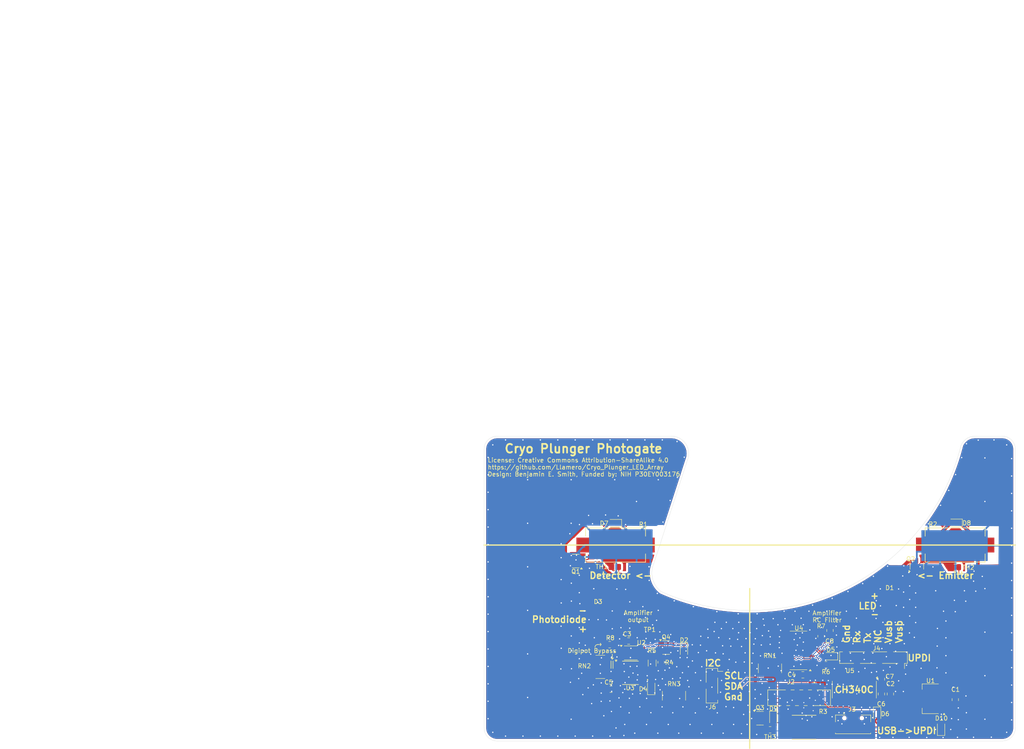
<source format=kicad_pcb>
(kicad_pcb (version 20240108) (generator "pcbnew") (generator_version "8.0")
  (layers (0 "F.Cu" signal) (31 "B.Cu" signal) (34 "B.Paste" user) (35 "F.Paste" user) (36 "B.SilkS" user "B.Silkscreen") (37 "F.SilkS" user "F.Silkscreen") (38 "B.Mask" user) (39 "F.Mask" user) (44 "Edge.Cuts" user))
  (net 0 "")
  (net 1 "+5V")
  (net 2 "GND")
  (net 3 "+12V")
  (net 4 "Net-(D1-K)")
  (net 5 "/Tx")
  (net 6 "/Rx")
  (net 7 "Net-(D4-A)")
  (net 8 "/Heater1")
  (net 9 "/Heater2")
  (net 10 "/Heater3")
  (net 11 "/UPDI")
  (net 12 "/Vled-ref+")
  (net 13 "/Therm3")
  (net 14 "/Therm1")
  (net 15 "/Therm2")
  (net 16 "/Comp Out")
  (net 17 "/SCL")
  (net 18 "Net-(U5-V3)")
  (net 19 "/Vusb")
  (net 20 "/D-")
  (net 21 "/D+")
  (net 24 "Net-(Q4-G)")
  (net 25 "Net-(RN2-R3.1)")
  (net 26 "Net-(RN2-R1.1)")
  (net 27 "Net-(RN2-R2.2)")
  (net 36 "Net-(D7-A)")
  (net 37 "Net-(D8-A)")
  (net 38 "Net-(D9-A)")
  (net 42 "/LED Isense")
  (net 45 "/Filtered_output")
  (net 46 "/Photo_current")
  (net 47 "/Amplifier_output")
  (net 48 "/SDA")
  (footprint "Diode_SMD:D_SOD-323" (layer "F.Cu") (at 145.9 149.1 -90)
    (property "Reference" "D2")
    (property "Value" "D_Schottky")
  )
  (footprint "Capacitor_SMD:C_0805_2012Metric" (layer "F.Cu") (at 208.2 160.5 -90)
    (property "Reference" "C1")
    (property "Value" "4.7µF")
  )
  (footprint "Resistor_SMD:R_0805_2012Metric" (layer "F.Cu") (at 178.5075 152.48 180)
    (property "Reference" "R6")
    (property "Value" "470")
  )
  (footprint "Resistor_SMD:R_1206_3216Metric" (layer "F.Cu") (at 138.59 152.104353 -90)
    (property "Reference" "R5")
    (property "Value" "100")
  )
  (footprint "Package_SO:SOP-16_3.9x9.9mm_P1.27mm" (layer "F.Cu") (at 185.015 158.2 -90)
    (property "Reference" "U5")
    (property "Value" "CH340C")
  )
  (footprint "Capacitor_SMD:C_0805_2012Metric" (layer "F.Cu") (at 179.43 144.62 -90)
    (property "Reference" "C8")
    (property "Value" "100nF")
  )
  (footprint "Custom:Solder pads" (layer "F.Cu") (at 193.11 138.89 180)
    (property "Reference" "D1")
    (property "Value" "LED")
  )
  (footprint "Resistor_SMD:R_0805_2012Metric" (layer "F.Cu") (at 130.01 130.03 180)
    (property "Reference" "TH1")
    (property "Value" "Thermistor")
  )
  (footprint "Resistor_SMD:R_0805_2012Metric" (layer "F.Cu") (at 165.6775 167.42 180)
    (property "Reference" "TH3")
    (property "Value" "Thermistor")
  )
  (footprint "Connector_PinSocket_2.54mm:PinSocket_1x06_P2.54mm_Vertical_SMD_Pin1Right" (layer "F.Cu") (at 189.43 150.85 -90)
    (property "Reference" "J4")
    (property "Value" "UPDI socket")
  )
  (footprint "Diode_SMD:D_SOD-323" (layer "F.Cu") (at 179.5975 150.54 180)
    (property "Reference" "D5")
    (property "Value" "D")
  )
  (footprint "Resistor_SMD:R_0805_2012Metric" (layer "F.Cu") (at 140.66 151.914353 -90)
    (property "Reference" "R4")
    (property "Value" "200k")
  )
  (footprint "Capacitor_SMD:C_0805_2012Metric" (layer "F.Cu") (at 193.3 159.2 90)
    (property "Reference" "C2")
    (property "Value" "4.7µF")
  )
  (footprint "Resistor_SMD:R_0805_2012Metric" (layer "F.Cu") (at 177.38 145.93 -90)
    (property "Reference" "R7")
    (property "Value" "470")
  )
  (footprint "Custom:RES_SMF5_TYCO_TYC" (layer "F.Cu") (at 130.193 125 180)
    (property "Reference" "R1")
    (property "Value" "47")
  )
  (footprint "Package_SO:MSOP-8_3x3mm_P0.65mm" (layer "F.Cu") (at 133.7 149.769353)
    (property "Reference" "U2")
    (property "Value" "Opamp_Dual")
  )
  (footprint "Custom:AMPHENOL_SFW8S-2STE1LF" (layer "F.Cu") (at 172.34 160.065 180)
    (property "Reference" "J2")
    (property "Value" "FFC Socket")
  )
  (footprint "Custom:Solder pads" (layer "F.Cu") (at 126.19 142.14 180)
    (property "Reference" "D3")
    (property "Value" "D_Photo")
  )
  (footprint "Resistor_SMD:R_0805_2012Metric" (layer "F.Cu") (at 128.8325 147.88 180)
    (property "Reference" "R8")
    (property "Value" "2M")
  )
  (footprint "Diode_SMD:D_SOD-323" (layer "F.Cu") (at 208.21 119.888 180)
    (property "Reference" "D8")
    (property "Value" "D_Schottky")
  )
  (footprint "Custom:AD5242BRUZ1M" (layer "F.Cu") (at 133.6111 154.344353)
    (property "Reference" "U3")
    (property "Value" "AD5242BRUZ1M")
  )
  (footprint "Capacitor_SMD:C_0805_2012Metric" (layer "F.Cu") (at 191.24 159.2 -90)
    (property "Reference" "C6")
    (property "Value" "100nF")
  )
  (footprint "Resistor_SMD:R_Array_Convex_4x1206" (layer "F.Cu") (at 165.65 153.31 -90)
    (property "Reference" "RN1")
    (property "Value" "4.7k")
  )
  (footprint "Package_SO:SOIC-14_3.9x8.7mm_P1.27mm" (layer "F.Cu") (at 172.2 149.2 180)
    (property "Reference" "U4")
    (property "Value" "ATTiny1614")
  )
  (footprint "Diode_SMD:D_SOD-323" (layer "F.Cu") (at 129.9675 119.97 180)
    (property "Reference" "D7")
    (property "Value" "D_Schottky")
  )
  (footprint "Capacitor_SMD:C_0805_2012Metric" (layer "F.Cu") (at 133.2 147.03)
    (property "Reference" "C3")
    (property "Value" "100nF")
  )
  (footprint "Custom:RES_3550_TEC" (layer "F.Cu") (at 173.48 166.84 180)
    (property "Reference" "R3")
    (property "Value" "47")
  )
  (footprint "Package_TO_SOT_SMD:SOT-23-3" (layer "F.Cu") (at 199.38 129.76 90)
    (property "Reference" "Q2")
    (property "Value" "Q_NMOS_GSD")
  )
  (footprint "Package_TO_SOT_SMD:SOT-23-3" (layer "F.Cu") (at 163.3625 164.77)
    (property "Reference" "Q3")
    (property "Value" "Q_NMOS_GSD")
  )
  (footprint "Diode_SMD:D_SOD-323" (layer "F.Cu") (at 204.94 167.12 90)
    (property "Reference" "D10")
    (property "Value" "D_Schottky")
  )
  (footprint "Diode_SMD:D_SOD-323" (layer "F.Cu") (at 190.25 163.8 -90)
    (property "Reference" "D6")
    (property "Value" "D_Schottky")
  )
  (footprint "Resistor_SMD:R_Array_Convex_4x1206" (layer "F.Cu") (at 143.61 159.6 90)
    (property "Reference" "RN3")
    (property "Value" "4.7k")
  )
  (footprint "Resistor_SMD:R_Array_Convex_4x1206" (layer "F.Cu") (at 126.69 152.984353)
    (property "Reference" "RN2")
    (property "Value" "4.7k")
  )
  (footprint "Connector_PinSocket_2.54mm:PinSocket_1x03_P2.54mm_Vertical_SMD_Pin1Right" (layer "F.Cu") (at 152.32 157.3)
    (property "Reference" "J6")
    (property "Value" "Conn_01x03_Socket")
  )
  (footprint "Resistor_SMD:R_0805_2012Metric" (layer "F.Cu") (at 208.1 130.1 180)
    (property "Reference" "TH2")
    (property "Value" "Thermistor")
  )
  (footprint "Custom:RES_SMF5_TYCO_TYC" (layer "F.Cu") (at 208.167 125 180)
    (property "Reference" "R2")
    (property "Value" "47")
  )
  (footprint "Package_TO_SOT_SMD:SOT-23-3" (layer "F.Cu") (at 121.05 128.68 180)
    (property "Reference" "Q1")
    (property "Value" "Q_NMOS_GSD")
  )
  (footprint "Package_TO_SOT_SMD:SOT-223-3_TabPin2" (layer "F.Cu") (at 202.5 160.3 180)
    (property "Reference" "U1")
    (property "Value" "5V LDO")
  )
  (footprint "Custom:1x Solder pads" (layer "F.Cu") (at 135.25 144.47)
    (property "Reference" "TP1")
    (property "Value" "TestPoint")
  )
  (footprint "Capacitor_SMD:C_0805_2012Metric" (layer "F.Cu") (at 173.2 154.8 180)
    (property "Reference" "C4")
    (property "Value" "100nF")
  )
  (footprint "Diode_SMD:D_SOD-323" (layer "F.Cu") (at 138.38 157.751853 90)
    (property "Reference" "D4")
    (property "Value" "D_Schottky")
  )
  (footprint "Capacitor_SMD:C_0805_2012Metric" (layer "F.Cu") (at 191.24 155.8 -90)
    (property "Reference" "C7")
    (property "Value" "100nF")
  )
  (footprint "Capacitor_SMD:C_0805_2012Metric" (layer "F.Cu") (at 129.15 158.1 180)
    (property "Reference" "C5")
    (property "Value" "100nF")
  )
  (footprint "Custom:CUI_UJ2-MIBH-G-SMT-TR" (layer "F.Cu") (at 184.74 166.885)
    (property "Reference" "J3")
    (property "Value" "USB_B_Micro")
  )
  (footprint "Package_TO_SOT_SMD:SOT-23-3" (layer "F.Cu") (at 141.81 148.534353)
    (property "Reference" "Q4")
    (property "Value" "Q_NMOS_GSD")
  )
  (footprint "Diode_SMD:D_SOD-323" (layer "F.Cu") (at 166.42 164.76 -90)
    (property "Reference" "D9")
    (property "Value" "D_Schottky")
  )
  (gr_rect (start 200.52 121.7) (end 215.55 128.56) (stroke (width 0.2)) (fill solid) (layer "B.Cu") (net 2))
  (gr_rect (start 124.2 121.49) (end 138.6 128.13) (stroke (width 0.2)) (fill solid) (layer "B.Cu") (net 2))
  (gr_line (start 129.61 151.625) (end 129.61 153.335) (stroke (width 0.15)) (layer "F.SilkS"))
  (gr_arc (start 125.473518 148.480907) (mid 125.65 148.03) (end 126.10417 147.862095) (stroke (width 0.15)) (layer "F.SilkS"))
  (gr_line (start 222 125) (end 100 125) (stroke (width 0.3)) (layer "F.SilkS"))
  (gr_line (start 129.15 151.615) (end 129.15 153.325) (stroke (width 0.15)) (layer "F.SilkS"))
  (gr_line (start 161 135) (end 160.99 171.67) (stroke (width 0.3)) (layer "F.SilkS"))
  (gr_arc (start 143 100) (mid 146.330738 101.785009) (end 146.688778 105.546907) (stroke (width 0.05)) (layer "Edge.Cuts"))
  (gr_line (start 222 167) (end 222 103) (stroke (width 0.05)) (layer "Edge.Cuts"))
  (gr_line (start 213 100) (end 219 100) (stroke (width 0.05)) (layer "Edge.Cuts"))
  (gr_arc (start 222 167) (mid 221.12132 169.12132) (end 219 170) (stroke (width 0.05)) (layer "Edge.Cuts"))
  (gr_line (start 212.74 100) (end 213 100) (stroke (width 0.05)) (layer "Edge.Cuts"))
  (gr_line (start 210.03 101.28) (end 210.21 101.07) (stroke (width 0.05)) (layer "Edge.Cuts"))
  (gr_line (start 209.87 101.48) (end 210.03 101.28) (stroke (width 0.05)) (layer "Edge.Cuts"))
  (gr_line (start 103 170) (end 219 170) (stroke (width 0.05)) (layer "Edge.Cuts"))
  (gr_line (start 212.49 100.01) (end 212.74 100) (stroke (width 0.05)) (layer "Edge.Cuts"))
  (gr_arc (start 100 103) (mid 100.87868 100.87868) (end 103 100) (stroke (width 0.05)) (layer "Edge.Cuts"))
  (gr_arc (start 209.516825 102.129206) (mid 182.928001 134.94622) (end 140.698295 135.703838) (stroke (width 0.05)) (layer "Edge.Cuts"))
  (gr_arc (start 219 100) (mid 221.12132 100.87868) (end 222 103) (stroke (width 0.05)) (layer "Edge.Cuts"))
  (gr_line (start 210.21 101.07) (end 210.4 100.89) (stroke (width 0.05)) (layer "Edge.Cuts"))
  (gr_arc (start 103 170) (mid 100.87868 169.12132) (end 100 167) (stroke (width 0.05)) (layer "Edge.Cuts"))
  (gr_line (start 209.7 101.72) (end 209.87 101.48) (stroke (width 0.05)) (layer "Edge.Cuts"))
  (gr_line (start 210.4 100.89) (end 210.64 100.68) (stroke (width 0.05)) (layer "Edge.Cuts"))
  (gr_line (start 143 100) (end 103 100) (stroke (width 0.05)) (layer "Edge.Cuts"))
  (gr_line (start 210.79 100.56) (end 210.96 100.46) (stroke (width 0.05)) (layer "Edge.Cuts"))
  (gr_line (start 211.66 100.15) (end 212.15 100.05) (stroke (width 0.05)) (layer "Edge.Cuts"))
  (gr_line (start 212.15 100.05) (end 212.49 100.01) (stroke (width 0.05)) (layer "Edge.Cuts"))
  (gr_line (start 209.516825 102.129206) (end 209.7 101.72) (stroke (width 0.05)) (layer "Edge.Cuts"))
  (gr_line (start 211.22 100.33) (end 211.66 100.15) (stroke (width 0.05)) (layer "Edge.Cuts"))
  (gr_line (start 100 167) (end 100 103) (stroke (width 0.05)) (layer "Edge.Cuts"))
  (gr_line (start 210.64 100.68) (end 210.79 100.56) (stroke (width 0.05)) (layer "Edge.Cuts"))
  (gr_arc (start 140.698295 135.703838) (mid 138.728596 132.824961) (end 138.945731 129.343511) (stroke (width 0.05)) (layer "Edge.Cuts"))
  (gr_line (start 138.945731 129.343511) (end 146.688778 105.546907) (stroke (width 0.05)) (layer "Edge.Cuts"))
  (gr_line (start 210.96 100.46) (end 211.22 100.33) (stroke (width 0.05)) (layer "Edge.Cuts"))
  (gr_text "Gnd\nRx\nTx\nNC\nVusb\nVusb" (at 196.18 147.71 90) (layer "F.SilkS") (effects (font (size 1.5 1.5) (thickness 0.3) (bold yes)) (justify left bottom)))
  (gr_text "USB->UPDI" (at 190.08 168.52 0) (layer "F.SilkS") (effects (font (size 1.5 1.5) (thickness 0.3) (bold yes)) (justify left bottom)))
  (gr_text "↓" (at 127 148.87 90) (layer "F.SilkS") (effects (font (size 1 1.5)) (justify left bottom)))
  (gr_text "+" (at 122.7 144.48 180) (layer "F.SilkS") (effects (font (size 1.5 1.5) (thickness 0.3) (bold yes))))
  (gr_text "-" (at 122.66 140.23 180) (layer "F.SilkS") (effects (font (size 1.5 1.5) (thickness 0.3) (bold yes))))
  (gr_text "+" (at 189.67 136.63 0) (layer "F.SilkS") (effects (font (size 1.5 1.5) (thickness 0.3) (bold yes))))
  (gr_text "Amplifier\noutput" (at 135.39 142.75 0) (layer "F.SilkS") (effects (font (size 1 1)) (justify bottom)))
  (gr_text "License: Creative Commons Attribution-ShareAlike 4.0\nhttps://github.com/Llamero/Cryo_Plunger_LED_Array\nDesign: Benjamin E. Smith, Funded by: NIH P30EY003176" (at 100.76 107.13 0) (layer "F.SilkS") (effects (font (size 1 1)) (justify left)))
  (gr_text "Cryo Plunger Photogate\n" (at 104.51 104.04 0) (layer "F.SilkS") (effects (font (size 2 2) (thickness 0.4) (bold yes)) (justify left bottom)))
  (gr_text "Amplifier\nRC Filter" (at 175.33 142.81 0) (layer "F.SilkS") (effects (font (size 1 1)) (justify left bottom)))
  (gr_text "I2C" (at 150.54 152.98 0) (layer "F.SilkS") (effects (font (size 1.5 1.5) (thickness 0.3) (bold yes)) (justify left bottom)))
  (gr_text "Photodiode" (at 117.28 142.1 0) (layer "F.SilkS") (effects (font (size 1.5 1.5) (thickness 0.3) (bold yes))))
  (gr_text "UPDI" (at 197.11 151.81 0) (layer "F.SilkS") (effects (font (size 1.5 1.5) (thickness 0.3) (bold yes)) (justify left bottom)))
  (gr_text "LED" (at 188.08 138.99 0) (layer "F.SilkS") (effects (font (size 1.5 1.5) (thickness 0.3) (bold yes))))
  (gr_text "SCL\nSDA\nGnd" (at 154.97 157.44 0) (layer "F.SilkS") (effects (font (size 1.5 1.5) (thickness 0.3) (bold yes)) (justify left)))
  (gr_text "<- Emitter" (at 205.96 132 0) (layer "F.SilkS") (effects (font (size 1.5 1.5) (thickness 0.3) (bold yes))))
  (gr_text "CH340C" (at 180.38 159.09 0) (layer "F.SilkS") (effects (font (size 1.5 1.5) (thickness 0.3) (bold yes)) (justify left bottom)))
  (gr_text "-" (at 189.71 140.88 0) (layer "F.SilkS") (effects (font (size 1.5 1.5) (thickness 0.3) (bold yes))))
  (gr_text "↓" (at 128.41 151.39 0) (layer "F.SilkS") (effects (font (size 1.5 1.5)) (justify left bottom)))
  (gr_text "Digipot Bypass" (at 119.1 149.85 0) (layer "F.SilkS") (effects (font (size 1 1)) (justify left bottom)))
  (gr_text "Detector <-" (at 131.36 132 0) (layer "F.SilkS") (effects (font (size 1.5 1.5) (thickness 0.3) (bold yes))))
  (segment (start 136.702894 148.794353) (end 136.702894 148.707039) (width 0.4) (layer "F.Cu") (net 1))
  (segment (start 128.2 156.29) (end 128.2 156.532002) (width 0.8) (layer "F.Cu") (net 1))
  (segment (start 163.129508 141.305839) (end 163.138142 141.284995) (width 0.2) (layer "F.Cu") (net 1))
  (segment (start 134.15 147.03) (end 134.15 148.004231) (width 0.4) (layer "F.Cu") (net 1))
  (segment (start 170.34 159.365) (end 169.14 159.365) (width 0.4) (layer "F.Cu") (net 1))
  (segment (start 164.698754 140.829803) (end 164.922893 140.807725) (width 0.2) (layer "F.Cu") (net 1))
  (segment (start 189.65 140.8) (end 190.06 140.39) (width 0.2) (layer "F.Cu") (net 1))
  (segment (start 167.65 155.86) (end 166.37 155.86) (width 0.8) (layer "F.Cu") (net 1))
  (segment (start 152.509785 141.641686) (end 162.54374 141.641686) (width 0.2) (layer "F.Cu") (net 1))
  (segment (start 190.25 161.49) (end 189.46 160.7) (width 0.4) (layer "F.Cu") (net 1))
  (segment (start 163.913475 140.989605) (end 163.913805 140.989505) (width 0.2) (layer "F.Cu") (net 1))
  (segment (start 167.89 157.6) (end 167.83 157.54) (width 0.15) (layer "F.Cu") (net 1))
  (segment (start 163.910542 140.990495) (end 163.912214 140.989988) (width 0.2) (layer "F.Cu") (net 1))
  (segment (start 163.919774 140.984011) (end 164.039078 140.934612) (width 0.2) (layer "F.Cu") (net 1))
  (segment (start 128.19 154.984353) (end 130.5 154.984353) (width 0.8) (layer "F.Cu") (net 1))
  (segment (start 128.2 158.825) (end 128.2 158.1) (width 0.8) (layer "F.Cu") (net 1))
  (segment (start 185.05 154.588026) (end 185.015 154.553026) (width 0.2) (layer "F.Cu") (net 1))
  (segment (start 189.46 160.7) (end 189.46 159.700001) (width 0.4) (layer "F.Cu") (net 1))
  (segment (start 170.776472 156.315) (end 170.54 156.551472) (width 0.4) (layer "F.Cu") (net 1))
  (segment (start 165.01 155.86) (end 163.6 155.86) (width 0.8) (layer "F.Cu") (net 1))
  (segment (start 134.31 149.424475) (end 134.31 153.214303) (width 0.4) (layer "F.Cu") (net 1))
  (segment (start 185.05 156.811974) (end 185.05 154.588026) (width 0.2) (layer "F.Cu") (net 1))
  (segment (start 169.14 159.365) (end 169.14 158.28) (width 0.15) (layer "F.Cu") (net 1))
  (segment (start 163.815971 141.004225) (end 163.836817 141.01286) (width 0.2) (layer "F.Cu") (net 1))
  (segment (start 163.681045 141.060114) (end 163.815971 141.004225) (width 0.2) (layer "F.Cu") (net 1))
  (segment (start 130.5 154.984353) (end 131.92 154.984353) (width 0.8) (layer "F.Cu") (net 1))
  (segment (start 185.015 156.846974) (end 185.05 156.811974) (width 0.2) (layer "F.Cu") (net 1))
  (segment (start 169.14 158.28) (end 169.02 158.16) (width 0.15) (layer "F.Cu") (net 1))
  (segment (start 167.83 157.54) (end 167.76 157.54) (width 0.15) (layer "F.Cu") (net 1))
  (segment (start 184.661974 154.261974) (end 184.7 154.3) (width 0.4) (layer "F.Cu") (net 1))
  (segment (start 138.2 148.284353) (end 139.039999 148.284353) (width 0.4) (layer "F.Cu") (net 1))
  (segment (start 163.273051 141.229113) (end 163.40185 141.160268) (width 0.2) (layer "F.Cu") (net 1))
  (segment (start 128.2 156.532002) (end 128.2 158.1) (width 0.8) (layer "F.Cu") (net 1))
  (segment (start 160.4 155.85) (end 159.66 156.59) (width 0.8) (layer "F.Cu") (net 1))
  (segment (start 162.54374 141.641686) (end 162.566303 141.641686) (width 0.2) (layer "F.Cu") (net 1))
  (segment (start 167.65 154.81) (end 164.99 154.81) (width 0.8) (layer "F.Cu") (net 1))
  (segment (start 128.505002 154.669351) (end 128.19 154.984353) (width 0.2) (layer "F.Cu") (net 1))
  (segment (start 134.940122 148.794353) (end 134.31 149.424475) (width 0.4) (layer "F.Cu") (net 1))
  (segment (start 191.86 136.89) (end 190.06 138.69) (width 0.2) (layer "F.Cu") (net 1))
  (segment (start 134.15 148.004231) (end 134.940122 148.794353) (width 0.4) (layer "F.Cu") (net 1))
  (segment (start 162.651756 141.592197) (end 162.748256 141.527717) (width 0.2) (layer "F.Cu") (net 1))
  (segment (start 135.8125 148.794353) (end 134.940122 148.794353) (width 0.4) (layer "F.Cu") (net 1))
  (segment (start 184.7 154.3) (end 184.761974 154.3) (width 0.4) (layer "F.Cu") (net 1))
  (segment (start 160.41 155.85) (end 160.4 155.85) (width 0.8) (layer "F.Cu") (net 1))
  (segment (start 167.98 158.19) (end 167.81 158.19) (width 0.15) (layer "F.Cu") (net 1))
  (segment (start 144.1 148) (end 145.3 148) (width 0.4) (layer "F.Cu") (net 1))
  (segment (start 164.536776 140.845757) (end 164.679994 140.817268) (width 0.2) (layer "F.Cu") (net 1))
  (segment (start 164.447328 140.848417) (end 164.536776 140.845757) (width 0.2) (layer "F.Cu") (net 1))
  (segment (start 167.81 158.19) (end 167.73 158.19) (width 0.15) (layer "F.Cu") (net 1))
  (segment (start 132.73995 154.784353) (end 132.12 154.784353) (width 0.4) (layer "F.Cu") (net 1))
  (segment (start 155.09 161.16) (end 158.875 157.375) (width 0.8) (layer "F.Cu") (net 1))
  (segment (start 132.12 154.784353) (end 131.32 154.784353) (width 0.4) (layer "F.Cu") (net 1))
  (segment (start 163.541307 141.102504) (end 163.681045 141.060114) (width 0.2) (layer "F.Cu") (net 1))
  (segment (start 165.136012 140.8) (end 189.39 140.8) (width 0.2) (layer "F.Cu") (net 1))
  (segment (start 170.54 159.165) (end 170.34 159.365) (width 0.4) (layer "F.Cu") (net 1))
  (segment (start 174.14 156.315) (end 170.776472 156.315) (width 0.4) (layer "F.Cu") (net 1))
  (segment (start 163.913805 140.989505) (end 163.919774 140.984011) (width 0.2) (layer "F.Cu") (net 1))
  (segment (start 167.64 156.78) (end 167.05 156.78) (width 0.15) (layer "F.Cu") (net 1))
  (segment (start 174.15 156.305) (end 174.14 156.315) (width 0.4) (layer "F.Cu") (net 1))
  (segment (start 166.37 155.86) (end 165.01 155.86) (width 0.8) (layer "F.Cu") (net 1))
  (segment (start 129.7775 160.4025) (end 128.2 158.825) (width 0.8) (layer "F.Cu") (net 1))
  (segment (start 163.138142 141.284995) (end 163.273051 141.229113) (width 0.2) (layer "F.Cu") (net 1))
  (segment (start 138.146288 148.338065) (end 138.2 148.284353) (width 0.4) (layer "F.Cu") (net 1))
  (segment (start 168.04 158.13) (end 167.98 158.19) (width 0.15) (layer "F.Cu") (net 1))
  (segment (start 167.76 157.54) (end 166.99 157.54) (width 0.15) (layer "F.Cu") (net 1))
  (segment (start 164.98531 140.801577) (end 165.121579 140.788155) (width 0.2) (layer "F.Cu") (net 1))
  (segment (start 135.6 148.794353) (end 136.702894 148.794353) (width 0.4) (layer "F.Cu") (net 1))
  (segment (start 174.15 153.535) (end 174.675 153.01) (width 0.4) (layer "F.Cu") (net 1))
  (segment (start 193.11 136.89) (end 191.86 136.89) (width 0.2) (layer "F.Cu") (net 1))
  (segment (start 190.01 160.15) (end 189.46 160.7) (width 0.4) (layer "F.Cu") (net 1))
  (segment (start 190.06 138.69) (end 190.06 140.39) (width 0.2) (layer "F.Cu") (net 1))
  (segment (start 168.99 158.13) (end 168.04 158.13) (width 0.15) (layer "F.Cu") (net 1))
  (segment (start 164.261969 140.889524) (end 164.27453 140.894727) (width 0.2) (layer "F.Cu") (net 1))
  (segment (start 163.40185 141.160268) (end 163.423443 141.166818) (width 0.2) (layer "F.Cu") (net 1))
  (segment (start 146.5 147.651471) (end 152.509785 141.641686) (width 0.2) (layer "F.Cu") (net 1))
  (segment (start 169.02 158.16) (end 168.46 157.6) (width 0.15) (layer "F.Cu") (net 1))
  (segment (start 164.24339 140.889524) (end 164.261969 140.889524) (width 0.2) (layer "F.Cu") (net 1))
  (segment (start 130.535 161.16) (end 154.63 161.16) (width 0.8) (layer "F.Cu") (net 1))
  (segment (start 154.63 161.16) (end 155.09 161.16) (width 0.8) (layer "F.Cu") (net 1))
  (segment (start 170.54 156.551472) (end 170.54 159.165) (width 0.4) (layer "F.Cu") (net 1))
  (segment (start 128.19 154.984353) (end 128.19 156.522002) (width 0.8) (layer "F.Cu") (net 1))
  (segment (start 162.748256 141.527717) (end 162.754806 141.506124) (width 0.2) (layer "F.Cu") (net 1))
  (segment (start 162.6293 141.589985) (end 162.651756 141.592197) (width 0.2) (layer "F.Cu") (net 1))
  (segment (start 168.46 157.6) (end 167.89 157.6) (width 0.15) (layer "F.Cu") (net 1))
  (segment (start 132.12 154.784353) (end 131.92 154.984353) (width 0.4) (layer "F.Cu") (net 1))
  (segment (start 164.958369 140.802106) (end 164.98531 140.801577) (width 0.2) (layer "F.Cu") (net 1))
  (segment (start 163.836817 141.01286) (end 163.897136 140.994562) (width 0.2) (layer "F.Cu") (net 1))
  (segment (start 174.675 153.01) (end 175.865 154.2) (width 0.4) (layer "F.Cu") (net 1))
  (segment (start 163.912214 140.989988) (end 163.913475 140.989605) (width 0.2) (layer "F.Cu") (net 1))
  (segment (start 129.505647 154.984353) (end 128.2 156.29) (width 0.8) (layer "F.Cu") (net 1))
  (segment (start 190.25 162.75) (end 190.25 161.49) (width 0.4) (layer "F.Cu") (net 1))
  (segment (start 174.15 154.8) (end 174.15 153.535) (width 0.4) (layer "F.Cu") (net 1))
  (segment (start 163.027148 141.360552) (end 163.129508 141.305839) (width 0.2) (layer "F.Cu") (net 1))
  (segment (start 159.66 156.59) (end 158.875 157.375) (width 0.8) (layer "F.Cu") (net 1))
  (segment (start 191.24 160.15) (end 190.01 160.15) (width 0.4) (layer "F.Cu") (net 1))
  (segment (start 164.27453 140.894727) (end 164.447328 140.848417) (width 0.2) (layer "F.Cu") (net 1))
  (segment (start 168.46 157.6) (end 167.64 156.78) (width 0.15) (layer "F.Cu") (net 1))
  (segment (start 135.8125 148.794353) (end 135.6 148.794353) (width 0.4) (layer "F.Cu") (net 1))
  (segment (start 163.005021 141.356151) (end 163.027148 141.360552) (width 0.2) (layer "F.Cu") (net 1))
  (segment (start 162.883608 141.437277) (end 163.005021 141.356151) (width 0.2) (layer "F.Cu") (net 1))
  (segment (start 136.4305 152.069354) (end 134.5 152.069354) (width 0.4) (layer "F.Cu") (net 1))
  (segment (start 184.761974 154.3) (end 185.015 154.553026) (width 0.4) (layer "F.Cu") (net 1))
  (segment (start 139.039999 148.284353) (end 139.262176 148.062176) (width 0.4) (layer "F.Cu") (net 1))
  (segment (start 129.7775 160.4025) (end 130.535 161.16) (width 0.8) (layer "F.Cu") (net 1))
  (segment (start 163.423443 141.166818) (end 163.530672 141.122402) (width 0.2) (layer "F.Cu") (net 1))
  (segment (start 146.5 148) (end 146.5 147.651471) (width 0.2) (layer "F.Cu") (net 1))
  (segment (start 167.64 156.78) (end 167.64 156.3) (width 0.15) (layer "F.Cu") (net 1))
  (segment (start 167.73 158.19) (end 167.03 158.19) (width 0.15) (layer "F.Cu") (net 1))
  (segment (start 128.19 156.522002) (end 128.2 156.532002) (width 0.8) (layer "F.Cu") (net 1))
  (segment (start 128.524999 155.319352) (end 128.19 154.984353) (width 0.2) (layer "F.Cu") (net 1))
  (segment (start 163.897136 140.994562) (end 163.910542 140.990495) (width 0.2) (layer "F.Cu") (net 1))
  (segment (start 163.530672 141.122402) (end 163.541307 141.102504) (width 0.2) (layer "F.Cu") (net 1))
  (segment (start 164.103642 140.931917) (end 164.24339 140.889524) (width 0.2) (layer "F.Cu") (net 1))
  (segment (start 164.922893 140.807725) (end 164.958369 140.802106) (width 0.2) (layer "F.Cu") (net 1))
  (segment (start 146.5 148) (end 144.1 148) (width 0.4) (layer "F.Cu") (net 1))
  (segment (start 130.5 154.984353) (end 129.505647 154.984353) (width 0.8) (layer "F.Cu") (net 1))
  (segment (start 162.566303 141.641686) (end 162.6293 141.589985) (width 0.2) (layer "F.Cu") (net 1))
  (segment (start 136.702894 148.707039) (end 137.071868 148.338065) (width 0.4) (layer "F.Cu") (net 1))
  (segment (start 174.15 154.8) (end 174.15 156.305) (width 0.4) (layer "F.Cu") (net 1))
  (segment (start 189.46 159.700001) (end 189.059999 159.3) (width 0.4) (layer "F.Cu") (net 1))
  (segment (start 164.039078 140.934612) (end 164.103642 140.931917) (width 0.2) (layer "F.Cu") (net 1))
  (segment (start 185.015 156.991187) (end 185.015 156.846974) (width 0.4) (layer "F.Cu") (net 1))
  (segment (start 184.661974 154.2) (end 184.661974 154.261974) (width 0.4) (layer "F.Cu") (net 1))
  (segment (start 134.31 153.214303) (end 132.73995 154.784353) (width 0.4) (layer "F.Cu") (net 1))
  (segment (start 137.071868 148.338065) (end 138.146288 148.338065) (width 0.4) (layer "F.Cu") (net 1))
  (segment (start 162.754806 141.506124) (end 162.883608 141.437277) (width 0.2) (layer "F.Cu") (net 1))
  (segment (start 175.865 154.2) (end 184.661974 154.2) (width 0.4) (layer "F.Cu") (net 1))
  (segment (start 169.02 158.16) (end 168.99 158.13) (width 0.15) (layer "F.Cu") (net 1))
  (segment (start 166.37 155.86) (end 166.67 155.86) (width 0.8) (layer "F.Cu") (net 1))
  (segment (start 189.39 140.8) (end 189.65 140.8) (width 0.2) (layer "F.Cu") (net 1))
  (segment (start 167.65 154.81) (end 167.65 155.86) (width 0.4) (layer "F.Cu") (net 1))
  (segment (start 165.121579 140.788155) (end 165.136012 140.8) (width 0.2) (layer "F.Cu") (net 1))
  (segment (start 164.679994 140.817268) (end 164.698754 140.829803) (width 0.2) (layer "F.Cu") (net 1))
  (segment (start 131.32 154.784353) (end 131.29 154.814353) (width 0.4) (layer "F.Cu") (net 1))
  (via (at 137.071868 148.338065) (size 0.6) (drill 0.3) (layers "F.Cu" "B.Cu") (net 1))
  (via (at 158.875 157.375) (size 0.6) (drill 0.3) (layers "F.Cu" "B.Cu") (net 1))
  (via (at 163.6 155.86) (size 0.6) (drill 0.3) (layers "F.Cu" "B.Cu") (net 1))
  (via (at 165.01 155.86) (size 0.6) (drill 0.3) (layers "F.Cu" "B.Cu") (net 1))
  (via (at 166.37 155.86) (size 0.6) (drill 0.3) (layers "F.Cu" "B.Cu") (net 1))
  (via (at 159.66 156.59) (size 0.6) (drill 0.3) (layers "F.Cu" "B.Cu") (net 1))
  (via (at 146.5 148) (size 0.6) (drill 0.3) (layers "F.Cu" "B.Cu") (net 1))
  (via (at 145.3 148) (size 0.6) (drill 0.3) (layers "F.Cu" "B.Cu") (net 1))
  (via (at 138.2 148.284353) (size 0.6) (drill 0.3) (layers "F.Cu" "B.Cu") (net 1))
  (via (at 139.262176 148.062176) (size 0.6) (drill 0.3) (layers "F.Cu" "B.Cu") (net 1))
  (via (at 160.41 155.85) (size 0.6) (drill 0.3) (layers "F.Cu" "B.Cu") (net 1))
  (via (at 144.1 147.9) (size 0.6) (drill 0.3) (layers "F.Cu" "B.Cu") (net 1))
  (segment (start 139.509999 147.814353) (end 143.264403 147.814353) (width 0.4) (layer "B.Cu") (net 1))
  (segment (start 145.3 148) (end 144.1 148) (width 0.4) (layer "B.Cu") (net 1))
  (segment (start 138.2 148.284353) (end 137.12558 148.284353) (width 0.4) (layer "B.Cu") (net 1))
  (segment (start 145.3 148) (end 146.5 148) (width 0.4) (layer "B.Cu") (net 1))
  (segment (start 160.4 155.85) (end 158.875 157.375) (width 0.8) (layer "B.Cu") (net 1))
  (segment (start 138.2 148.284353) (end 139.039999 148.284353) (width 0.4) (layer "B.Cu") (net 1))
  (segment (start 139.039999 148.284353) (end 139.262176 148.062176) (width 0.4) (layer "B.Cu") (net 1))
  (segment (start 143.264403 147.814353) (end 143.45005 148) (width 0.4) (layer "B.Cu") (net 1))
  (segment (start 139.262176 148.062176) (end 139.509999 147.814353) (width 0.4) (layer "B.Cu") (net 1))
  (segment (start 137.12558 148.284353) (end 137.071868 148.338065) (width 0.4) (layer "B.Cu") (net 1))
  (segment (start 160.41 155.85) (end 160.4 155.85) (width 0.8) (layer "B.Cu") (net 1))
  (segment (start 143.45005 148) (end 144.1 148) (width 0.4) (layer "B.Cu") (net 1))
  (segment (start 166.37 155.86) (end 160.54 155.86) (width 0.8) (layer "B.Cu") (net 1))
  (segment (start 188.885 166.69) (end 188.69 166.885) (width 0.15) (layer "F.Cu") (net 2))
  (segment (start 179.796631 158.36222) (end 179.796631 158.2905) (width 0.2) (layer "F.Cu") (net 2))
  (segment (start 183.2 147.08) (end 184.03 146.25) (width 0.8) (layer "F.Cu") (net 2))
  (segment (start 135.76 162.160001) (end 131.37 162.160001) (width 0.8) (layer "F.Cu") (net 2))
  (segment (start 183.937622 162.147622) (end 183.75 161.96) (width 0.2) (layer "F.Cu") (net 2))
  (segment (start 174.518379 144.49) (end 173.31419 143.285811) (width 0.8) (layer "F.Cu") (net 2))
  (segment (start 142.560051 153.209949) (end 142.56005 153.209949) (width 0.8) (layer "F.Cu") (net 2))
  (segment (start 186.35 154.629448) (end 186.32 154.659448) (width 0.2) (layer "F.Cu") (net 2))
  (segment (start 175.09 156.493705) (end 174.871093 156.712612) (width 0.15) (layer "F.Cu") (net 2))
  (segment (start 153.145025 149.755025) (end 154.770025 148.130025) (width 0.8) (layer "F.Cu") (net 2))
  (segment (start 162.929369 142.766734) (end 163.172466 142.567228) (width 0.8) (layer "F.Cu") (net 2))
  (segment (start 176.544826 159.3163) (end 176.3 159.3163) (width 0.2) (layer "F.Cu") (net 2))
  (segment (start 152.42 153.66) (end 151.5 153.66) (width 0.8) (layer "F.Cu") (net 2))
  (segment (start 174.265 160.615) (end 174.265 162.944) (width 0.15) (layer "F.Cu") (net 2))
  (segment (start 183.75 161.96) (end 183.75 161.969) (width 0.2) (layer "F.Cu") (net 2))
  (segment (start 195 146.25) (end 196.61005 146.25) (width 0.8) (layer "F.Cu") (net 2))
  (segment (start 184.795244 163.16) (end 183.937622 162.302378) (width 0.2) (layer "F.Cu") (net 2))
  (segment (start 142.56005 153.209949) (end 141.61 152.259899) (width 0.8) (layer "F.Cu") (net 2))
  (segment (start 162.590506 145.130456) (end 164.105481 143.615481) (width 0.8) (layer "F.Cu") (net 2))
  (segment (start 147.1999 152.26) (end 145.7 152.26) (width 0.8) (layer "F.Cu") (net 2))
  (segment (start 130.107297 132.792703) (end 132.507297 135.192703) (width 0.8) (layer "F.Cu") (net 2))
  (segment (start 162.02 145.13) (end 162.020456 145.130456) (width 0.8) (layer "F.Cu") (net 2))
  (segment (start 129.065876 131.751282) (end 130.107297 132.792703) (width 0.8) (layer "F.Cu") (net 2))
  (segment (start 197.73 134.4) (end 197.73 132.3) (width 0.8) (layer "F.Cu") (net 2))
  (segment (start 149.35 152.26) (end 150.64005 152.26) (width 0.8) (layer "F.Cu") (net 2))
  (segment (start 167.48 143.3) (end 164.420962 143.3) (width 0.8) (layer "F.Cu") (net 2))
  (segment (start 175.585 162.955) (end 175.425 162.795) (width 0.15) (layer "F.Cu") (net 2))
  (segment (start 157.412107 160.252107) (end 158.807107 158.857107) (width 0.8) (layer "F.Cu") (net 2))
  (segment (start 133.375 146.35) (end 133.375 146.33061) (width 0.15) (layer "F.Cu") (net 2))
  (segment (start 178.76 161.24) (end 178.74 161.24) (width 0.4) (layer "F.Cu") (net 2))
  (segment (start 183.267152 158.08137) (end 183.267152 158.081374) (width 0.2) (layer "F.Cu") (net 2))
  (segment (start 128.43 150.744353) (end 128.19 150.984353) (width 0.2) (layer "F.Cu") (net 2))
  (segment (start 180.822158 158.657842) (end 180.092253 158.657842) (width 0.2) (layer "F.Cu") (net 2))
  (segment (start 179.94 163.24) (end 178.911474 163.24) (width 0.2) (layer "F.Cu") (net 2))
  (segment (start 172.52 146.31) (end 172.672157 146.462157) (width 0.2) (layer "F.Cu") (net 2))
  (segment (start 154.904975 149.974975) (end 156.654975 148.224975) (width 0.8) (layer "F.Cu") (net 2))
  (segment (start 184.7 147.65) (end 189.5 147.65) (width 0.8) (layer "F.Cu") (net 2))
  (segment (start 188.54 159.4) (end 188.83 159.69) (width 0.15) (layer "F.Cu") (net 2))
  (segment (start 197.315101 128.835) (end 198.4 128.835) (width 0.8) (layer "F.Cu") (net 2))
  (segment (start 156.390025 146.510025) (end 157.77005 145.13) (width 0.8) (layer "F.Cu") (net 2))
  (segment (start 180.79 166.49) (end 180.79 166.7875) (width 0.8) (layer "F.Cu") (net 2))
  (segment (start 152.833503 144.853504) (end 151.428504 146.258503) (width 0.8) (layer "F.Cu") (net 2))
  (segment (start 122.1975 127.74) (end 122.1875 127.73) (width 0.4) (layer "F.Cu") (net 2))
  (segment (start 187.52 153.36) (end 187.46 153.3) (width 0.2) (layer "F.Cu") (net 2))
  (segment (start 193.4 144.85) (end 196 144.85) (width 0.8) (layer "F.Cu") (net 2))
  (segment (start 141.56 150.054353) (end 141.65 150.144353) (width 0.15) (layer "F.Cu") (net 2))
  (segment (start 165.7 146.065) (end 165.54505 146.065) (width 0.8) (layer "F.Cu") (net 2))
  (segment (start 174.853 159.458356) (end 175.037322 159.642678) (width 0.2) (layer "F.Cu") (net 2))
  (segment (start 164.351162 140.526563) (end 164.400834 140.476891) (width 0.15) (layer "F.Cu") (net 2))
  (segment (start 175.65 163.02) (end 175.555 163.115) (width 0.2) (layer "F.Cu") (net 2))
  (segment (start 209.0125 130.1) (end 209.0125 131.7875) (width 0.2) (layer "F.Cu") (net 2))
  (segment (start 179.27 157.0895) (end 179.1395 157.0895) (width 0.4) (layer "F.Cu") (net 2))
  (segment (start 126.911892 156.658108) (end 126.911892 158.951106) (width 0.8) (layer "F.Cu") (net 2))
  (segment (start 144.35 150.33) (end 144.35 149.8) (width 0.8) (layer "F.Cu") (net 2))
  (segment (start 190.625 167.375) (end 190.625 167.032106) (width 0.2) (layer "F.Cu") (net 2))
  (segment (start 168.205 163.065) (end 169.425 163.065) (width 0.2) (layer "F.Cu") (net 2))
  (segment (start 183.340744 158.007779) (end 183.340744 158.007778) (width 0.2) (layer "F.Cu") (net 2))
  (segment (start 165.8 146.065) (end 165.7 146.065) (width 0.8) (layer "F.Cu") (net 2))
  (segment (start 171.311421 143.3) (end 170.78 143.3) (width 0.8) (layer "F.Cu") (net 2))
  (segment (start 141.562729 150.004588) (end 141.558766 149.985461) (width 0.15) (layer "F.Cu") (net 2))
  (segment (start 197.73 141.3) (end 197.73 137.5) (width 0.8) (layer "F.Cu") (net 2))
  (segment (start 197.73 137.5) (end 197.73 134.4) (width 0.8) (layer "F.Cu") (net 2))
  (segment (start 197.7 131.93) (end 197.7 131.894816) (width 0.8) (layer "F.Cu") (net 2))
  (segment (start 143.63005 152.26) (end 142.99005 151.62) (width 0.8) (layer "F.Cu") (net 2))
  (segment (start 183.267152 158.081374) (end 183.058026 158.2905) (width 0.2) (layer "F.Cu") (net 2))
  (segment (start 165.312052 140.425) (end 165.300541 140.413489) (width 0.15) (layer "F.Cu") (net 2))
  (segment (start 175.3105 163.2995) (end 175.58 163.03) (width 0.15) (layer "F.Cu") (net 2))
  (segment (start 151.5 153.66) (end 151.5 153.37995) (width 0.8) (layer "F.Cu") (net 2))
  (segment (start 120.58 129.368762) (end 120.58 130.08) (width 0.2) (layer "F.Cu") (net 2))
  (segment (start 136.4305 156.619352) (end 137.489999 156.619352) (width 0.15) (layer "F.Cu") (net 2))
  (segment (start 150.85 154.31) (end 148.54 154.31) (width 0.8) (layer "F.Cu") (net 2))
  (segment (start 174.326364 160.553636) (end 174.265 160.615) (width 0.15) (layer "F.Cu") (net 2))
  (segment (start 141.65 150.144353) (end 141.609282 150.099461) (width 0.15) (layer "F.Cu") (net 2))
  (segment (start 140.009548 153.869548) (end 140.009548 153.869549) (width 0.2) (layer "F.Cu") (net 2))
  (segment (start 171.53142 143.519999) (end 171.311421 143.3) (width 0.8) (layer "F.Cu") (net 2))
  (segment (start 153.503479 144.183528) (end 152.833504 144.853503) (width 0.8) (layer "F.Cu") (net 2))
  (segment (start 200.33 130.8975) (end 199.41375 131.81375) (width 0.8) (layer "F.Cu") (net 2))
  (segment (start 189.5 147.65) (end 193.2 147.65) (width 0.8) (layer "F.Cu") (net 2))
  (segment (start 121.11 128.42) (end 120.975 128.555) (width 0.2) (layer "F.Cu") (net 2))
  (segment (start 184.63 147.65) (end 184.7 147.65) (width 0.8) (layer "F.Cu") (net 2))
  (segment (start 176.46913 156.403) (end 175.180704 156.403) (width 0.4) (layer "F.Cu") (net 2))
  (segment (start 158.807107 158.857107) (end 160.437107 157.227107) (width 0.8) (layer "F.Cu") (net 2))
  (segment (start 178.3395 157.0895) (end 177.59 156.34) (width 0.4) (layer "F.Cu") (net 2))
  (segment (start 161.09 145.13) (end 162.02 145.13) (width 0.8) (layer "F.Cu") (net 2))
  (segment (start 146.41005 156.1) (end 146.31005 156.2) (width 0.8) (layer "F.Cu") (net 2))
  (segment (start 127 129.685406) (end 127.157297 129.842703) (width 0.8) (layer "F.Cu") (net 2))
  (segment (start 193.2 147.65) (end 197.4 147.65) (width 0.8) (layer "F.Cu") (net 2))
  (segment (start 145.460051 157.05) (end 144.95 157.05) (width 0.8) (layer "F.Cu") (net 2))
  (segment (start 149.208503 149.69) (end 149.208503 150.251397) (width 0.8) (layer "F.Cu") (net 2))
  (segment (start 188.69 166.885) (end 188.845 166.885) (width 0.2) (layer "F.Cu") (net 2))
  (segment (start 155.51005 156.1) (end 154.53 156.1) (width 0.8) (layer "F.Cu") (net 2))
  (segment (start 175.425 161.046662) (end 175.510831 160.960831) (width 0.15) (layer "F.Cu") (net 2))
  (segment (start 151.11 162.16) (end 145.66 162.16) (width 0.8) (layer "F.Cu") (net 2))
  (segment (start 143.660101 154.31) (end 142.560051 153.20995) (width 0.8) (layer "F.Cu") (net 2))
  (segment (start 189.633947 166.041053) (end 189.625 166.05) (width 0.2) (layer "F.Cu") (net 2))
  (segment (start 186.1 144.85) (end 189.5 144.85) (width 0.8) (layer "F.Cu") (net 2))
  (segment (start 171.568475 143.52) (end 171.568474 143.519999) (width 0.8) (layer "F.Cu") (net 2))
  (segment (start 179.5999 148.68) (end 179.382793 148.68) (width 0.8) (layer "F.Cu") (net 2))
  (segment (start 141.558298 149.218799) (end 141.52735 149.144147) (width 0.15) (layer "F.Cu") (net 2))
  (segment (start 167.98 160.21) (end 166.21 160.21) (width 0.15) (layer "F.Cu") (net 2))
  (segment (start 186.04 164.21) (end 186.04 163.5) (width 0.2) (layer "F.Cu") (net 2))
  (segment (start 188.845 166.885) (end 189.69 167.73) (width 0.2) (layer "F.Cu") (net 2))
  (segment (start 159.74 144.183528) (end 157.12 144.183528) (width 0.8) (layer "F.Cu") (net 2))
  (segment (start 177.9 157.0895) (end 177.9 157.05) (width 0.4) (layer "F.Cu") (net 2))
  (segment (start 147.803578 149.676422) (end 146.62 150.86) (width 0.8) (layer "F.Cu") (net 2))
  (segment (start 140.133519 153.745578) (end 140.009549 153.869548) (width 0.2) (layer "F.Cu") (net 2))
  (segment (start 162.675048 142.741686) (end 162.929369 142.766734) (width 0.8) (layer "F.Cu") (net 2))
  (segment (start 139.629498 146.334353) (end 139.296926 146.666925) (width 0.8) (layer "F.Cu") (net 2))
  (segment (start 187.35 157) (end 187.55 156.8) (width 0.2) (layer "F.Cu") (net 2))
  (segment (start 178.911474 163.24) (end 176.088774 160.4173) (width 0.2) (layer "F.Cu") (net 2))
  (segment (start 178.41 151.44) (end 177.97 151) (width 0.15) (layer "F.Cu") (net 2))
  (segment (start 123.25 128.99) (end 125.56 128.99) (width 0.4) (layer "F.Cu") (net 2))
  (segment (start 182.48 157.07) (end 182.4605 157.0895) (width 0.4) (layer "F.Cu") (net 2))
  (segment (start 164.310481 143.410481) (end 164.105481 143.615481) (width 0.8) (layer "F.Cu") (net 2))
  (segment (start 175.09 156.06) (end 175.09 156.670482) (width 0.15) (layer "F.Cu") (net 2))
  (segment (start 187.55 159.4) (end 188.54 159.4) (width 0.15) (layer "F.Cu") (net 2))
  (segment (start 126.7 154.454353) (end 126.7 156.446216) (width 0.8) (layer "F.Cu") (net 2))
  (segment (start 197.53 131.724816) (end 197.53 131.3) (width 0.8) (layer "F.Cu") (net 2))
  (segment (start 197.53 131.3) (end 197.53 130.6) (width 0.8) (layer "F.Cu") (net 2))
  (segment (start 141.570502 150.029376) (end 141.562729 150.004588) (width 0.15) (layer "F.Cu") (net 2))
  (segment (start 159.755025 151.855025) (end 157.555025 154.055025) (width 0.8) (layer "F.Cu") (net 2))
  (segment (start 122.1875 127.73) (end 121.8 127.73) (width 0.4) (layer "F.Cu") (net 2))
  (segment (start 142.99005 151.62) (end 142.95 151.62) (width 0.8) (layer "F.Cu") (net 2))
  (segment (start 182.3805 157.0895) (end 179.88 157.0895) (width 0.4) (layer "F.Cu") (net 2))
  (segment (start 191.6 146.25) (end 195 146.25) (width 0.8) (layer "F.Cu") (net 2))
  (segment (start 196.37505 129.77505) (end 196.375051 129.77505) (width 0.8) (layer "F.Cu") (net 2))
  (segment (start 146.75 156.1) (end 146.41005 156.1) (width 0.8) (layer "F.Cu") (net 2))
  (segment (start 175.95 163.02) (end 176.17 163.24) (width 0.2) (layer "F.Cu") (net 2))
  (segment (start 182.48 156.99) (end 182.48 157.07) (width 0.4) (layer "F.Cu") (net 2))
  (segment (start 171.568474 143.519999) (end 171.53142 143.519999) (width 0.8) (layer "F.Cu") (net 2))
  (segment (start 190.56 167.54) (end 190.725 167.375) (width 0.2) (layer "F.Cu") (net 2))
  (segment (start 186.755 166.07) (end 185.94 166.885) (width 0.2) (layer "F.Cu") (net 2))
  (segment (start 196.37505 129.775051) (end 196.37505 129.77505) (width 0.8) (layer "F.Cu") (net 2))
  (segment (start 179.88 157.0895) (end 178.49 157.0895) (width 0.4) (layer "F.Cu") (net 2))
  (segment (start 170.78 143.3) (end 167.48 143.3) (width 0.8) (layer "F.Cu") (net 2))
  (segment (start 128.007297 130.975545) (end 128.765876 131.734124) (width 0.4) (layer "F.Cu") (net 2))
  (segment (start 175.463636 160.033636) (end 174.943636 160.553636) (width 0.15) (layer "F.Cu") (net 2))
  (segment (start 175.65 163.02) (end 175.585 162.955) (width 0.15) (layer "F.Cu") (net 2))
  (segment (start 129.065876 131.751282) (end 128.707297 131.392703) (width 0.8) (layer "F.Cu") (net 2))
  (segment (start 174.706 156.444) (end 174.706 156.547519) (width 0.4) (layer "F.Cu") (net 2))
  (segment (start 149.693503 147.993504) (end 149.208503 148.478504) (width 0.8) (layer "F.Cu") (net 2))
  (segment (start 160.978842 163.338842) (end 160.9625 163.355184) (width 0.8) (layer "F.Cu") (net 2))
  (segment (start 180.79 166.73) (end 180.88 166.73) (width 0.2) (layer "F.Cu") (net 2))
  (segment (start 137.755 156.951853) (end 137.755 156.960736) (width 0.15) (layer "F.Cu") (net 2))
  (segment (start 133.375 146.82) (end 133.375 146.35) (width 0.15) (layer "F.Cu") (net 2))
  (segment (start 139.296926 146.666925) (end 139.296925 146.666925) (width 0.8) (layer "F.Cu") (net 2))
  (segment (start 188.71 163.31) (end 188.57 163.17) (width 0.15) (layer "F.Cu") (net 2))
  (segment (start 197.73 132.3) (end 197.53 132.1) (width 0.8) (layer "F.Cu") (net 2))
  (segment (start 163.900431 145.800431) (end 164.985862 144.715) (width 0.8) (layer "F.Cu") (net 2))
  (segment (start 126.3 129) (end 126.6 129.3) (width 0.4) (layer "F.Cu") (net 2))
  (segment (start 149.693504 147.993503) (end 149.693504 147.993504) (width 0.8) (layer "F.Cu") (net 2))
  (segment (start 137.489999 156.619352) (end 137.489999 156.686852) (width 0.15) (layer "F.Cu") (net 2))
  (segment (start 127.157297 129.842703) (end 127.707297 130.392703) (width 0.8) (layer "F.Cu") (net 2))
  (segment (start 175.09 156.06) (end 174.706 156.444) (width 0.4) (layer "F.Cu") (net 2))
  (segment (start 167.84 162.7) (end 167.84 161.95) (width 0.4) (layer "F.Cu") (net 2))
  (segment (start 160.437107 157.227107) (end 160.44 157.224214) (width 0.8) (layer "F.Cu") (net 2))
  (segment (start 128.765876 131.734124) (end 128.865876 131.734124) (width 0.4) (layer "F.Cu") (net 2))
  (segment (start 183.4501 144.85) (end 186.1 144.85) (width 0.8) (layer "F.Cu") (net 2))
  (segment (start 151.373554 144.333553) (end 152.965421 142.741686) (width 0.8) (layer "F.Cu") (net 2))
  (segment (start 174.6205 163.2995) (end 175.3105 163.2995) (width 0.15) (layer "F.Cu") (net 2))
  (segment (start 177.9 157.05) (end 177.23 156.38) (width 0.4) (layer "F.Cu") (net 2))
  (segment (start 149.693504 147.993504) (end 149.693503 147.993504) (width 0.8) (layer "F.Cu") (net 2))
  (segment (start 175.09 156.36) (end 174.80424 156.64576) (width 0.4) (layer "F.Cu") (net 2))
  (segment (start 197.4 147.65) (end 198.035786 147.65) (width 0.8) (layer "F.Cu") (net 2))
  (segment (start 188.83 159.69) (end 188.83 159.96) (width 0.15) (layer "F.Cu") (net 2))
  (segment (start 190.3 166.69) (end 188.885 166.69) (width 0.15) (layer "F.Cu") (net 2))
  (segment (start 183.75 161.96) (end 183.75 162.114756) (width 0.2) (layer "F.Cu") (net 2))
  (segment (start 133.61 149.244353) (end 133.375 149.009353) (width 0.15) (layer "F.Cu") (net 2))
  (segment (start 126.3 129) (end 126.6 129) (width 0.4) (layer "F.Cu") (net 2))
  (segment (start 174.87 156.56) (end 174.79 156.64) (width 0.2) (layer "F.Cu") (net 2))
  (segment (start 180.092253 158.657842) (end 179.796631 158.36222) (width 0.2) (layer "F.Cu") (net 2))
  (segment (start 168.9 140.2) (end 168.675 140.425) (width 0.15) (layer "F.Cu") (net 2))
  (segment (start 172.049262 144.000783) (end 172.049262 144.00078) (width 0.8) (layer "F.Cu") (net 2))
  (segment (start 186.04 163.5) (end 185.7 163.16) (width 0.2) (layer "F.Cu") (net 2))
  (segment (start 161.755025 149.855025) (end 159.755025 151.855025) (width 0.8) (layer "F.Cu") (net 2))
  (segment (start 177.47 157.0895) (end 177.47 157.06) (width 0.4) (layer "F.Cu") (net 2))
  (segment (start 151.428504 146.258503) (end 151.428504 146.258504) (width 0.8) (layer "F.Cu") (net 2))
  (segment (start 164.105481 143.615481) (end 163.537434 144.183528) (width 0.8) (layer "F.Cu") (net 2))
  (segment (start 186.68 163.27) (end 186.71 163.3) (width 0.15) (layer "F.Cu") (net 2))
  (segment (start 139.296925 146.666925) (end 139.296925 146.666926) (width 0.8) (layer "F.Cu") (net 2))
  (segment (start 200.33 130.8975) (end 199.3675 129.935) (width 0.2) (layer "F.Cu") (net 2))
  (segment (start 161.950431 147.750431) (end 163.550431 146.150431) (width 0.8) (layer "F.Cu") (net 2))
  (segment (start 189.41 163.31) (end 188.71 163.31) (width 0.15) (layer "F.Cu") (net 2))
  (segment (start 155.63 142.741686) (end 158.49 142.741686) (width 0.8) (layer "F.Cu") (net 2))
  (segment (start 169.775 153.35) (end 168.62 153.35) (width 0.2) (layer "F.Cu") (net 2))
  (segment (start 190.725 167.115) (end 190.3 166.69) (width 0.15) (layer "F.Cu") (net 2))
  (segment (start 171.928379 141.9) (end 169.1 141.9) (width 0.8) (layer "F.Cu") (net 2))
  (segment (start 121.8 127.73) (end 121.11 128.42) (width 0.4) (layer "F.Cu") (net 2))
  (segment (start 163.550431 146.150431) (end 163.900431 145.800431) (width 0.8) (layer "F.Cu") (net 2))
  (segment (start 179.1395 157.0795) (end 178.4 156.34) (width 0.4) (layer "F.Cu") (net 2))
  (segment (start 162.667703 153.387703) (end 162.24 153.815406) (width 0.8) (layer "F.Cu") (net 2))
  (segment (start 183.774244 162.139) (end 179.367526 162.139) (width 0.2) (layer "F.Cu") (net 2))
  (segment (start 143.99 152.26) (end 143.63005 152.26) (width 0.8) (layer "F.Cu") (net 2))
  (segment (start 182.17 166.06) (end 181.615 166.06) (width 0.2) (layer "F.Cu") (net 2))
  (segment (start 183.340744 158.007779) (end 184.157174 157.191349) (width 0.2) (layer "F.Cu") (net 2))
  (segment (start 148.54 154.31) (end 145.56 154.31) (width 0.8) (layer "F.Cu") (net 2))
  (segment (start 142.560051 153.20995) (end 142.560051 153.209949) (width 0.8) (layer "F.Cu") (net 2))
  (segment (start 127.552703 132.147297) (end 125.740406 130.335) (width 0.8) (layer "F.Cu") (net 2))
  (segment (start 180.9 145.68) (end 180.91 145.68) (width 0.8) (layer "F.Cu") (net 2))
  (segment (start 120.975 128.973762) (end 120.58 129.368762) (width 0.2) (layer "F.Cu") (net 2))
  (segment (start 141.12 146.34) (end 141.12 145.92) (width 0.4) (layer "F.Cu") (net 2))
  (segment (start 147.803578 147.903529) (end 147.808553 147.898554) (width 0.8) (layer "F.Cu") (net 2))
  (segment (start 125.57 129) (end 126.3 129) (width 0.4) (layer "F.Cu") (net 2))
  (segment (start 141.558766 149.985461) (end 141.56 149.927074) (width 0.15) (layer "F.Cu") (net 2))
  (segment (start 133.452703 138.047297) (end 130.502703 135.097297) (width 0.8) (layer "F.Cu") (net 2))
  (segment (start 165.225 160.525) (end 165.365 160.525) (width 0.2) (layer "F.Cu") (net 2))
  (segment (start 130.120787 162.160001) (end 128.830393 160.869607) (width 0.8) (layer "F.Cu") (net 2))
  (segment (start 140.98 148.514353) (end 140.98 148.594867) (width 0.15) (layer "F.Cu") (net 2))
  (segment (start 132.507297 135.192703) (end 136.457297 139.142703) (width 0.8) (layer "F.Cu") (net 2))
  (segment (start 184.03 146.25) (end 184.3 146.25) (width 0.8) (layer "F.Cu") (net 2))
  (segment (start 184.3 146.25) (end 187.5 146.25) (width 0.8) (layer "F.Cu") (net 2))
  (segment (start 187.875 166.07) (end 188.69 166.885) (width 0.2) (layer "F.Cu") (net 2))
  (segment (start 162.24 162.82) (end 161.497684 162.82) (width 0.8) (layer "F.Cu") (net 2))
  (segment (start 156.654975 148.224975) (end 158.219975 146.659975) (width 0.8) (layer "F.Cu") (net 2))
  (segment (start 175.65 163.02) (end 175.95 163.02) (width 0.2) (layer "F.Cu") (net 2))
  (segment (start 174.79 160.1) (end 174.76 160.13) (width 0.2) (layer "F.Cu") (net 2))
  (segment (start 179.23 159.83) (end 179.66 159.4) (width 0.15) (layer "F.Cu") (net 2))
  (segment (start 187.55 159.4) (end 187.55 160) (width 0.15) (layer "F.Cu") (net 2))
  (segment (start 119.825 129.75) (end 119.65 129.925) (width 0.8) (layer "F.Cu") (net 2))
  (segment (start 173.314189 143.28581) (end 171.928379 141.9) (width 0.8) (layer "F.Cu") (net 2))
  (segment (start 141.12 145.92) (end 141.12 145.714594) (width 0.8) (layer "F.Cu") (net 2))
  (segment (start 181.63 163.24) (end 182.26 163.87) (width 0.2) (layer "F.Cu") (net 2))
  (segment (start 183.340744 158.007779) (end 183.267152 158.08137) (width 0.2) (layer "F.Cu") (net 2))
  (segment (start 136.7425 157.926853) (end 139.023147 157.926853) (width 0.15) (layer "F.Cu") (net 2))
  (segment (start 196.33 144.52) (end 196.33 143.3) (width 0.8) (layer "F.Cu") (net 2))
  (segment (start 144.95 157.05) (end 141.68 157.05) (width 0.8) (layer "F.Cu") (net 2))
  (segment (start 183.058026 158.2905) (end 181.080384 158.2905) (width 0.2) (layer "F.Cu") (net 2))
  (segment (start 126.7 156.446216) (end 126.911892 156.658108) (width 0.8) (layer "F.Cu") (net 2))
  (segment (start 165.223693 140.451524) (end 165.573476 140.451524) (width 0.15) (layer "F.Cu") (net 2))
  (segment (start 147.803578 147.903529) (end 147.803578 149.676422) (width 0.8) (layer "F.Cu") (net 2))
  (segment (start 145.9 156.610051) (end 145.460051 157.05) (width 0.8) (layer "F.Cu") (net 2))
  (segment (start 177.9 157.0895) (end 177.47 157.0895) (width 0.4) (layer "F.Cu") (net 2))
  (segment (start 164.985862 144.715) (end 165.9 144.715) (width 0.8) (layer "F.Cu") (net 2))
  (segment (start 126.6 129) (end 127 129.4) (width 0.4) (layer "F.Cu") (net 2))
  (segment (start 140.88 162.16) (end 135.76 162.160001) (width 0.8) (layer "F.Cu") (net 2))
  (segment (start 141.584736 150.060818) (end 141.570502 150.029376) (width 0.15) (layer "F.Cu") (net 2))
  (segment (start 177.47 157.0895) (end 177.15563 157.0895) (width 0.4) (layer "F.Cu") (net 2))
  (segment (start 168.675 140.425) (end 165.6 140.425) (width 0.15) (layer "F.Cu") (net 2))
  (segment (start 130.9225 130.03) (end 130.9225 131.4305) (width 0.2) (layer "F.Cu") (net 2))
  (segment (start 142.09 146.834353) (end 141.915 146.659353) (width 0.15) (layer "F.Cu") (net 2))
  (segment (start 165.573476 140.451524) (end 165.6 140.425) (width 0.15) (layer "F.Cu") (net 2))
  (segment (start 175.425 162.795) (end 175.425 161.046662) (width 0.15) (layer "F.Cu") (net 2))
  (segment (start 149.758554 145.948554) (end 149.758554 145.948553) (width 0.8) (layer "F.Cu") (net 2))
  (segment (start 162.020456 145.130456) (end 162.590506 145.130456) (width 0.8) (layer "F.Cu") (net 2))
  (segment (start 127.707297 130.392703) (end 128.007297 130.692703) (width 0.8) (layer "F.Cu") (net 2))
  (segment (start 131.5875 150.744353) (end 129.27 150.744353) (width 0.2) (layer "F.Cu") (net 2))
  (segment (start 141.505752 149.120619) (end 141.036932 148.651799) (width 0.15) (layer "F.Cu") (net 2))
  (segment (start 175.09 156.670482) (end 174.959481 156.801) (width 0.15) (layer "F.Cu") (net 2))
  (segment (start 184.157174 157.191349) (end 184.157174 156.96) (width 0.2) (layer "F.Cu") (net 2))
  (segment (start 128.865876 131.734124) (end 128.865876 131.634124) (width 0.4) (layer "F.Cu") (net 2))
  (segment (start 164.97 153.26) (end 162.795406 153.26) (width 0.8) (layer "F.Cu") (net 2))
  (segment (start 162.24 160.24) (end 162.24 162.82) (width 0.8) (layer "F.Cu") (net 2))
  (segment (start 142.857297 145.542703) (end 143.64 146.325406) (width 0.8) (layer "F.Cu") (net 2))
  (segment (start 137.755 156.960736) (end 138.121117 157.326853) (width 0.15) (layer "F.Cu") (net 2))
  (segment (start 180.91 145.68) (end 182.6201 145.68) (width 0.8) (layer "F.Cu") (net 2))
  (segment (start 165.54505 146.065) (end 163.655025 147.955025) (width 0.8) (layer "F.Cu") (net 2))
  (segment (start 161.497684 162.82) (end 160.978842 163.338842) (width 0.8) (layer "F.Cu") (net 2))
  (segment (start 183.75 162.114756) (end 183.774244 162.139) (width 0.2) (layer "F.Cu") (net 2))
  (segment (start 196.33 133.2) (end 196.13 133) (width 0.8) (layer "F.Cu") (net 2))
  (segment (start 161.4325 164.8275) (end 162.225 165.62) (width 0.8) (layer "F.Cu") (net 2))
  (segment (start 151.5 153.37995) (end 153.149975 151.729975) (width 0.8) (layer "F.Cu") (net 2))
  (segment (start 182.177719 157.16) (end 182.475001 156.862718) (width 0.15) (layer "F.Cu") (net 2))
  (segment (start 186.35 154.44) (end 186.35 154.629448) (width 0.2) (layer "F.Cu") (net 2))
  (segment (start 145.7 152.26) (end 143.99 152.26) (width 0.8) (layer "F.Cu") (net 2))
  (segment (start 179.94 163.24) (end 181.63 163.24) (width 0.2) (layer "F.Cu") (net 2))
  (segment (start 175.09 156.06) (end 175.09 156.36) (width 0.4) (layer "F.Cu") (net 2))
  (segment (start 169.425 163.065) (end 169.81 162.68) (width 0.2) (layer "F.Cu") (net 2))
  (segment (start 151.550025 151.350025) (end 153.145025 149.755025) (width 0.8) (layer "F.Cu") (net 2))
  (segment (start 179.58 147.08) (end 182.2 147.08) (width 0.8) (layer "F.Cu") (net 2))
  (segment (start 155.504214 162.16) (end 151.11 162.16) (width 0.8) (layer "F.Cu") (net 2))
  (segment (start 162.297738 140.897738) (end 163.202262 140.897738) (width 0.15) (layer "F.Cu") (net 2))
  (segment (start 177.15563 157.0895) (end 176.46913 156.403) (width 0.4) (layer "F.Cu") (net 2))
  (segment (start 173.31419 143.285811) (end 173.314189 143.285811) (width 0.8) (layer "F.Cu") (net 2))
  (segment (start 174.79 156.64) (end 174.79 160.1) (width 0.2) (layer "F.Cu") (net 2))
  (segment (start 139.38 155.872297) (end 139.38 154.923363) (width 0.8) (layer "F.Cu") (net 2))
  (segment (start 187.33 166.07) (end 187.875 166.07) (width 0.2) (layer "F.Cu") (net 2))
  (segment (start 145.56 154.31) (end 143.660101 154.31) (width 0.8) (layer "F.Cu") (net 2))
  (segment (start 182.95005 145.35005) (end 183.4501 144.85) (width 0.8) (layer "F.Cu") (net 2))
  (segment (start 160.9625 163.355184) (end 160.9625 164.3575) (width 0.8) (layer "F.Cu") (net 2))
  (segment (start 151.428504 146.258504) (end 151.428503 146.258504) (width 0.8) (layer "F.Cu") (net 2))
  (segment (start 139.03 156.524353) (end 139.005 156.549353) (width 0.15) (layer "F.Cu") (net 2))
  (segment (start 139.296925 146.666926) (end 139.271925 146.691926) (width 0.8) (layer "F.Cu") (net 2))
  (segment (start 179.88 157.0895) (end 179.27 157.0895) (width 0.4) (layer "F.Cu") (net 2))
  (segment (start 162.24 153.815406) (end 162.24 154.33) (width 0.8) (layer "F.Cu") (net 2))
  (segment (start 181.49 163.4) (end 181.675 163.215) (width 0.15) (layer "F.Cu") (net 2))
  (segment (start 152.965421 142.741686) (end 153 142.741686) (width 0.8) (layer "F.Cu") (net 2))
  (segment (start 171.639212 143.590736) (end 171.568478 143.52) (width 0.8) (layer "F.Cu") (net 2))
  (segment (start 154.5 144.183528) (end 153.503479 144.183528) (width 0.8) (layer "F.Cu") (net 2))
  (segment (start 164.966157 140.476891) (end 165.223693 140.451524) (width 0.15) (layer "F.Cu") (net 2))
  (segment (start 139.023147 157.906853) (end 139.707703 157.222297) (width 0.15) (layer "F.Cu") (net 2))
  (segment (start 127.707297 130.392703) (end 126.407297 129.092703) (width 0.8) (layer "F.Cu") (net 2))
  (segment (start 124.2 130.335) (end 123.25 130.335) (width 0.8) (layer "F.Cu") (net 2))
  (segment (start 161.29 142.741686) (end 162.675048 142.741686) (width 0.8) (layer "F.Cu") (net 2))
  (segment (start 162.24 158.21) (end 162.24 160.24) (width 0.8) (layer "F.Cu") (net 2))
  (segment (start 187.33 166.07) (end 186.755 166.07) (width 0.2) (layer "F.Cu") (net 2))
  (segment (start 182.2 147.08) (end 183.2 147.08) (width 0.8) (layer "F.Cu") (net 2))
  (segment (start 181.675 163.215) (end 183.09 163.215) (width 0.15) (layer "F.Cu") (net 2))
  (segment (start 177.47 157.06) (end 176.78 156.37) (width 0.4) (layer "F.Cu") (net 2))
  (segment (start 187.52 156.77) (end 187.52 153.36) (width 0.2) (layer "F.Cu") (net 2))
  (segment (start 196.33 135.8) (end 196.33 133.2) (width 0.8) (layer "F.Cu") (net 2))
  (segment (start 165.98 161.14) (end 167.95 161.14) (width 0.2) (layer "F.Cu") (net 2))
  (segment (start 136.68 157.864353) (end 136.7425 157.926853) (width 0.15) (layer "F.Cu") (net 2))
  (segment (start 141.12 145.714594) (end 140.352703 144.947297) (width 0.8) (layer "F.Cu") (net 2))
  (segment (start 197.53 132.1) (end 197.7 131.93) (width 0.8) (layer "F.Cu") (net 2))
  (segment (start 149.74 156.1) (end 146.75 156.1) (width 0.8) (layer "F.Cu") (net 2))
  (segment (start 153 142.741686) (end 155.63 142.741686) (width 0.8) (layer "F.Cu") (net 2))
  (segment (start 165.365 160.525) (end 165.98 161.14) (width 0.2) (layer "F.Cu") (net 2))
  (segment (start 197.73 145.13005) (end 197.73 141.3) (width 0.8) (layer "F.Cu") (net 2))
  (segment (start 133.70561 146) (end 137.130431 146) (width 0.15) (layer "F.Cu") (net 2))
  (segment (start 147.808553 147.898554) (end 147.808554 147.898554) (width 0.8) (layer "F.Cu") (net 2))
  (segment (start 157.555025 154.055025) (end 155.51005 156.1) (width 0.8) (layer "F.Cu") (net 2))
  (segment (start 177 159.47) (end 177.46 159.47) (width 0.2) (layer "F.Cu") (net 2))
  (segment (start 186.32 154.659448) (end 186.32 156.740552) (width 0.2) (layer "F.Cu") (net 2))
  (segment (start 180.88 166.73) (end 181.55 166.06) (width 0.2) (layer "F.Cu") (net 2))
  (segment (start 145.66 162.16) (end 140.88 162.16) (width 0.8) (layer "F.Cu") (net 2))
  (segment (start 125.740406 130.335) (end 124.2 130.335) (width 0.8) (layer "F.Cu") (net 2))
  (segment (start 162.24 154.33) (end 162.24 154.96) (width 0.8) (layer "F.Cu") (net 2))
  (segment (start 141.680146 146.334353) (end 139.629498 146.334353) (width 0.8) (layer "F.Cu") (net 2))
  (segment (start 174.87 156.56) (end 174.853 156.577) (width 0.2) (layer "F.Cu") (net 2))
  (segment (start 146.31005 156.2) (end 145.9 156.610051) (width 0.8) (layer "F.Cu") (net 2))
  (segment (start 137.489999 156.686852) (end 137.755 156.951853) (width 0.15) (layer "F.Cu") (net 2))
  (segment (start 173.314189 143.285811) (end 173.314189 143.28581) (width 0.8) (layer "F.Cu") (net 2))
  (segment (start 166.96 153.26) (end 164.97 153.26) (width 0.8) (layer "F.Cu") (net 2))
  (segment (start 196.61005 146.25) (end 197.680025 145.180025) (width 0.8) (layer "F.Cu") (net 2))
  (segment (start 151.5 153.66) (end 151.03 154.13) (width 0.8) (layer "F.Cu") (net 2))
  (segment (start 157.12 144.183528) (end 154.5 144.183528) (width 0.8) (layer "F.Cu") (net 2))
  (segment (start 177.97 150.266374) (end 178.426374 149.81) (width 0.15) (layer "F.Cu") (net 2))
  (segment (start 155.562107 162.102107) (end 155.504214 162.16) (width 0.8) (layer "F.Cu") (net 2))
  (segment (start 181.49 163.46) (end 181.49 163.4) (width 0.15) (layer "F.Cu") (net 2))
  (segment (start 189.625 166.05) (end 189.125 166.05) (width 0.2) (layer "F.Cu") (net 2))
  (segment (start 149.758553 145.948554) (end 149.758554 145.948554) (width 0.8) (layer "F.Cu") (net 2))
  (segment (start 177.97 151) (end 177.97 150.266374) (width 0.15) (layer "F.Cu") (net 2))
  (segment (start 174.8 144.49) (end 174.518379 144.49) (width 0.8) (layer "F.Cu") (net 2))
  (segment (start 186.01 154.1) (end 186.35 154.44) (width 0.2) (layer "F.Cu") (net 2))
  (segment (start 169.1 141.9) (end 166.4 141.9) (width 0.8) (layer "F.Cu") (net 2))
  (segment (start 187.5 146.25) (end 191.6 146.25) (width 0.8) (layer "F.Cu") (net 2))
  (segment (start 186.32 156.740552) (end 186.579448 157) (width 0.2) (layer "F.Cu") (net 2))
  (segment (start 190.56 167.73) (end 190.56 167.54) (width 0.2) (layer "F.Cu") (net 2))
  (segment (start 172.728479 144.68) (end 172.049262 144.000783) (width 0.8) (layer "F.Cu") (net 2))
  (segment (start 163.537434 144.183528) (end 162.6 144.183528) (width 0.8) (layer "F.Cu") (net 2))
  (segment (start 196.33 139.3) (end 196.33 135.8) (width 0.8) (layer "F.Cu") (net 2))
  (segment (start 133.375 149.009353) (end 133.375 146.82) (width 0.15) (layer "F.Cu") (net 2))
  (segment (start 179.1395 157.0895) (end 179.1395 157.0795) (width 0.4) (layer "F.Cu") (net 2))
  (segment (start 176.088774 160.4173) (end 176.054363 160.4173) (width 0.2) (layer "F.Cu") (net 2))
  (segment (start 196.13 130.020101) (end 196.37505 129.775051) (width 0.8) (layer "F.Cu") (net 2))
  (segment (start 152.833504 144.853504) (end 152.833503 144.853504) (width 0.8) (layer "F.Cu") (net 2))
  (segment (start 119.65 129.925) (end 119.65 153.325) (width 0.8) (layer "F.Cu") (net 2))
  (segment (start 171.28 153.01) (end 172.25 153.98) (width 0.4) (layer "F.Cu") (net 2))
  (segment (start 198.089448 129.935) (end 197.8 130.224448) (width 0.2) (layer "F.Cu") (net 2))
  (segment (start 123.125 127.74) (end 122.1975 127.74) (width 0.4) (layer "F.Cu") (net 2))
  (segment (start 181.080384 158.399616) (end 180.822158 158.657842) (width 0.2) (layer "F.Cu") (net 2))
  (segment (start 178.426374 149.81) (end 181.18 149.81) (width 0.15) (layer "F.Cu") (net 2))
  (segment (start 139.607297 142.292703) (end 142.857297 145.542703) (width 0.8) (layer "F.Cu") (net 2))
  (segment (start 138.994644 156.971092) (end 138.860691 157.105044) (width 0.15) (layer "F.Cu") (net 2))
  (segment (start 181.080384 158.2905) (end 181.080384 158.399616) (width 0.2) (layer "F.Cu") (net 2))
  (segment (start 190.725 167.375) (end 190.725 167.115) (width 0.15) (layer "F.Cu") (net 2))
  (segment (start 180.79 166.885) (end 180.79 166.73) (width 0.2) (layer "F.Cu") (net 2))
  (segment (start 178.84 158.48) (end 178.93 158.57) (width 0.4) (layer "F.Cu") (net 2))
  (segment (start 162.24 155.41) (end 162.24 158.21) (width 0.8) (layer "F.Cu") (net 2))
  (segment (start 157.800431 151.900431) (end 159.950431 149.750431) (width 0.8) (layer "F.Cu") (net 2))
  (segment (start 174.765 159.335) (end 175.463636 160.033636) (width 0.15) (layer "F.Cu") (net 2))
  (segment (start 178.49 157.0895) (end 177.9 157.0895) (width 0.4) (layer "F.Cu") (net 2))
  (segment (start 163.573437 140.526563) (end 164.351162 140.526563) (width 0.15) (layer "F.Cu") (net 2))
  (segment (start 187.55 156.8) (end 187.52 156.77) (width 0.2) (layer "F.Cu") (net 2))
  (segment (start 183.08 149.2) (end 184.63 147.65) (width 0.8) (layer "F.Cu") (net 2))
  (segment (start 188.57 163.17) (end 188.57 162.27) (width 0.15) (layer "F.Cu") (net 2))
  (segment (start 133.375 146.33061) (end 133.70561 146) (width 0.15) (layer "F.Cu") (net 2))
  (segment (start 169.775 153.35) (end 169.685 153.26) (width 0.2) (layer "F.Cu") (net 2))
  (segment (start 150.64005 152.26) (end 151.550025 151.350025) (width 0.8) (layer "F.Cu") (net 2))
  (segment (start 177.75 159.76) (end 177.82 159.83) (width 0.15) (layer "F.Cu") (net 2))
  (segment (start 186.29 159.4) (end 187.55 159.4) (width 0.15) (layer "F.Cu") (net 2))
  (segment (start 197.7 131.894816) (end 197.53 131.724816) (width 0.8) (layer "F.Cu") (net 2))
  (segment (start 128.865876 131.634124) (end 129.065876 131.634124) (width 0.4) (layer "F.Cu") (net 2))
  (segment (start 164.420962 143.3) (end 164.310481 143.410481) (width 0.8) (layer "F.Cu") (net 2))
  (segment (start 138.860691 157.105044) (end 138.638883 157.326853) (width 0.15) (layer "F.Cu") (net 2))
  (segment (start 142.29 146.944207) (end 141.680146 146.334353) (width 0.8) (layer "F.Cu") (net 2))
  (segment (start 141.609282 150.099461) (end 141.584736 150.060818) (width 0.15) (layer "F.Cu") (net 2))
  (segment (start 182.48 156.99) (end 182.3805 157.0895) (width 0.4) (layer "F.Cu") (net 2))
  (segment (start 147.808554 147.898553) (end 149.758553 145.948554) (width 0.8) (layer "F.Cu") (net 2))
  (segment (start 149.758554 145.948553) (end 151.373553 144.333554) (width 0.8) (layer "F.Cu") (net 2))
  (segment (start 136.457297 139.142703) (end 139.607297 142.292703) (width 0.8) (layer "F.Cu") (net 2))
  (segment (start 196.13 132.1) (end 196.13 130.020101) (width 0.8) (layer "F.Cu") (net 2))
  (segment (start 172.049262 144.00078) (end 171.84321 143.794731) (width 0.8) (layer "F.Cu") (net 2))
  (segment (start 158.49 142.741686) (end 161.29 142.741686) (width 0.8) (layer "F.Cu") (net 2))
  (segment (start 197.680025 145.180025) (end 197.73 145.13005) (width 0.8) (layer "F.Cu") (net 2))
  (segment (start 199.3675 129.935) (end 198.089448 129.935) (width 0.2) (layer "F.Cu") (net 2))
  (segment (start 149.208503 150.251397) (end 147.84495 151.61495) (width 0.8) (layer "F.Cu") (net 2))
  (segment (start 130.949213 162.160001) (end 130.120787 162.160001) (width 0.8) (layer "F.Cu") (net 2))
  (segment (start 174.913 156.670704) (end 174.871093 156.712612) (width 0.4) (layer "F.Cu") (net 2))
  (segment (start 137.130431 146) (end 137.935216 146.804785) (width 0.15) (layer "F.Cu") (net 2))
  (segment (start 151.428503 146.258504) (end 149.693504 147.993503) (width 0.8) (layer "F.Cu") (net 2))
  (segment (start 175.180704 156.403) (end 174.913 156.670704) (width 0.4) (layer "F.Cu") (net 2))
  (segment (start 157.77005 145.13) (end 158.44 145.13) (width 0.8) (layer "F.Cu") (net 2))
  (segment (start 166.59 167.42) (end 166.59 169.14) (width 0.2) (layer "F.Cu") (net 2))
  (segment (start 126.911892 158.951106) (end 128.970786 161.01) (width 0.8) (layer "F.Cu") (net 2))
  (segment (start 162.6 144.183528) (end 159.74 144.183528) (width 0.8) (layer "F.Cu") (net 2))
  (segment (start 174.765 156.995481) (end 174.765 159.335) (width 0.15) (layer "F.Cu") (net 2))
  (segment (start 174.80424 156.64576) (end 174.871093 156.712612) (width 0.4) (layer "F.Cu") (net 2))
  (segment (start 182.715 166.06) (end 183.54 166.885) (width 0.2) (layer "F.Cu") (net 2))
  (segment (start 185.7 163.16) (end 184.795244 163.16) (width 0.2) (layer "F.Cu") (net 2))
  (segment (start 147.84495 151.61495) (end 147.1999 152.26) (width 0.8) (layer "F.Cu") (net 2))
  (segment (start 149.208503 148.478504) (end 149.208503 149.69) (width 0.8) (layer "F.Cu") (net 2))
  (segment (start 171.568478 143.52) (end 171.568475 143.52) (width 0.8) (layer "F.Cu") (net 2))
  (segment (start 154.53 156.1) (end 149.74 156.1) (width 0.8) (layer "F.Cu") (net 2))
  (segment (start 169.725 153.01) (end 171.28 153.01) (width 0.4) (layer "F.Cu") (net 2))
  (segment (start 147.808554 147.898554) (end 147.808554 147.898553) (width 0.8) (layer "F.Cu") (net 2))
  (segment (start 151.373553 144.333554) (end 151.373553 144.333553) (width 0.8) (layer "F.Cu") (net 2))
  (segment (start 129.5 156.842052) (end 129.972301 157.314353) (width 0.2) (layer "F.Cu") (net 2))
  (segment (start 182.17 166.06) (end 182.715 166.06) (width 0.2) (layer "F.Cu") (net 2))
  (segment (start 131.37 162.160001) (end 130.949213 162.160001) (width 0.8) (layer "F.Cu") (net 2))
  (segment (start 167.84 162.7) (end 168.205 163.065) (width 0.2) (layer "F.Cu") (net 2))
  (segment (start 162.795406 153.26) (end 162.667703 153.387703) (width 0.8) (layer "F.Cu") (net 2))
  (segment (start 130.502703 135.097297) (end 127.552703 132.147297) (width 0.8) (layer "F.Cu") (net 2))
  (segment (start 188.995 167.375) (end 188.93 167.44) (width 0.15) (layer "F.Cu") (net 2))
  (segment (start 137.052703 141.647297) (end 133.452703 138.047297) (width 0.8) (layer "F.Cu") (net 2))
  (segment (start 141.56 149.259205) (end 141.558298 149.218799) (width 0.15) (layer "F.Cu") (net 2))
  (segment (start 189.69 167.73) (end 190.56 167.73) (width 0.2) (layer "F.Cu") (net 2))
  (segment (start 177.46 159.47) (end 177.75 159.76) (width 0.2) (layer "F.Cu") (net 2))
  (segment (start 182.6201 145.68) (end 182.95005 145.35005) (width 0.8) (layer "F.Cu") (net 2))
  (segment (start 179.367526 162.139) (end 176.544826 159.3163) (width 0.2) (layer "F.Cu") (net 2))
  (segment (start 183.937622 162.302378) (end 183.774244 162.139) (width 0.2) (layer "F.Cu") (net 2))
  (segment (start 167.84 161.95) (end 166.32 161.95) (width 0.15) (layer "F.Cu") (net 2))
  (segment (start 176.17 163.24) (end 179.94 163.24) (width 0.2) (layer "F.Cu") (net 2))
  (segment (start 164.400834 140.476891) (end 164.966157 140.476891) (width 0.15) (layer "F.Cu") (net 2))
  (segment (start 196.13 133) (end 196.13 132.1) (width 0.8) (layer "F.Cu") (net 2))
  (segment (start 176.054363 160.4173) (end 175.510831 160.960831) (width 0.2) (layer "F.Cu") (net 2))
  (segment (start 152.833504 144.853503) (end 152.833504 144.853504) (width 0.8) (layer "F.Cu") (net 2))
  (segment (start 163.655025 147.955025) (end 161.755025 149.855025) (width 0.8) (layer "F.Cu") (net 2))
  (segment (start 163.202262 140.897738) (end 163.573437 140.526563) (width 0.15) (layer "F.Cu") (net 2))
  (segment (start 158.44 145.13) (end 161.09 145.13) (width 0.8) (layer "F.Cu") (net 2))
  (segment (start 196 144.85) (end 196.33 144.52) (width 0.8) (layer "F.Cu") (net 2))
  (segment (start 188.69 166.885) (end 188.69 166.485) (width 0.2) (layer "F.Cu") (net 2))
  (segment (start 186.68 162.25) (end 186.68 163.27) (width 0.15) (layer "F.Cu") (net 2))
  (segment (start 167.84 162.71) (end 167.84 162.7) (width 0.4) (layer "F.Cu") (net 2))
  (segment (start 171.84321 143.794731) (end 171.639215 143.590736) (width 0.8) (layer "F.Cu") (net 2))
  (segment (start 154.770025 148.130025) (end 156.390025 146.510025) (width 0.8) (layer "F.Cu") (net 2))
  (segment (start 174.265 162.944) (end 174.6205 163.2995) (width 0.15) (layer "F.Cu") (net 2))
  (segment (start 180.51 157.16) (end 182.177719 157.16) (width 0.15) (layer "F.Cu") (net 2))
  (segment (start 128.007297 130.692703) (end 128.007297 130.975545) (width 0.4) (layer "F.Cu") (net 2))
  (segment (start 174.943636 160.553636) (end 174.326364 160.553636) (width 0.15) (layer "F.Cu") (net 2))
  (segment (start 139.023147 157.926853) (end 139.023147 157.906853) (width 0.15) (layer "F.Cu") (net 2))
  (segment (start 177.82 159.83) (end 179.23 159.83) (width 0.15) (layer "F.Cu") (net 2))
  (segment (start 196.375051 129.77505) (end 197.315101 128.835) (width 0.8) (layer "F.Cu") (net 2))
  (segment (start 174.853 156.577) (end 174.853 159.458356) (width 0.2) (layer "F.Cu") (net 2))
  (segment (start 140.352703 144.947297) (end 137.052703 141.647297) (width 0.8) (layer "F.Cu") (net 2))
  (segment (start 178.49 157.0895) (end 178.3395 157.0895) (width 0.4) (layer "F.Cu") (net 2))
  (segment (start 138.638883 157.326853) (end 138.121117 157.326853) (width 0.15) (layer "F.Cu") (net 2))
  (segment (start 120.975 128.555) (end 120.975 128.973762) (width 0.2) (layer "F.Cu") (net 2))
  (segment (start 157.800431 151.900431) (end 156.040862 153.66) (width 0.8) (layer "F.Cu") (net 2))
  (segment (start 129.972301 157.314353) (end 131.34 157.314353) (width 0.2) (layer "F.Cu") (net 2))
  (segment (start 171.639215 143.590736) (end 171.639212 143.590736) (width 0.8) (layer "F.Cu") (net 2))
  (segment (start 175.09 156.06) (end 175.09 156.493705) (width 0.15) (layer "F.Cu") (net 2))
  (segment (start 151.03 154.13) (end 150.85 154.31) (width 0.8) (layer "F.Cu") (net 2))
  (segment (start 179.796631 158.2905) (end 176.4875 158.2905) (width 0.2) (layer "F.Cu") (net 2))
  (segment (start 142.95 151.62) (end 142.95 150.02) (width 0.8) (layer "F.Cu") (net 2))
  (segment (start 157.412107 160.252107) (end 155.562107 162.102107) (width 0.8) (layer "F.Cu") (net 2))
  (segment (start 139.005 156.549353) (end 139.005 156.960736) (width 0.15) (layer "F.Cu") (net 2))
  (segment (start 172.25 153.98) (end 172.25 154.8) (width 0.4) (layer "F.Cu") (net 2))
  (segment (start 156.040862 153.66) (end 152.42 153.66) (width 0.8) (layer "F.Cu") (net 2))
  (segment (start 174.706 156.547519) (end 174.80424 156.64576) (width 0.4) (layer "F.Cu") (net 2))
  (segment (start 186.579448 157) (end 187.35 157) (width 0.2) (layer "F.Cu") (net 2))
  (segment (start 153.149975 151.729975) (end 154.904975 149.974975) (width 0.8) (layer "F.Cu") (net 2))
  (segment (start 174.959481 156.801) (end 174.765 156.995481) (width 0.15) (layer "F.Cu") (net 2))
  (segment (start 189.5 144.85) (end 193.4 144.85) (width 0.8) (layer "F.Cu") (net 2))
  (segment (start 196.33 143.3) (end 196.33 139.3) (width 0.8) (layer "F.Cu") (net 2))
  (segment (start 140.009549 153.869548) (end 140.009548 153.869548) (width 0.2) (layer "F.Cu") (net 2))
  (segment (start 172.52 146.31) (end 172.27 146.06) (width 0.2) (layer "F.Cu") (net 2))
  (segment (start 162.24 154.33) (end 162.24 155.41) (width 0.8) (layer "F.Cu") (net 2))
  (segment (start 175.45 163.09) (end 175.585 162.955) (width 0.15) (layer "F.Cu") (net 2))
  (segment (start 183.937622 162.302378) (end 183.937622 162.147622) (width 0.2) (layer "F.Cu") (net 2))
  (segment (start 165.6 140.425) (end 165.312052 140.425) (width 0.15) (layer "F.Cu") (net 2))
  (segment (start 151.373553 144.333553) (end 151.373554 144.333553) (width 0.8) (layer "F.Cu") (net 2))
  (segment (start 178.7895 157.0895) (end 178.07 156.37) (width 0.4) (layer "F.Cu") (net 2))
  (segment (start 129.27 150.744353) (end 128.43 150.744353) (width 0.2) (layer "F.Cu") (net 2))
  (segment (start 160.9625 164.3575) (end 161.4325 164.8275) (width 0.8) (layer "F.Cu") (net 2))
  (segment (start 181.615 166.06) (end 180.79 166.885) (width 0.2) (layer "F.Cu") (net 2))
  (segment (start 125.56 128.99) (end 125.57 129) (width 0.4) (layer "F.Cu") (net 2))
  (segment (start 159.950431 149.750431) (end 161.950431 147.750431) (width 0.8) (layer "F.Cu") (net 2))
  (segment (start 147.1999 152.26) (end 149.35 152.26) (width 0.8) (layer "F.Cu") (net 2))
  (segment (start 141.56 149.927074) (end 141.56 149.259205) (width 0.15) (layer "F.Cu") (net 2))
  (segment (start 179.27 157.0895) (end 178.7895 157.0895) (width 0.4) (layer "F.Cu") (net 2))
  (via (at 174.23 165.25) (size 0.6) (drill 0.3) (layers "F.Cu" "B.Cu") (net 2))
  (via (at 170.28 154.18) (size 0.6) (drill 0.3) (layers "F.Cu" "B.Cu") (net 2))
  (via (at 165.7 146.065) (size 0.6) (drill 0.3) (layers "F.Cu" "B.Cu") (net 2))
  (via (at 189.22 164.64) (size 0.6) (drill 0.3) (layers "F.Cu" "B.Cu") (net 2))
  (via (at 195.7 167.35) (size 0.6) (drill 0.3) (layers "F.Cu" "B.Cu") (net 2))
  (via (at 206.05 154.35) (size 0.6) (drill 0.3) (layers "F.Cu" "B.Cu") (net 2))
  (via (at 216.48 169.12) (size 0.6) (drill 0.3) (layers "F.Cu" "B.Cu") (net 2))
  (via (at 139.78 136.11) (size 0.6) (drill 0.3) (layers "F.Cu" "B.Cu") (net 2))
  (via (at 141.01 159.51) (size 0.6) (drill 0.3) (layers "F.Cu" "B.Cu") (net 2))
  (via (at 132.93 100.87) (size 0.6) (drill 0.3) (layers "F.Cu" "B.Cu") (net 2))
  (via (at 186.1 144.85) (size 0.6) (drill 0.3) (layers "F.Cu" "B.Cu") (net 2))
  (via (at 156.040862 153.66) (size 0.6) (drill 0.3) (layers "F.Cu" "B.Cu") (net 2))
  (via (at 110 140) (size 0.6) (drill 0.3) (layers "F.Cu" "B.Cu") (net 2))
  (via (at 190.01 141.86) (size 0.6) (drill 0.3) (layers "F.Cu" "B.Cu") (net 2))
  (via (at 137.052703 141.647297) (size 0.6) (drill 0.3) (layers "F.Cu" "B.Cu") (net 2))
  (via (at 172.7 152.4) (size 0.6) (drill 0.3) (layers "F.Cu" "B.Cu") (net 2))
  (via (at 191.58 142.75) (size 0.6) (drill 0.3) (layers "F.Cu" "B.Cu") (net 2))
  (via (at 142.73 114.76) (size 0.6) (drill 0.3) (layers "F.Cu" "B.Cu") (net 2))
  (via (at 199.1 136) (size 0.6) (drill 0.3) (layers "F.Cu" "B.Cu") (net 2))
  (via (at 162.6 168.5) (size 0.6) (drill 0.3) (layers "F.Cu" "B.Cu") (net 2))
  (via (at 142.857297 145.542703) (size 0.6) (drill 0.3) (layers "F.Cu" "B.Cu") (net 2))
  (via (at 191.69 153.79) (size 0.6) (drill 0.3) (layers "F.Cu" "B.Cu") (net 2))
  (via (at 120.025 141.85) (size 0.6) (drill 0.3) (layers "F.Cu" "B.Cu") (net 2))
  (via (at 188.96 154.26) (size 0.6) (drill 0.3) (layers "F.Cu" "B.Cu") (net 2))
  (via (at 149.208503 149.69) (size 0.6) (drill 0.3) (layers "F.Cu" "B.Cu") (net 2))
  (via (at 193.19 167.35) (size 0.6) (drill 0.3) (layers "F.Cu" "B.Cu") (net 2))
  (via (at 135 115) (size 0.6) (drill 0.3) (layers "F.Cu" "B.Cu") (net 2))
  (via (at 121.87 135.94) (size 0.6) (drill 0.3) (layers "F.Cu" "B.Cu") (net 2))
  (via (at 162.29 146.5) (size 0.6) (drill 0.3) (layers "F.Cu" "B.Cu") (net 2))
  (via (at 163.85 156.775) (size 0.6) (drill 0.3) (layers "F.Cu" "B.Cu") (net 2))
  (via (at 176.63 158.47) (size 0.55) (drill 0.25) (layers "F.Cu" "B.Cu") (net 2))
  (via (at 100.93 116.87) (size 0.6) (drill 0.3) (layers "F.Cu" "B.Cu") (net 2))
  (via (at 178.41 151.44) (size 0.6) (drill 0.3) (layers "F.Cu" "B.Cu") (net 2))
  (via (at 171.57 145.38) (size 0.6) (drill 0.3) (layers "F.Cu" "B.Cu") (net 2))
  (via (at 183.2 140.2) (size 0.6) (drill 0.3) (layers "F.Cu" "B.Cu") (net 2))
  (via (at 162.7 140.8) (size 0.6) (drill 0.3) (layers "F.Cu" "B.Cu") (net 2))
  (via (at 141.12 146.34) (size 0.6) (drill 0.3) (layers "F.Cu" "B.Cu") (net 2))
  (via (at 134.1 159.19) (size 0.6) (drill 0.3) (layers "F.Cu" "B.Cu") (net 2))
  (via (at 197.61 169.17) (size 0.6) (drill 0.3) (layers "F.Cu" "B.Cu") (net 2))
  (via (at 137.46 155.01) (size 0.6) (drill 0.3) (layers "F.Cu" "B.Cu") (net 2))
  (via (at 169.15 156.05) (size 0.6) (drill 0.3) (layers "F.Cu" "B.Cu") (net 2))
  (via (at 116.93 100.87) (size 0.6) (drill 0.3) (layers "F.Cu" "B.Cu") (net 2))
  (via (at 144.91 160.24) (size 0.6) (drill 0.3) (layers "F.Cu" "B.Cu") (net 2))
  (via (at 195 146.25) (size 0.6) (drill 0.3) (layers "F.Cu" "B.Cu") (net 2))
  (via (at 168.9 140.2) (size 0.6) (drill 0.3) (layers "F.Cu" "B.Cu") (net 2))
  (via (at 132 145.62) (size 0.6) (drill 0.3) (layers "F.Cu" "B.Cu") (net 2))
  (via (at 149.693504 147.993504) (size 0.6) (drill 0.3) (layers "F.Cu" "B.Cu") (net 2))
  (via (at 215 145) (size 0.6) (drill 0.3) (layers "F.Cu" "B.Cu") (net 2))
  (via (at 125.32 146.28) (size 0.6) (drill 0.3) (layers "F.Cu" "B.Cu") (net 2))
  (via (at 166.7 159.25) (size 0.6) (drill 0.3) (layers "F.Cu" "B.Cu") (net 2))
  (via (at 206.05 150.4) (size 0.6) (drill 0.3) (layers "F.Cu" "B.Cu") (net 2))
  (via (at 129.16 154.03) (size 0.6) (drill 0.3) (layers "F.Cu" "B.Cu") (net 2))
  (via (at 214.4 132.2) (size 0.6) (drill 0.3) (layers "F.Cu" "B.Cu") (net 2))
  (via (at 167.48 143.3) (size 0.6) (drill 0.3) (layers "F.Cu" "B.Cu") (net 2))
  (via (at 130.8 118.3) (size 0.6) (drill 0.3) (layers "F.Cu" "B.Cu") (net 2))
  (via (at 184.11 149.82) (size 0.6) (drill 0.3) (layers "F.Cu" "B.Cu") (net 2))
  (via (at 171.21 146.71) (size 0.6) (drill 0.3) (layers "F.Cu" "B.Cu") (net 2))
  (via (at 146.75 156.1) (size 0.6) (drill 0.3) (layers "F.Cu" "B.Cu") (net 2))
  (via (at 181 148.4) (size 0.6) (drill 0.3) (layers "F.Cu" "B.Cu") (net 2))
  (via (at 130.51 150.7) (size 0.6) (drill 0.3) (layers "F.Cu" "B.Cu") (net 2))
  (via (at 179.66 150.36) (size 0.6) (drill 0.3) (layers "F.Cu" "B.Cu") (net 2))
  (via (at 177.84 149.87) (size 0.6) (drill 0.3) (layers "F.Cu" "B.Cu") (net 2))
  (via (at 134.66 157.24) (size 0.6) (drill 0.3) (layers "F.Cu" "B.Cu") (net 2))
  (via (at 204.1 144.15) (size 0.6) (drill 0.3) (layers "F.Cu" "B.Cu") (net 2))
  (via (at 173.314189 143.285811) (size 0.6) (drill 0.3) (layers "F.Cu" "B.Cu") (net 2))
  (via (at 182.73 163.52) (size 0.6) (drill 0.3) (layers "F.Cu" "B.Cu") (net 2))
  (via (at 127.157297 129.842703) (size 0.6) (drill 0.3) (layers "F.Cu" "B.Cu") (net 2))
  (via (at 127.6 120.15) (size 0.6) (drill 0.3) (layers "F.Cu" "B.Cu") (net 2))
  (via (at 183.75 161.96) (size 0.55) (drill 0.25) (layers "F.Cu" "B.Cu") (net 2))
  (via (at 140.352703 144.947297) (size 0.6) (drill 0.3) (layers "F.Cu" "B.Cu") (net 2))
  (via (at 205.5 140.2) (size 0.6) (drill 0.3) (layers "F.Cu" "B.Cu") (net 2))
  (via (at 153 142.741686) (size 0.6) (drill 0.3) (layers "F.Cu" "B.Cu") (net 2))
  (via (at 100.93 128.87) (size 0.6) (drill 0.3) (layers "F.Cu" "B.Cu") (net 2))
  (via (at 190.725 167.375) (size 0.6) (drill 0.3) (layers "F.Cu" "B.Cu") (net 2))
  (via (at 140.94 155.72) (size 0.6) (drill 0.3) (layers "F.Cu" "B.Cu") (net 2))
  (via (at 132.5 120.3) (size 0.6) (drill 0.3) (layers "F.Cu" "B.Cu") (net 2))
  (via (at 189.5 147.65) (size 0.6) (drill 0.3) (layers "F.Cu" "B.Cu") (net 2))
  (via (at 184.7 147.65) (size 0.6) (drill 0.3) (layers "F.Cu" "B.Cu") (net 2))
  (via (at 197 149.6) (size 0.6) (drill 0.3) (layers "F.Cu" "B.Cu") (net 2))
  (via (at 205 163.85) (size 0.6) (drill 0.3) (layers "F.Cu" "B.Cu") (net 2))
  (via (at 162.24 160.24) (size 0.6) (drill 0.3) (layers "F.Cu" "B.Cu") (net 2))
  (via (at 191.03 138.96) (size 0.6) (drill 0.3) (layers "F.Cu" "B.Cu") (net 2))
  (via (at 121.11 128.42) (size 0.6) (drill 0.3) (layers "F.Cu" "B.Cu") (net 2))
  (via (at 100.93 160.87) (size 0.6) (drill 0.3) (layers "F.Cu" "B.Cu") (net 2))
  (via (at 126.95 150.904353) (size 0.6) (drill 0.3) (layers "F.Cu" "B.Cu") (net 2))
  (via (at 181.49 163.46) (size 0.6) (drill 0.3) (layers "F.Cu" "B.Cu") (net 2))
  (via (at 220 102) (size 0.6) (drill 0.3) (layers "F.Cu" "B.Cu") (net 2))
  (via (at 178.72 156.98) (size 0.6) (drill 0.3) (layers "F.Cu" "B.Cu") (net 2))
  (via (at 153.149975 151.729975) (size 0.6) (drill 0.3) (layers "F.Cu" "B.Cu") (net 2))
  (via (at 187.5 146.25) (size 0.6) (drill 0.3) (layers "F.Cu" "B.Cu") (net 2))
  (via (at 149.31 160.23) (size 0.6) (drill 0.3) (layers "F.Cu" "B.Cu") (net 2))
  (via (at 181.67 151.58) (size 0.6) (drill 0.3) (layers "F.Cu" "B.Cu") (net 2))
  (via (at 130 110) (size 0.6) (drill 0.3) (layers "F.Cu" "B.Cu") (net 2))
  (via (at 120.04 133.76) (size 0.6) (drill 0.3) (layers "F.Cu" "B.Cu") (net 2))
  (via (at 215 135) (size 0.6) (drill 0.3) (layers "F.Cu" "B.Cu") (net 2))
  (via (at 221.13 129.15) (size 0.6) (drill 0.3) (layers "F.Cu" "B.Cu") (net 2))
  (via (at 138.2 147.4) (size 0.6) (drill 0.3) (layers "F.Cu" "B.Cu") (net 2))
  (via (at 142.95 151.62) (size 0.6) (drill 0.3) (layers "F.Cu" "B.Cu") (net 2))
  (via (at 123.24 148.01) (size 0.6) (drill 0.3) (layers "F.Cu" "B.Cu") (net 2))
  (via (at 165.25 153.25) (size 0.6) (drill 0.3) (layers "F.Cu" "B.Cu") (net 2))
  (via (at 189.5 144.85) (size 0.6) (drill 0.3) (layers "F.Cu" "B.Cu") (net 2))
  (via (at 173.2 149.18) (size 0.6) (drill 0.3) (layers "F.Cu" "B.Cu") (net 2))
  (via (at 160.4 166.2) (size 0.6) (drill 0.3) (layers "F.Cu" "B.Cu") (net 2))
  (via (at 124.7 161.4) (size 0.6) (drill 0.3) (layers "F.Cu" "B.Cu") (net 2))
  (via (at 121.87 131.94) (size 0.6) (drill 0.3) (layers "F.Cu" "B.Cu") (net 2))
  (via (at 183.56 135.68) (size 0.6) (drill 0.3) (layers "F.Cu" "B.Cu") (net 2))
  (via (at 140 140) (size 0.6) (drill 0.3) (layers "F.Cu" "B.Cu") (net 2))
  (via (at 163.47 150.45) (size 0.6) (drill 0.3) (layers "F.Cu" "B.Cu") (net 2))
  (via (at 159.1 168.3) (size 0.6) (drill 0.3) (layers "F.Cu" "B.Cu") (net 2))
  (via (at 167.84 146.06) (size 0.6) (drill 0.3) (layers "F.Cu" "B.Cu") (net 2))
  (via (at 160.15 146.48) (size 0.6) (drill 0.3) (layers "F.Cu" "B.Cu") (net 2))
  (via (at 182.47 161.96) (size 0.55) (drill 0.25) (layers "F.Cu" "B.Cu") (net 2))
  (via (at 137.32 160.21) (size 0.6) (drill 0.3) (layers "F.Cu" "B.Cu") (net 2))
  (via (at 117.68 143.63) (size 0.6) (drill 0.3) (layers "F.Cu" "B.Cu") (net 2))
  (via (at 120 120) (size 0.6) (drill 0.3) (layers "F.Cu" "B.Cu") (net 2))
  (via (at 133.32 163.53) (size 0.6) (drill 0.3) (layers "F.Cu" "B.Cu") (net 2))
  (via (at 100.93 156.87) (size 0.6) (drill 0.3) (layers "F.Cu" "B.Cu") (net 2))
  (via (at 161.4325 164.8275) (size 0.6) (drill 0.3) (layers "F.Cu" "B.Cu") (net 2))
  (via (at 179.89 161.91) (size 0.55) (drill 0.25) (layers "F.Cu" "B.Cu") (net 2))
  (via (at 156.654975 148.224975) (size 0.6) (drill 0.3) (layers "F.Cu" "B.Cu") (net 2))
  (via (at 170.78 143.3) (size 0.6) (drill 0.3) (layers "F.Cu" "B.Cu") (net 2))
  (via (at 187.74 164.61) (size 0.6) (drill 0.3) (layers "F.Cu" "B.Cu") (net 2))
  (via (at 141.65 150.144353) (size 0.6) (drill 0.3) (layers "F.Cu" "B.Cu") (net 2))
  (via (at 110 120) (size 0.6) (drill 0.3) (layers "F.Cu" "B.Cu") (net 2))
  (via (at 143.62 147.18) (size 0.6) (drill 0.3) (layers "F.Cu" "B.Cu") (net 2))
  (via (at 221.13 105.15) (size 0.6) (drill 0.3) (layers "F.Cu" "B.Cu") (net 2))
  (via (at 110 160) (size 0.6) (drill 0.3) (layers "F.Cu" "B.Cu") (net 2))
  (via (at 190.99 135.07) (size 0.6) (drill 0.3) (layers "F.Cu" "B.Cu") (net 2))
  (via (at 127.5 164.2) (size 0.6) (drill 0.3) (layers "F.Cu" "B.Cu") (net 2))
  (via (at 141.08 119.73) (size 0.6) (drill 0.3) (layers "F.Cu" "B.Cu") (net 2))
  (via (at 136.457297 139.142703) (size 0.6) (drill 0.3) (layers "F.Cu" "B.Cu") (net 2))
  (via (at 204.05 148.2) (size 0.6) (drill 0.3) (layers "F.Cu" "B.Cu") (net 2))
  (via (at 167.84 161.95) (size 0.6) (drill 0.3) (layers "F.Cu" "B.Cu") (net 2))
  (via (at 102 168) (size 0.6) (drill 0.3) (layers "F.Cu" "B.Cu") (net 2))
  (via (at 140.009548 153.869548) (size 0.6) (drill 0.3) (layers "F.Cu" "B.Cu") (net 2))
  (via (at 131.43 143.97) (size 0.6) (drill 0.3) (layers "F.Cu" "B.Cu") (net 2))
  (via (at 138.69 143.33) (size 0.6) (drill 0.3) (layers "F.Cu" "B.Cu") (net 2))
  (via (at 144.7 168.2) (size 0.6) (drill 0.3) (layers "F.Cu" "B.Cu") (net 2))
  (via (at 125.1 157.1) (size 0.6) (drill 0.3) (layers "F.Cu" "B.Cu") (net 2))
  (via (at 151.373553 144.333553) (size 0.6) (drill 0.3) (layers "F.Cu" "B.Cu") (net 2))
  (via (at 184.18 151.55) (size 0.6) (drill 0.3) (layers "F.Cu" "B.Cu") (net 2))
  (via (at 122.67 159.34) (size 0.6) (drill 0.3) (layers "F.Cu" "B.Cu") (net 2))
  (via (at 182.2 147.08) (size 0.6) (drill 0.3) (layers "F.Cu" "B.Cu") (net 2))
  (via (at 192.65 129.86) (size 0.6) (drill 0.3) (layers "F.Cu" "B.Cu") (net 2))
  (via (at 199.1 139.3) (size 0.6) (drill 0.3) (layers "F.Cu" "B.Cu") (net 2))
  (via (at 161.52 152.11) (size 0.6) (drill 0.3) (layers "F.Cu" "B.Cu") (net 2))
  (via (at 119.83 156.52) (size 0.6) (drill 0.3) (layers "F.Cu" "B.Cu") (net 2))
  (via (at 152.833504 144.853504) (size 0.6) (drill 0.3) (layers "F.Cu" "B.Cu") (net 2))
  (via (at 154.770025 148.130025) (size 0.6) (drill 0.3) (layers "F.Cu" "B.Cu") (net 2))
  (via (at 100.93 124.87) (size 0.6) (drill 0.3) (layers "F.Cu" "B.Cu") (net 2))
  (via (at 120.05 149.25) (size 0.6) (drill 0.3) (layers "F.Cu" "B.Cu") (net 2))
  (via (at 193.2 147.65) (size 0.6) (drill 0.3) (layers "F.Cu" "B.Cu") (net 2))
  (via (at 100.93 148.87) (size 0.6) (drill 0.3) (layers "F.Cu" "B.Cu") (net 2))
  (via (at 175.58 163.03) (size 0.55) (drill 0.25) (layers "F.Cu" "B.Cu") (net 2))
  (via (at 125.57 129) (size 0.6) (drill 0.3) (layers "F.Cu" "B.Cu") (net 2))
  (via (at 128.93 168.87) (size 0.6) (drill 0.3) (layers "F.Cu" "B.Cu") (net 2))
  (via (at 126.7 154.454353) (size 0.6) (drill 0.3) (layers "F.Cu" "B.Cu") (net 2))
  (via (at 155.63 142.741686) (size 0.6) (drill 0.3) (layers "F.Cu" "B.Cu") (net 2))
  (via (at 141.53 153.75) (size 0.6) (drill 0.3) (layers "F.Cu" "B.Cu") (net 2))
  (via (at 129.44 140.14) (size 0.6) (drill 0.3) (layers "F.Cu" "B.Cu") (net 2))
  (via (at 176.07 160.66) (size 0.55) (drill 0.25) (layers "F.Cu" "B.Cu") (net 2))
  (via (at 143.29 155.68) (size 0.6) (drill 0.3) (layers "F.Cu" "B.Cu") (net 2))
  (via (at 190.84 169.16) (size 0.6) (drill 0.3) (layers "F.Cu" "B.Cu") (net 2))
  (via (at 196.33 135.8) (size 0.6) (drill 0.3) (layers "F.Cu" "B.Cu") (net 2))
  (via (at 199.8 167.35) (size 0.6) (drill 0.3) (layers "F.Cu" "B.Cu") (net 2))
  (via (at 154.9 168.2) (size 0.6) (drill 0.3) (layers "F.Cu" "B.Cu") (net 2))
  (via (at 130.502703 135.097297) (size 0.6) (drill 0.3) (layers "F.Cu" "B.Cu") (net 2))
  (via (at 129.25 163.22) (size 0.6) (drill 0.3) (layers "F.Cu" "B.Cu") (net 2))
  (via (at 178.7 140.2) (size 0.6) (drill 0.3) (layers "F.Cu" "B.Cu") (net 2))
  (via (at 159.950431 149.750431) (size 0.6) (drill 0.3) (layers "F.Cu" "B.Cu") (net 2))
  (via (at 137.14 144.95) (size 0.6) (drill 0.3) (layers "F.Cu" "B.Cu") (net 2))
  (via (at 196.79 154.64) (size 0.6) (drill 0.3) (layers "F.Cu" "B.Cu") (net 2))
  (via (at 169.1 141.9) (size 0.6) (drill 0.3) (layers "F.Cu" "B.Cu") (net 2))
  (via (at 168.42 149.85) (size 0.6) (drill 0.3) (layers "F.Cu" "B.Cu") (net 2))
  (via (at 139.9 168.2) (size 0.6) (drill 0.3) (layers "F.Cu" "B.Cu") (net 2))
  (via (at 221.13 157.15) (size 0.6) (drill 0.3) (layers "F.Cu" "B.Cu") (net 2))
  (via (at 198.8 146.2) (size 0.6) (drill 0.3) (layers "F.Cu" "B.Cu") (net 2))
  (via (at 215 115) (size 0.6) (drill 0.3) (layers "F.Cu" "B.Cu") (net 2))
  (via (at 221.13 125.15) (size 0.6) (drill 0.3) (layers "F.Cu" "B.Cu") (net 2))
  (via (at 129.44 144.22) (size 0.6) (drill 0.3) (layers "F.Cu" "B.Cu") (net 2))
  (via (at 191.6 146.25) (size 0.6) (drill 0.3) (layers "F.Cu" "B.Cu") (net 2))
  (via (at 160.437107 157.227107) (size 0.6) (drill 0.3) (layers "F.Cu" "B.Cu") (net 2))
  (via (at 135.16 146.28) (size 0.6) (drill 0.3) (layers "F.Cu" "B.Cu") (net 2))
  (via (at 161.755025 149.855025) (size 0.6) (drill 0.3) (layers "F.Cu" "B.Cu") (net 2))
  (via (at 204.82 115.88) (size 0.6) (drill 0.3) (layers "F.Cu" "B.Cu") (net 2))
  (via (at 163.655025 147.955025) (size 0.6) (drill 0.3) (layers "F.Cu" "B.Cu") (net 2))
  (via (at 164.1 142) (size 0.6) (drill 0.3) (layers "F.Cu" "B.Cu") (net 2))
  (via (at 137.61 149.484353) (size 0.6) (drill 0.3) (layers "F.Cu" "B.Cu") (net 2))
  (via (at 221.13 165.15) (size 0.6) (drill 0.3) (layers "F.Cu" "B.Cu") (net 2))
  (via (at 171.15 152.85) (size 0.6) (drill 0.3) (layers "F.Cu" "B.Cu") (net 2))
  (via (at 124.49 150.06) (size 0.6) (drill 0.3) (layers "F.Cu" "B.Cu") (net 2))
  (via (at 212.5 131) (size 0.6) (drill 0.3) (layers "F.Cu" "B.Cu") (net 2))
  (via (at 178.21 145.93) (size 0.6) (drill 0.3) (layers "F.Cu" "B.Cu") (net 2))
  (via (at 128.9 160.8) (size 0.6) (drill 0.3) (layers "F.Cu" "B.Cu") (net 2))
  (via (at 208.2 140.3) (size 0.6) (drill 0.3) (layers "F.Cu" "B.Cu") (net 2))
  (via (at 168.2 153.85) (size 0.6) (drill 0.3) (layers "F.Cu" "B.Cu") (net 2))
  (via (at 108.93 168.87) (size 0.6) (drill 0.3) (layers "F.Cu" "B.Cu") (net 2))
  (via (at 117.72 138.3) (size 0.6) (drill 0.3) (layers "F.Cu" "B.Cu") (net 2))
  (via (at 121.225 127.325) (size 0.6) (drill 0.3) (layers "F.Cu" "B.Cu") (net 2))
  (via (at 140.93 100.87) (size 0.6) (drill 0.3) (layers "F.Cu" "B.Cu") (net 2))
  (via (at 142.29 147.1) (size 0.6) (drill 0.3) (layers "F.Cu" "B.Cu") (net 2))
  (via (at 221.13 113.15) (size 0.6) (drill 0.3) (layers "F.Cu" "B.Cu") (net 2))
  (via (at 156.390025 146.510025) (size 0.6) (drill 0.3) (layers "F.Cu" "B.Cu") (net 2))
  (via (at 151.428504 146.258504) (size 0.6) (drill 0.3) (layers "F.Cu" "B.Cu") (net 2))
  (via (at 195.18 135.09) (size 0.6) (drill 0.3) (layers "F.Cu" "B.Cu") (net 2))
  (via (at 129.5 156.3) (size 0.6) (drill 0.3) (layers "F.Cu" "B.Cu") (net 2))
  (via (at 112.93 168.87) (size 0.6) (drill 0.3) (layers "F.Cu" "B.Cu") (net 2))
  (via (at 179.04 156.12) (size 0.6) (drill 0.3) (layers "F.Cu" "B.Cu") (net 2))
  (via (at 119.7 122.4) (size 0.6) (drill 0.3) (layers "F.Cu" "B.Cu") (net 2))
  (via (at 152.32 157.63) (size 0.6) (drill 0.3) (layers "F.Cu" "B.Cu") (net 2))
  (via (at 120 110) (size 0.6) (drill 0.3) (layers "F.Cu" "B.Cu") (net 2))
  (via (at 146.37 149.32) (size 0.6) (drill 0.3) (layers "F.Cu" "B.Cu") (net 2))
  (via (at 135.3 154.8) (size 0.6) (drill 0.3) (layers "F.Cu" "B.Cu") (net 2))
  (via (at 121.87 143.94) (size 0.6) (drill 0.3) (layers "F.Cu" "B.Cu") (net 2))
  (via (at 176.43 148.4) (size 0.6) (drill 0.3) (layers "F.Cu" "B.Cu") (net 2))
  (via (at 194.41 142.75) (size 0.6) (drill 0.3) (layers "F.Cu" "B.Cu") (net 2))
  (via (at 157.3 162.31) (size 0.6) (drill 0.3) (layers "F.Cu" "B.Cu") (net 2))
  (via (at 137.47 156.34) (size 0.6) (drill 0.3) (layers "F.Cu" "B.Cu") (net 2))
  (via (at 192.45 155.37) (size 0.6) (drill 0.3) (layers "F.Cu" "B.Cu") (net 2))
  (via (at 180.44 153.38) (size 0.6) (drill 0.3) (layers "F.Cu" "B.Cu") (net 2))
  (via (at 163.5 162.7) (size 0.6) (drill 0.3) (layers "F.Cu" "B.Cu") (net 2))
  (via (at 132.2 154.04) (size 0.6) (drill 0.3) (layers "F.Cu" "B.Cu") (net 2))
  (via (at 198.4 128.835) (size 0.6) (drill 0.3) (layers "F.Cu" "B.Cu") (net 2))
  (via (at 177.17 161.77) (size 0.55) (drill 0.25) (layers "F.Cu" "B.Cu") (net 2))
  (via (at 132.3 158.1) (size 0.6) (drill 0.3) (layers "F.Cu" "B.Cu") (net 2))
  (via (at 169.81 162.68) (size 0.6) (drill 0.3) (layers "F.Cu" "B.Cu") (net 2))
  (via (at 137.92 133.13) (size 0.6) (drill 0.3) (layers "F.Cu" "B.Cu") (net 2))
  (via (at 192.38 150.63) (size 0.6) (drill 0.3) (layers "F.Cu" "B.Cu") (net 2))
  (via (at 146.92 152.93) (size 0.6) (drill 0.3) (layers "F.Cu" "B.Cu") (net 2))
  (via (at 157.800431 151.900431) (size 0.6) (drill 0.3) (layers "F.Cu" "B.Cu") (net 2))
  (via (at 221.13 145.15) (size 0.6) (drill 0.3) (layers "F.Cu" "B.Cu") (net 2))
  (via (at 181.21 156.98) (size 0.6) (drill 0.3) (layers "F.Cu" "B.Cu") (net 2))
  (via (at 158.44 145.13) (size 0.6) (drill 0.3) (layers "F.Cu" "B.Cu") (net 2))
  (via (at 138.3 163.49) (size 0.6) (drill 0.3) (layers "F.Cu" "B.Cu") (net 2))
  (via (at 210.3 135.5) (size 0.6) (drill 0.3) (layers "F.Cu" "B.Cu") (net 2))
  (via (at 110 130) (size 0.6) (drill 0.3) (layers "F.Cu" "B.Cu") (net 2))
  (via (at 100.93 164.87) (size 0.6) (drill 0.3) (layers "F.Cu" "B.Cu") (net 2))
  (via (at 186.68 162.25) (size 0.6) (drill 0.3) (layers "F.Cu" "B.Cu") (net 2))
  (via (at 158.95 160.67) (size 0.6) (drill 0.3) (layers "F.Cu" "B.Cu") (net 2))
  (via (at 117.7 127.9) (size 0.6) (drill 0.3) (layers "F.Cu" "B.Cu") (net 2))
  (via (at 132.1 131.9) (size 0.6) (drill 0.3) (layers "F.Cu" "B.Cu") (net 2))
  (via (at 128.63 146.33) (size 0.6) (drill 0.3) (layers "F.Cu" "B.Cu") (net 2))
  (via (at 123.25 128.99) (size 0.6) (drill 0.3) (layers "F.Cu" "B.Cu") (net 2))
  (via (at 184.3 146.25) (size 0.6) (drill 0.3) (layers "F.Cu" "B.Cu") (net 2))
  (via (at 126.9 159) (size 0.6) (drill 0.3) (layers "F.Cu" "B.Cu") (net 2))
  (via (at 179.93 137.27) (size 0.6) (drill 0.3) (layers "F.Cu" "B.Cu") (net 2))
  (via (at 179.58 147.08) (size 0.6) (drill 0.3) (layers "F.Cu" "B.Cu") (net 2))
  (via (at 126.18 138.18) (size 0.6) (drill 0.3) (layers "F.Cu" "B.Cu") (net 2))
  (via (at 177.84 160.34) (size 0.55) (drill 0.25) (layers "F.Cu" "B.Cu") (net 2))
  (via (at 146.63 150.84) (size 0.6) (drill 0.3) (layers "F.Cu" "B.Cu") (net 2))
  (via (at 180.47 158.87) (size 0.6) (drill 0.3) (layers "F.Cu" "B.Cu") (net 2))
  (via (at 160.978842 163.338842) (size 0.6) (drill 0.3) (layers "F.Cu" "B.Cu") (net 2))
  (via (at 169.65 161.1) (size 0.6) (drill 0.3) (layers "F.Cu" "B.Cu") (net 2))
  (via (at 173.42 161.18) (size 0.55) (drill 0.25) (layers "F.Cu" "B.Cu") (net 2))
  (via (at 171.94 147.97) (size 0.6) (drill 0.3) (layers "F.Cu" "B.Cu") (net 2))
  (via (at 174.76 160.13) (size 0.6) (drill 0.3) (layers "F.Cu" "B.Cu") (net 2))
  (via (at 196.37505 129.77505) (size 0.6) (drill 0.3) (layers "F.Cu" "B.Cu") (net 2))
  (via (at 176.46 152.63) (size 0.6) (drill 0.3) (layers "F.Cu" "B.Cu") (net 2))
  (via (at 149.74 156.1) (size 0.6) (drill 0.3) (layers "F.Cu" "B.Cu") (net 2))
  (via (at 136.7 147.6) (size 0.6) (drill 0.3) (layers "F.Cu" "B.Cu") (net 2))
  (via (at 154.3 158.8) (size 0.6) (drill 0.3) (layers "F.Cu" "B.Cu") (net 2))
  (via (at 180.83 143.64) (size 0.6) (drill 0.3) (layers "F.Cu" "B.Cu") (net 2))
  (via (at 196.5 147.65) (size 0.6) (drill 0.3) (layers "F.Cu" "B.Cu") (net 2))
  (via (at 129.91 149.46) (size 0.6) (drill 0.3) (layers "F.Cu" "B.Cu") (net 2))
  (via (at 173.09 145.16) (size 0.6) (drill 0.3) (layers "F.Cu" "B.Cu") (net 2))
  (via (at 126.69 152.454353) (size 0.6) (drill 0.3) (layers "F.Cu" "B.Cu") (net 2))
  (via (at 142.3 166.2) (size 0.6) (drill 0.3) (layers "F.Cu" "B.Cu") (net 2))
  (via (at 165.33 144.73) (size 0.6) (drill 0.3) (layers "F.Cu" "B.Cu") (net 2))
  (via (at 188.57 162.27) (size 0.6) (drill 0.3) (layers "F.Cu" "B.Cu") (net 2))
  (via (at 194.65 138.89) (size 0.6) (drill 0.3) (layers "F.Cu" "B.Cu") (net 2))
  (via (at 138.24 152.324353) (size 0.6) (drill 0.3) (layers "F.Cu" "B.Cu") (net 2))
  (via (at 147.84495 151.61495) (size 0.6) (drill 0.3) (layers "F.Cu" "B.Cu") (net 2))
  (via (at 208.9 162.4) (size 0.6) (drill 0.3) (layers "F.Cu" "B.Cu") (net 2))
  (via (at 165.28 149.94) (size 0.6) (drill 0.3) (layers "F.Cu" "B.Cu") (net 2))
  (via (at 127.9 118.1) (size 0.6) (drill 0.3) (layers "F.Cu" "B.Cu") (net 2))
  (via (at 220 168) (size 0.6) (drill 0.3) (layers "F.Cu" "B.Cu") (net 2))
  (via (at 143.66 137.82) (size 0.6) (drill 0.3) (layers "F.Cu" "B.Cu") (net 2))
  (via (at 168.09 144.61) (size 0.6) (drill 0.3) (layers "F.Cu" "B.Cu") (net 2))
  (via (at 161.29 142.741686) (size 0.6) (drill 0.3) (layers "F.Cu" "B.Cu") (net 2))
  (via (at 127.552703 132.147297) (size 0.6) (drill 0.3) (layers "F.Cu" "B.Cu") (net 2))
  (via (at 140.88 162.16) (size 0.6) (drill 0.3) (layers "F.Cu" "B.Cu") (net 2))
  (via (at 207.35 164.85) (size 0.6) (drill 0.3) (layers "F.Cu" "B.Cu") (net 2))
  (via (at 173.41 162.37) (size 0.55) (drill 0.25) (layers "F.Cu" "B.Cu") (net 2))
  (via (at 151.550025 151.350025) (size 0.6) (drill 0.3) (layers "F.Cu" "B.Cu") (net 2))
  (via (at 100.93 112.87) (size 0.6) (drill 0.3) (layers "F.Cu" "B.Cu") (net 2))
  (via (at 196.33 143.3) (size 0.6) (drill 0.3) (layers "F.Cu" "B.Cu") (net 2))
  (via (at 166.85 169.14) (size 0.6) (drill 0.3) (layers "F.Cu" "B.Cu") (net 2))
  (via (at 206.05 142.45) (size 0.6) (drill 0.3) (layers "F.Cu" "B.Cu") (net 2))
  (via (at 209.67 104.92) (size 0.6) (drill 0.3) (layers "F.Cu" "B.Cu") (net 2))
  (via (at 217.09 100.87) (size 0.6) (drill 0.3) (layers "F.Cu" "B.Cu") (net 2))
  (via (at 177.77 156.05) (size 0.6) (drill 0.3) (layers "F.Cu" "B.Cu") (net 2))
  (via (at 206.05 146.3) (size 0.6) (drill 0.3) (layers "F.Cu" "B.Cu") (net 2))
  (via (at 139.38 155.872297) (size 0.6) (drill 0.3) (layers "F.Cu" "B.Cu") (net 2))
  (via (at 145.01 150.85) (size 0.6) (drill 0.3) (layers "F.Cu" "B.Cu") (net 2))
  (via (at 148.52 163.54) (size 0.6) (drill 0.3) (layers "F.Cu" "B.Cu") (net 2))
  (via (at 210.75 163.5) (size 0.6) (drill 0.3) (layers "F.Cu" "B.Cu") (net 2))
  (via (at 128.11 142.21) (size 0.6) (drill 0.3) (layers "F.Cu" "B.Cu") (net 2))
  (via (at 139.607297 142.292703) (size 0.6) (drill 0.3) (layers "F.Cu" "B.Cu") (net 2))
  (via (at 151.03 154.13) (size 0.6) (drill 0.3) (layers "F.Cu" "B.Cu") (net 2))
  (via (at 104.93 100.87) (size 0.6) (drill 0.3) (layers "F.Cu" "B.Cu") (net 2))
  (via (at 181.18 149.81) (size 0.6) (drill 0.3) (layers "F.Cu" "B.Cu") (net 2))
  (via (at 135.17 155.964353) (size 0.6) (drill 0.3) (layers "F.Cu" "B.Cu") (net 2))
  (via (at 140.03 157.24) (size 0.6) (drill 0.3) (layers "F.Cu" "B.Cu") (net 2))
  (via (at 176.08 156.04) (size 0.6) (drill 0.3) (layers "F.Cu" "B.Cu") (net 2))
  (via (at 133.37 160.19) (size 0.6) (drill 0.3) (layers "F.Cu" "B.Cu") (net 2))
  (via (at 221.13 161.15) (size 0.6) (drill 0.3) (layers "F.Cu" "B.Cu") (net 2))
  (via (at 174.8 144.49) (size 0.6) (drill 0.3) (layers "F.Cu" "B.Cu") (net 2))
  (via (at 148.05 139.15) (size 0.6) (drill 0.3) (layers "F.Cu" "B.Cu") (net 2))
  (via (at 195.19 156.18) (size 0.6) (drill 0.3) (layers "F.Cu" "B.Cu") (net 2))
  (via (at 120.025 127.4) (size 0.6) (drill 0.3) (layers "F.Cu" "B.Cu") (net 2))
  (via (at 100.93 132.87) (size 0.6) (drill 0.3) (layers "F.Cu" "B.Cu") (net 2))
  (via (at 116.93 168.87) (size 0.6) (drill 0.3) (layers "F.Cu" "B.Cu") (net 2))
  (via (at 142.87 149.684353) (size 0.6) (drill 0.3) (layers "F.Cu" "B.Cu") (net 2))
  (via (at 153.45 140.29) (size 0.6) (drill 0.3) (layers "F.Cu" "B.Cu") (net 2))
  (via (at 157.5 156.7) (size 0.6) (drill 0.3) (layers "F.Cu" "B.Cu") (net 2))
  (via (at 211.3 129.95) (size 0.6) (drill 0.3) (layers "F.Cu" "B.Cu") (net 2))
  (via (at 132.13 152.27) (size 0.6) (drill 0.3) (layers "F.Cu" "B.Cu") (net 2))
  (via (at 140 110) (size 0.6) (drill 0.3) (layers "F.Cu" "B.Cu") (net 2))
  (via (at 133.452703 138.047297) (size 0.6) (drill 0.3) (layers "F.Cu" "B.Cu") (net 2))
  (via (at 165.7 147.8) (size 0.6) (drill 0.3) (layers "F.Cu" "B.Cu") (net 2))
  (via (at 134.2 154.4) (size 0.6) (drill 0.3) (layers "F.Cu" "B.Cu") (net 2))
  (via (at 197.73 137.5) (size 0.6) (drill 0.3) (layers "F.Cu" "B.Cu") (net 2))
  (via (at 182.48 156.99) (size 0.6) (drill 0.3) (layers "F.Cu" "B.Cu") (net 2))
  (via (at 132.11 168.73) (size 0.6) (drill 0.3) (layers "F.Cu" "B.Cu") (net 2))
  (via (at 196.13 132.1) (size 0.6) (drill 0.3) (layers "F.Cu" "B.Cu") (net 2))
  (via (at 123.125 127.74) (size 0.6) (drill 0.3) (layers "F.Cu" "B.Cu") (net 2))
  (via (at 162.667703 153.387703) (size 0.6) (drill 0.3) (layers "F.Cu" "B.Cu") (net 2))
  (via (at 151.11 162.16) (size 0.6) (drill 0.3) (layers "F.Cu" "B.Cu") (net 2))
  (via (at 154.5 144.183528) (size 0.6) (drill 0.3) (layers "F.Cu" "B.Cu") (net 2))
  (via (at 145.97 104.83) (size 0.6) (drill 0.3) (layers "F.Cu" "B.Cu") (net 2))
  (via (at 144.24 152.94) (size 0.6) (drill 0.3) (layers "F.Cu" "B.Cu") (net 2))
  (via (at 133.5 129.9) (size 0.6) (drill 0.3) (layers "F.Cu" "B.Cu") (net 2))
  (via (at 144.95 157.05) (size 0.6) (drill 0.3) (layers "F.Cu" "B.Cu") (net 2))
  (via (at 205.4 169.2) (size 0.6) (drill 0.3) (layers "F.Cu" "B.Cu") (net 2))
  (via (at 189.26 149.8) (size 0.6) (drill 0.3) (layers "F.Cu" "B.Cu") (net 2))
  (via (at 158.219975 146.659975) (size 0.6) (drill 0.3) (layers "F.Cu" "B.Cu") (net 2))
  (via (at 131.12 146.55) (size 0.6) (drill 0.3) (layers "F.Cu" "B.Cu") (net 2))
  (via (at 186.01 154.1) (size 0.6) (drill 0.3) (layers "F.Cu" "B.Cu") (net 2))
  (via (at 180.91 145.68) (size 0.6) (drill 0.3) (layers "F.Cu" "B.Cu") (net 2))
  (via (at 144.38 109.48) (size 0.6) (drill 0.3) (layers "F.Cu" "B.Cu") (net 2))
  (via (at 221.13 133.15) (size 0.6) (drill 0.3) (layers "F.Cu" "B.Cu") (net 2))
  (via (at 194.48 158.62) (size 0.6) (drill 0.3) (layers "F.Cu" "B.Cu") (net 2))
  (via (at 207.7 157.65) (size 0.6) (drill 0.3) (layers "F.Cu" "B.Cu") (net 2))
  (via (at 135.76 162.160001) (size 0.6) (drill 0.3) (layers "F.Cu" "B.Cu") (net 2))
  (via (at 213.47 100.92) (size 0.6) (drill 0.3) (layers "F.Cu" "B.Cu") (net 2))
  (via (at 135.1 152.824353) (size 0.6) (drill 0.3) (layers "F.Cu" "B.Cu") (net 2))
  (via (at 162.6 144.183528) (size 0.6) (drill 0.3) (layers "F.Cu" "B.Cu") (net 2))
  (via (at 100.93 104.87) (size 0.6) (drill 0.3) (layers "F.Cu" "B.Cu") (net 2))
  (via (at 174.6 140.2) (size 0.6) (drill 0.3) (layers "F.Cu" "B.Cu") (net 2))
  (via (at 197.680025 145.180025) (size 0.6) (drill 0.3) (layers "F.Cu" "B.Cu") (net 2))
  (via (at 221.13 137.15) (size 0.6) (drill 0.3) (layers "F.Cu" "B.Cu") (net 2))
  (via (at 117.72 148.7) (size 0.6) (drill 0.3) (layers "F.Cu" "B.Cu") (net 2))
  (via (at 181.2 161.96) (size 0.55) (drill 0.25) (layers "F.Cu" "B.Cu") (net 2))
  (via (at 163.900431 145.800431) (size 0.6) (drill 0.3) (layers "F.Cu" "B.Cu") (net 2))
  (via (at 100.93 136.87) (size 0.6) (drill 0.3) (layers "F.Cu" "B.Cu") (net 2))
  (via (at 145.56 154.31) (size 0.6) (drill 0.3) (layers "F.Cu" "B.Cu") (net 2))
  (via (at 194.7 152.3) (size 0.6) (drill 0.3) (layers "F.Cu" "B.Cu") (net 2))
  (via (at 133.24 155.324353) (size 0.6) (drill 0.3) (layers "F.Cu" "B.Cu") (net 2))
  (via (at 119.825 129.75) (size 0.6) (drill 0.3) (layers "F.Cu" "B.Cu") (net 2))
  (via (at 122.41 154.44) (size 0.6) (drill 0.3) (layers "F.Cu" "B.Cu") (net 2))
  (via (at 165.1 162.66) (size 0.6) (drill 0.3) (layers "F.Cu" "B.Cu") (net 2))
  (via (at 162.24 158.21) (size 0.6) (drill 0.3) (layers "F.Cu" "B.Cu") (net 2))
  (via (at 131.37 162.160001) (size 0.6) (drill 0.3) (layers "F.Cu" "B.Cu") (net 2))
  (via (at 126.9 160.9) (size 0.6) (drill 0.3) (layers "F.Cu" "B.Cu") (net 2))
  (via (at 171.18 155.19) (size 0.6) (drill 0.3) (layers "F.Cu" "B.Cu") (net 2))
  (via (at 123.9 157.8) (size 0.6) (drill 0.3) (layers "F.Cu" "B.Cu") (net 2))
  (via (at 173.05 164.9) (size 0.6) (drill 0.3) (layers "F.Cu" "B.Cu") (net 2))
  (via (at 184.34 157.21) (size 0.55) (drill 0.25) (layers "F.Cu" "B.Cu") (net 2))
  (via (at 144.5 149.3) (size 0.6) (drill 0.3) (layers "F.Cu" "B.Cu") (net 2))
  (via (at 193.89 169.18) (size 0.6) (drill 0.3) (layers "F.Cu" "B.Cu") (net 2))
  (via (at 192.7 157.1) (size 0.6) (drill 0.3) (layers "F.Cu" "B.Cu") (net 2))
  (via (at 137.87 129.98) (size 0.6) (drill 0.3) (layers "F.Cu" "B.Cu") (net 2))
  (via (at 156.3 151.27) (size 0.6) (drill 0.3) (layers "F.Cu" "B.Cu") (net 2))
  (via (at 133.61 150.834353) (size 0.6) (drill 0.3) (layers "F.Cu" "B.Cu") (net 2))
  (via (at 131.85 158.88) (size 0.6) (drill 0.3) (layers "F.Cu" "B.Cu") (net 2))
  (via (at 100.93 120.87) (size 0.6) (drill 0.3) (layers "F.Cu" "B.Cu") (net 2))
  (via (at 208.7 169.15) (size 0.6) (drill 0.3) (layers "F.Cu" "B.Cu") (net 2))
  (via (at 189.4 140.15) (size 0.6) (drill 0.3) (layers "F.Cu" "B.Cu") (net 2))
  (via (at 173.93 164.14) (size 0.6) (drill 0.3) (layers "F.Cu" "B.Cu") (net 2))
  (via (at 187.46 153.3) (size 0.6) (drill 0.3) (layers "F.Cu" "B.Cu") (net 2))
  (via (at 187.3 151.27) (size 0.6) (drill 0.3) (layers "F.Cu" "B.Cu") (net 2))
  (via (at 212.9 135.6) (size 0.6) (drill 0.3) (layers "F.Cu" "B.Cu") (net 2))
  (via (at 155.562107 162.102107) (size 0.6) (drill 0.3) (layers "F.Cu" "B.Cu") (net 2))
  (via (at 167.55 152.8) (size 0.6) (drill 0.3) (layers "F.Cu" "B.Cu") (net 2))
  (via (at 147.3 166.2) (size 0.6) (drill 0.3) (layers "F.Cu" "B.Cu") (net 2))
  (via (at 203.075 130.025) (size 0.6) (drill 0.3) (layers "F.Cu" "B.Cu") (net 2))
  (via (at 125.19 135.03) (size 0.6) (drill 0.3) (layers "F.Cu" "B.Cu") (net 2))
  (via (at 124.93 168.87) (size 0.6) (drill 0.3) (layers "F.Cu" "B.Cu") (net 2))
  (via (at 110 150) (size 0.6) (drill 0.3) (layers "F.Cu" "B.Cu") (net 2))
  (via (at 157.412107 160.252107) (size 0.6) (drill 0.3) (layers "F.Cu" "B.Cu") (net 2))
  (via (at 210.78 101.74) (size 0.6) (drill 0.3) (layers "F.Cu" "B.Cu") (net 2))
  (via (at 157.12 144.183528) (size 0.6) (drill 0.3) (layers "F.Cu" "B.Cu") (net 2))
  (via (at 173.05 163.575) (size 0.6) (drill 0.3) (layers "F.Cu" "B.Cu") (net 2))
  (via (at 175.27 164.425) (size 0.6) (drill 0.3) (layers "F.Cu" "B.Cu") (net 2))
  (via (at 186.71 163.3) (size 0.6) (drill 0.3) (layers "F.Cu" "B.Cu") (net 2))
  (via (at 104.93 168.87) (size 0.6) (drill 0.3) (layers "F.Cu" "B.Cu") (net 2))
  (via (at 190.28 155.76) (size 0.6) (drill 0.3) (layers "F.Cu" "B.Cu") (net 2))
  (via (at 135.86 159.1) (size 0.6) (drill 0.3) (layers "F.Cu" "B.Cu") (net 2))
  (via (at 203.7 135.5) (size 0.6) (drill 0.3) (layers "F.Cu" "B.Cu") (net 2))
  (via (at 153.56 163.53) (size 0.6) (drill 0.3) (layers "F.Cu" "B.Cu") (net 2))
  (via (at 124.93 100.87) (size 0.6) (drill 0.3) (layers "F.Cu" "B.Cu") (net 2))
  (via (at 200.35 153.3) (size 0.6) (drill 0.3) (layers "F.Cu" "B.Cu") (net 2))
  (via (at 164.310481 143.410481) (size 0.6) (drill 0.3) (layers "F.Cu" "B.Cu") (net 2))
  (via (at 100.93 144.87) (size 0.6) (drill 0.3) (layers "F.Cu" "B.Cu") (net 2))
  (via (at 160.6 161.8) (size 0.6) (drill 0.3) (layers "F.Cu" "B.Cu") (net 2))
  (via (at 202.03 120.13) (size 0.6) (drill 0.3) (layers "F.Cu" "B.Cu") (net 2))
  (via (at 175.43 138.81) (size 0.6) (drill 0.3) (layers "F.Cu" "B.Cu") (net 2))
  (via (at 130.107297 132.792703) (size 0.6) (drill 0.3) (layers "F.Cu" "B.Cu") (net 2))
  (via (at 121.725 155.675) (size 0.6) (drill 0.3) (layers "F.Cu" "B.Cu") (net 2))
  (via (at 140.42 158.23) (size 0.6) (drill 0.3) (layers "F.Cu" "B.Cu") (net 2))
  (via (at 199.1 142.8) (size 0.6) (drill 0.3) (layers "F.Cu" "B.Cu") (net 2))
  (via (at 159.755025 151.855025) (size 0.6) (drill 0.3) (layers "F.Cu" "B.Cu") (net 2))
  (via (at 177.18 156.97) (size 0.6) (drill 0.3) (layers "F.Cu" "B.Cu") (net 2))
  (via (at 185.5 141.8) (size 0.6) (drill 0.3) (layers "F.Cu" "B.Cu") (net 2))
  (via (at 175.62 161.87) (size 0.55) (drill 0.25) (layers "F.Cu" "B.Cu") (net 2))
  (via (at 153.89 146.26) (size 0.6) (drill 0.3) (layers "F.Cu" "B.Cu") (net 2))
  (via (at 153.145025 149.755025) (size 0.6) (drill 0.3) (layers "F.Cu" "B.Cu") (net 2))
  (via (at 157.555025 154.055025) (size 0.6) (drill 0.3) (layers "F.Cu" "B.Cu") (net 2))
  (via (at 178.76 161.24) (size 0.55) (drill 0.25) (layers "F.Cu" "B.Cu") (net 2))
  (via (at 120.025 145.875) (size 0.6) (drill 0.3) (layers "F.Cu" "B.Cu") (net 2))
  (via (at 221.13 141.15) (size 0.6) (drill 0.3) (layers "F.Cu" "B.Cu") (net 2))
  (via (at 152.3 166.2) (size 0.6) (drill 0.3) (layers "F.Cu" "B.Cu") (net 2))
  (via (at 162.24 162.82) (size 0.6) (drill 0.3) (layers "F.Cu" "B.Cu") (net 2))
  (via (at 197.53 131.3) (size 0.6) (drill 0.3) (layers "F.Cu" "B.Cu") (net 2))
  (via (at 199.41375 131.81375) (size 0.6) (drill 0.3) (layers "F.Cu" "B.Cu") (net 2))
  (via (at 163.525 159.275) (size 0.6) (drill 0.3) (layers "F.Cu" "B.Cu") (net 2))
  (via (at 128.93 100.87) (size 0.6) (drill 0.3) (layers "F.Cu" "B.Cu") (net 2))
  (via (at 120.075 153.4) (size 0.6) (drill 0.3) (layers "F.Cu" "B.Cu") (net 2))
  (via (at 147.808554 147.898554) (size 0.6) (drill 0.3) (layers "F.Cu" "B.Cu") (net 2))
  (via (at 139.19 158.97) (size 0.6) (drill 0.3) (layers "F.Cu" "B.Cu") (net 2))
  (via (at 215 155) (size 0.6) (drill 0.3) (layers "F.Cu" "B.Cu") (net 2))
  (via (at 154.53 156.1) (size 0.6) (drill 0.3) (layers "F.Cu" "B.Cu") (net 2))
  (via (at 158.35 140.79) (size 0.6) (drill 0.3) (layers "F.Cu" "B.Cu") (net 2))
  (via (at 176.17 146.44) (size 0.6) (drill 0.3) (layers "F.Cu" "B.Cu") (net 2))
  (via (at 143.33 163.51) (size 0.6) (drill 0.3) (layers "F.Cu" "B.Cu") (net 2))
  (via (at 110 110) (size 0.6) (drill 0.3) (layers "F.Cu" "B.Cu") (net 2))
  (via (at 215 165) (size 0.6) (drill 0.3) (layers "F.Cu" "B.Cu") (net 2))
  (via (at 158.49 142.741686) (size 0.6) (drill 0.3) (layers "F.Cu" "B.Cu") (net 2))
  (via (at 166.88 162.69) (size 0.6) (drill 0.3) (layers "F.Cu" "B.Cu") (net 2))
  (via (at 161.950431 147.750431) (size 0.6) (drill 0.3) (layers "F.Cu" "B.Cu") (net 2))
  (via (at 124.2 130.335) (size 0.6) (drill 0.3) (layers "F.Cu" "B.Cu") (net 2))
  (via (at 221.13 149.15) (size 0.6) (drill 0.3) (layers "F.Cu" "B.Cu") (net 2))
  (via (at 177.79 158.48) (size 0.55) (drill 0.25) (layers "F.Cu" "B.Cu") (net 2))
  (via (at 140.98 148.514353) (size 0.6) (drill 0.3) (layers "F.Cu" "B.Cu") (net 2))
  (via (at 187.15 149.8) (size 0.6) (drill 0.3) (layers "F.Cu" "B.Cu") (net 2))
  (via (at 212.4 133.3) (size 0.6) (drill 0.3) (layers "F.Cu" "B.Cu") (net 2))
  (via (at 178.93 158.57) (size 0.6) (drill 0.3) (layers "F.Cu" "B.Cu") (net 2))
  (via (at 145.04 155.52) (size 0.6) (drill 0.3) (layers "F.Cu" "B.Cu") (net 2))
  (via (at 183.04 153.33) (size 0.6) (drill 0.3) (layers "F.Cu" "B.Cu") (net 2))
  (via (at 207.15 167.35) (size 0.6) (drill 0.3) (layers "F.Cu" "B.Cu") (net 2))
  (via (at 117.7 132.93) (size 0.6) (drill 0.3) (layers "F.Cu" "B.Cu") (net 2))
  (via (at 157.3 166.2) (size 0.6) (drill 0.3) (layers "F.Cu" "B.Cu") (net 2))
  (via (at 189.4 132.19) (size 0.6) (drill 0.3) (layers "F.Cu" "B.Cu") (net 2))
  (via (at 193.2 153) (size 0.6) (drill 0.3) (layers "F.Cu" "B.Cu") (net 2))
  (via (at 132.507297 135.192703) (size 0.6) (drill 0.3) (layers "F.Cu" "B.Cu") (net 2))
  (via (at 136.68 157.864353) (size 0.6) (drill 0.3) (layers "F.Cu" "B.Cu") (net 2))
  (via (at 221.13 117.15) (size 0.6) (drill 0.3) (layers "F.Cu" "B.Cu") (net 2))
  (via (at 133.72 148.72) (size 0.6) (drill 0.3) (layers "F.Cu" "B.Cu") (net 2))
  (via (at 129.3 158.6) (size 0.6) (drill 0.3) (layers "F.Cu" "B.Cu") (net 2))
  (via (at 167.8 147.4) (size 0.6) (drill 0.3) (layers "F.Cu" "B.Cu") (net 2))
  (via (at 126.911892 156.658108) (size 0.6) (drill 0.3) (layers "F.Cu" "B.Cu") (net 2))
  (via (at 203.65 167.35) (size 0.6) (drill 0.3) (layers "F.Cu" "B.Cu") (net 2))
  (via (at 210.65 159.65) (size 0.6) (drill 0.3) (layers "F.Cu" "B.Cu") (net 2))
  (via (at 196.33 139.3) (size 0.6) (drill 0.3) (layers "F.Cu" "B.Cu") (net 2))
  (via (at 120.93 100.87) (size 0.6) (drill 0.3) (layers "F.Cu" "B.Cu") (net 2))
  (via (at 108.93 100.87) (size 0.6) (drill 0.3) (layers "F.Cu" "B.Cu") (net 2))
  (via (at 124.1 142.14) (size 0.6) (drill 0.3) (layers "F.Cu" "B.Cu") (net 2))
  (via (at 133.44 144.09) (size 0.6) (drill 0.3) (layers "F.Cu" "B.Cu") (net 2))
  (via (at 149.99 152.93) (size 0.6) (drill 0.3) (layers "F.Cu" "B.Cu") (net 2))
  (via (at 133.57 152.894353) (size 0.6) (drill 0.3) (layers "F.Cu" "B.Cu") (net 2))
  (via (at 193.4 144.85) (size 0.6) (drill 0.3) (layers "F.Cu" "B.Cu") (net 2))
  (via (at 173.32 147.29) (size 0.6) (drill 0.3) (layers "F.Cu" "B.Cu") (net 2))
  (via (at 176.5 141.8) (size 0.6) (drill 0.3) (layers "F.Cu" "B.Cu") (net 2))
  (via (at 197 152.6) (size 0.6) (drill 0.3) (layers "F.Cu" "B.Cu") (net 2))
  (via (at 197.73 141.3) (size 0.6) (drill 0.3) (layers "F.Cu" "B.Cu") (net 2))
  (via (at 121.87 151.1) (size 0.6) (drill 0.3) (layers "F.Cu" "B.Cu") (net 2))
  (via (at 124 118.2) (size 0.6) (drill 0.3) (layers "F.Cu" "B.Cu") (net 2))
  (via (at 102 102) (size 0.6) (drill 0.3) (layers "F.Cu" "B.Cu") (net 2))
  (via (at 206.7 112.46) (size 0.6) (drill 0.3) (layers "F.Cu" "B.Cu") (net 2))
  (via (at 205.675 131.075) (size 0.6) (drill 0.3) (layers "F.Cu" "B.Cu") (net 2))
  (via (at 112.93 100.87) (size 0.6) (drill 0.3) (layers "F.Cu" "B.Cu") (net 2))
  (via (at 171.62 149.17) (size 0.6) (drill 0.3) (layers "F.Cu" "B.Cu") (net 2))
  (via (at 170.75 160.65) (size 0.6) (drill 0.3) (layers "F.Cu" "B.Cu") (net 2))
  (via (at 135.48 142.7) (size 0.6) (drill 0.3) (layers "F.Cu" "B.Cu") (net 2))
  (via (at 159.6 163.9) (size 0.6) (drill 0.3) (layers "F.Cu" "B.Cu") (net 2))
  (via (at 185.58 159.18) (size 0.55) (drill 0.25) (layers "F.Cu" "B.Cu") (net 2))
  (via (at 121.88 147.48) (size 0.6) (drill 0.3) (layers "F.Cu" "B.Cu") (net 2))
  (via (at 138.98 149.484353) (size 0.6) (drill 0.3) (layers "F.Cu" "B.Cu") (net 2))
  (via (at 167.98 160.21) (size 0.6) (drill 0.3) (layers "F.Cu" "B.Cu") (net 2))
  (via (at 189.41 163.31) (size 0.6) (drill 0.3) (layers "F.Cu" "B.Cu") (net 2))
  (via (at 215 105) (size 0.6) (drill 0.3) (layers "F.Cu" "B.Cu") (net 2))
  (via (at 212.39 169.14) (size 0.6) (drill 0.3) (layers "F.Cu" "B.Cu") (net 2))
  (via (at 172.27 150.41) (size 0.6) (drill 0.3) (layers "F.Cu" "B.Cu") (net 2))
  (via (at 204 153.2) (size 0.6) (drill 0.3) (layers "F.Cu" "B.Cu") (net 2))
  (via (at 130.3 167) (size 0.6) (drill 0.3) (layers "F.Cu" "B.Cu") (net 2))
  (via (at 122 138.46) (size 0.6) (drill 0.3) (layers "F.Cu" "B.Cu") (net 2))
  (via (at 172.8 141.8) (size 0.6) (drill 0.3) (layers "F.Cu" "B.Cu") (net 2))
  (via (at 134.6 168.2) (size 0.6) (drill 0.3) (layers "F.Cu" "B.Cu") (net 2))
  (via (at 208 137.7) (size 0.6) (drill 0.3) (layers "F.Cu" "B.Cu") (net 2))
  (via (at 135.26 148.01) (size 0.6) (drill 0.3) (layers "F.Cu" "B.Cu") (net 2))
  (via (at 178.42 163.03) (size 0.55) (drill 0.25) (layers "F.Cu" "B.Cu") (net 2))
  (via (at 160.92 158.64) (size 0.6) (drill 0.3) (layers "F.Cu" "B.Cu") (net 2))
  (via (at 178.48 153.45) (size 0.6) (drill 0.3) (layers "F.Cu" "B.Cu") (net 2))
  (via (at 117.7 124.7) (size 0.6) (drill 0.3) (layers "F.Cu" "B.Cu") (net 2))
  (via (at 129.2 157.2) (size 0.6) (drill 0.3) (layers "F.Cu" "B.Cu") (net 2))
  (via (at 221.13 121.15) (size 0.6) (drill 0.3) (layers "F.Cu" "B.Cu") (net 2))
  (via (at 207.45 131.9) (size 0.6) (drill 0.3) (layers "F.Cu" "B.Cu") (net 2))
  (via (at 117.63 153.45) (size 0.6) (drill 0.3) (layers "F.Cu" "B.Cu") (net 2))
  (via (at 100.93 152.87) (size 0.6) (drill 0.3) (layers "F.Cu" "B.Cu") (net 2))
  (via (at 183.43 158.33) (size 0.6) (drill 0.3) (layers "F.Cu" "B.Cu") (net 2))
  (via (at 194.5 149.4) (size 0.6) (drill 0.3) (layers "F.Cu" "B.Cu") (net 2))
  (via (at 130.98 160.1) (size 0.6) (drill 0.3) (layers "F.Cu" "B.Cu") (net 2))
  (via (at 120.93 168.87) (size 0.6) (drill 0.3) (layers "F.Cu" "B.Cu") (net 2))
  (via (at 191.34 148.77) (size 0.6) (drill 0.3) (layers "F.Cu" "B.Cu") (net 2))
  (via (at 147.04 157.54) (size 0.6) (drill 0.3) (layers "F.Cu" "B.Cu") (net 2))
  (via (at 188.91 152.06) (size 0.6) (drill 0.3) (layers "F.Cu" "B.Cu") (net 2))
  (via (at 141.68 157.05) (size 0.6) (drill 0.3) (layers "F.Cu" "B.Cu") (net 2))
  (via (at 162.24 154.96) (size 0.6) (drill 0.3) (layers "F.Cu" "B.Cu") (net 2))
  (via (at 100.93 140.87) (size 0.6) (drill 0.3) (layers "F.Cu" "B.Cu") (net 2))
  (via (at 172.52 146.31) (size 0.6) (drill 0.3) (layers "F.Cu" "B.Cu") (net 2))
  (via (at 174.9 156.11) (size 0.6) (drill 0.3) (layers "F.Cu" "B.Cu") (net 2))
  (via (at 121.9 120.3) (size 0.6) (drill 0.3) (layers "F.Cu" "B.Cu") (net 2))
  (via (at 200.125 129.975) (size 0.6) (drill 0.3) (layers "F.Cu" "B.Cu") (net 2))
  (via (at 154.904975 149.974975) (size 0.6) (drill 0.3) (layers "F.Cu" "B.Cu") (net 2))
  (via (at 201.65 169.2) (size 0.6) (drill 0.3) (layers "F.Cu" "B.Cu") (net 2))
  (via (at 209.85 131.875) (size 0.6) (drill 0.3) (layers "F.Cu" "B.Cu") (net 2))
  (via (at 171.22 150.38) (size 0.6) (drill 0.3) (layers "F.Cu" "B.Cu") (net 2))
  (via (at 165.5 157.725) (size 0.6) (drill 0.3) (layers "F.Cu" "B.Cu") (net 2))
  (via (at 181.9 158.56) (size 0.6) (drill 0.3) (layers "F.Cu" "B.Cu") (net 2))
  (via (at 122.8 149.26) (size 0.6) (drill 0.3) (layers "F.Cu" "B.Cu") (net 2))
  (via (at 132.28 140.93) (size 0.6) (drill 0.3) (layers "F.Cu" "B.Cu") (net 2))
  (via (at 144.31 101.24) (size 0.6) (drill 0.3) (layers "F.Cu" "B.Cu") (net 2))
  (via (at 182.17 166.06) (size 0.6) (drill 0.3) (layers "F.Cu" "B.Cu") (net 2))
  (via (at 210.75 167.25) (size 0.6) (drill 0.3) (layers "F.Cu" "B.Cu") (net 2))
  (via (at 208.27 108.82) (size 0.6) (drill 0.3) (layers "F.Cu" "B.Cu") (net 2))
  (via (at 100.93 108.87) (size 0.6) (drill 0.3) (layers "F.Cu" "B.Cu") (net 2))
  (via (at 129.27 150.744353) (size 0.6) (drill 0.3) (layers "F.Cu" "B.Cu") (net 2))
  (via (at 149.9 168.2) (size 0.6) (drill 0.3) (layers "F.Cu" "B.Cu") (net 2))
  (via (at 166.59 150.43) (size 0.6) (drill 0.3) (layers "F.Cu" "B.Cu") (net 2))
  (via (at 190.12 154.07) (size 0.6) (drill 0.3) (layers "F.Cu" "B.Cu") (net 2))
  (via (at 187.33 166.07) (size 0.6) (drill 0.3) (layers "F.Cu" "B.Cu") (net 2))
  (via (at 159.12 148.3) (size 0.6) (drill 0.3) (layers "F.Cu" "B.Cu") (net 2))
  (via (at 167.79 148.56) (size 0.6) (drill 0.3) (layers "F.Cu" "B.Cu") (net 2))
  (via (at 180.8 141.8) (size 0.6) (drill 0.3) (layers "F.Cu" "B.Cu") (net 2))
  (via (at 152.42 153.66) (size 0.6) (drill 0.3) (layers "F.Cu" "B.Cu") (net 2))
  (via (at 130.9 148.05) (size 0.6) (drill 0.3) (layers "F.Cu" "B.Cu") (net 2))
  (via (at 179.04 148.65) (size 0.6) (drill 0.3) (layers "F.Cu" "B.Cu") (net 2))
  (via (at 161.09 145.13) (size 0.6) (drill 0.3) (layers "F.Cu" "B.Cu") (net 2))
  (via (at 190.06 137.78) (size 0.6) (drill 0.3) (layers "F.Cu" "B.Cu") (net 2))
  (via (at 132.38 156.58) (size 0.6) (drill 0.3) (layers "F.Cu" "B.Cu") (net 2))
  (via (at 179.92 164.43) (size 0.6) (drill 0.3) (layers "F.Cu" "B.Cu") (net 2))
  (via (at 159.9 154.3) (size 0.6) (drill 0.3) (layers "F.Cu" "B.Cu") (net 2))
  (via (at 177 159.47) (size 0.55) (drill 0.25) (layers "F.Cu" "B.Cu") (net 2))
  (via (at 177.48 143.9) (size 0.6) (drill 0.3) (layers "F.Cu" "B.Cu") (net 2))
  (via (at 196.28 158.63) (size 0.6) (drill 0.3) (layers "F.Cu" "B.Cu") (net 2))
  (via (at 148.54 154.31) (size 0.6) (drill 0.3) (layers "F.Cu" "B.Cu") (net 2))
  (via (at 124.9 120.1) (size 0.6) (drill 0.3) (layers "F.Cu" "B.Cu") (net 2))
  (via (at 158.807107 158.857107) (size 0.6) (drill 0.3) (layers "F.Cu" "B.Cu") (net 2))
  (via (at 133.47 157.82) (size 0.6) (drill 0.3) (layers "F.Cu" "B.Cu") (net 2))
  (via (at 120.05 137.875) (size 0.6) (drill 0.3) (layers "F.Cu" "B.Cu") (net 2))
  (via (at 123.02 140.15) (size 0.6) (drill 0.3) (layers "F.Cu" "B.Cu") (net 2))
  (via (at 165.225 160.525) (size 0.6) (drill 0.3) (layers "F.Cu" "B.Cu") (net 2))
  (via (at 132.3 166.2) (size 0.6) (drill 0.3) (layers "F.Cu" "B.Cu") (net 2))
  (via (at 136.93 100.87) (size 0.6) (drill 0.3) (layers "F.Cu" "B.Cu") (net 2))
  (via (at 159.74 144.183528) (size 0.6) (drill 0.3) (layers "F.Cu" "B.Cu") (net 2))
  (via (at 197.73 134.4) (size 0.6) (drill 0.3) (layers "F.Cu" "B.Cu") (net 2))
  (via (at 126.18 142.12) (size 0.6) (drill 0.3) (layers "F.Cu" "B.Cu") (net 2))
  (via (at 131.3 157.3) (size 0.6) (drill 0.3) (layers "F.Cu" "B.Cu") (net 2))
  (via (at 181.3 165.31) (size 0.6) (drill 0.3) (layers "F.Cu" "B.Cu") (net 2))
  (via (at 139.296925 146.666925) (size 0.6) (drill 0.3) (layers "F.Cu" "B.Cu") (net 2))
  (via (at 205.08 165.04) (size 0.6) (drill 0.3) (layers "F.Cu" "B.Cu") (net 2))
  (via (at 137.21 146.46) (size 0.6) (drill 0.3) (layers "F.Cu" "B.Cu") (net 2))
  (via (at 151.1 149.28) (size 0.6) (drill 0.3) (layers "F.Cu" "B.Cu") (net 2))
  (via (at 171.4 140.2) (size 0.6) (drill 0.3) (layers "F.Cu" "B.Cu") (net 2))
  (via (at 210.6 137.9) (size 0.6) (drill 0.3) (layers "F.Cu" "B.Cu") (net 2))
  (via (at 145.66 162.16) (size 0.6) (drill 0.3) (layers "F.Cu" "B.Cu") (net 2))
  (via (at 142.560051 153.209949) (size 0.6) (drill 0.3) (layers "F.Cu" "B.Cu") (net 2))
  (via (at 182.95005 145.35005) (size 0.6) (drill 0.3) (layers "F.Cu" "B.Cu") (net 2))
  (via (at 186.94 133.85) (size 0.6) (drill 0.3) (layers "F.Cu" "B.Cu") (net 2))
  (via (at 208.9 165.1) (size 0.6) (drill 0.3) (layers "F.Cu" "B.Cu") (net 2))
  (via (at 149.758554 145.948554) (size 0.6) (drill 0.3) (layers "F.Cu" "B.Cu") (net 2))
  (via (at 141.61 151.9) (size 0.6) (drill 0.3) (layers "F.Cu" "B.Cu") (net 2))
  (via (at 120 165) (size 0.6) (drill 0.3) (layers "F.Cu" "B.Cu") (net 2))
  (via (at 179.91 156.97) (size 0.6) (drill 0.3) (layers "F.Cu" "B.Cu") (net 2))
  (via (at 221.13 153.15) (size 0.6) (drill 0.3) (layers "F.Cu" "B.Cu") (net 2))
  (via (at 221.13 109.15) (size 0.6) (drill 0.3) (layers "F.Cu" "B.Cu") (net 2))
  (via (at 166.4 141.9) (size 0.6) (drill 0.3) (layers "F.Cu" "B.Cu") (net 2))
  (via (at 137.3 166.2) (size 0.6) (drill 0.3) (layers "F.Cu" "B.Cu") (net 2))
  (arc (start 141.036932 148.651799) (mid 140.994796 148.588739) (end 140.98 148.514353) (width 0.15) (layer "F.Cu") (net 2))
  (segment (start 209.24 119.78) (end 213.18 123.72) (width 0.4) (layer "B.Cu") (net 2))
  (segment (start 138.193074 127.603074) (end 138.09 127.5) (width 0.4) (layer "B.Cu") (net 2))
  (segment (start 170.64 157.42) (end 170.72 157.5) (width 0.15) (layer "B.Cu") (net 2))
  (segment (start 206.085 126.52) (end 207.475 125.13) (width 0.4) (layer "B.Cu") (net 2))
  (segment (start 189.41 163.31) (end 189.55 163.31) (width 0.15) (layer "B.Cu") (net 2))
  (segment (start 177.73 157.74) (end 177.75 157.74) (width 0.2) (layer "B.Cu") (net 2))
  (segment (start 134.9 124.98) (end 134.9 123.63) (width 0.4) (layer "B.Cu") (net 2))
  (segment (start 182.45 163.17) (end 182.45 161.34) (width 0.15) (layer "B.Cu") (net 2))
  (segment (start 128.53 120.15) (end 128.53 120.35) (width 0.4) (layer "B.Cu") (net 2))
  (segment (start 127.6 120.15) (end 128.53 120.15) (width 0.4) (layer "B.Cu") (net 2))
  (segment (start 187.33 166.07) (end 188.37 166.07) (width 0.2) (layer "B.Cu") (net 2))
  (segment (start 203.385 123.635) (end 203.385 125.055) (width 0.4) (layer "B.Cu") (net 2))
  (segment (start 188.15 169.16) (end 188.15 169.15) (width 0.15) (layer "B.Cu") (net 2))
  (segment (start 186.68 162.25) (end 186.68 163.27) (width 0.15) (layer "B.Cu") (net 2))
  (segment (start 208.25 125.13) (end 220.4 125.13) (width 0.4) (layer "B.Cu") (net 2))
  (segment (start 179.44 161.46) (end 179.28 161.62) (width 0.15) (layer "B.Cu") (net 2))
  (segment (start 208.25 125.13) (end 211.31 125.13) (width 0.4) (layer "B.Cu") (net 2))
  (segment (start 186.68 162.25) (end 184.52 162.25) (width 0.15) (layer "B.Cu") (net 2))
  (segment (start 132.93 124.81) (end 135.41 127.29) (width 0.4) (layer "B.Cu") (net 2))
  (segment (start 168.94 158.07) (end 167.645 156.775) (width 0.15) (layer "B.Cu") (net 2))
  (segment (start 135.02 126.63) (end 134.97 126.58) (width 0.4) (layer "B.Cu") (net 2))
  (segment (start 184.52 162.46) (end 184.45 162.53) (width 0.15) (layer "B.Cu") (net 2))
  (segment (start 127.42 127.74) (end 130.35 124.81) (width 0.4) (layer "B.Cu") (net 2))
  (segment (start 203.555 123.465) (end 207.24 119.78) (width 0.4) (layer "B.Cu") (net 2))
  (segment (start 177.765 159.83) (end 178.795 159.83) (width 0.15) (layer "B.Cu") (net 2))
  (segment (start 199.37 126.52) (end 206.085 126.52) (width 0.4) (layer "B.Cu") (net 2))
  (segment (start 173.05 164.9) (end 171.11 164.9) (width 0.15) (layer "B.Cu") (net 2))
  (segment (start 176.74 158.03) (end 177.79 158.03) (width 0.15) (layer "B.Cu") (net 2))
  (segment (start 179.89 161.91) (end 179.44 161.46) (width 0.4) (layer "B.Cu") (net 2))
  (segment (start 177.7 157.62) (end 177.84 157.48) (width 0.15) (layer "B.Cu") (net 2))
  (segment (start 130.35 124.81) (end 127.48 124.81) (width 0.4) (layer "B.Cu") (net 2))
  (segment (start 199.37 130.11) (end 199.65 130.39) (width 0.4) (layer "B.Cu") (net 2))
  (segment (start 203.075 130.025) (end 204.705 130.025) (width 0.4) (layer "B.Cu") (net 2))
  (segment (start 191.12 164.64) (end 191.26 164.78) (width 0.15) (layer "B.Cu") (net 2))
  (segment (start 213.18 130.43) (end 213.18 125.08) (width 0.4) (layer "B.Cu") (net 2))
  (segment (start 130.35 124.81) (end 132.84 124.81) (width 0.4) (layer "B.Cu") (net 2))
  (segment (start 169.475 167.675) (end 165.825 167.675) (width 0.15) (layer "B.Cu") (net 2))
  (segment (start 184.52 162.25) (end 184.52 162.46) (width 0.15) (layer "B.Cu") (net 2))
  (segment (start 137.87 129.854738) (end 138.098275 129.626463) (width 0.4) (layer "B.Cu") (net 2))
  (segment (start 130.35 124.81) (end 130.35 133.75) (width 0.4) (layer "B.Cu") (net 2))
  (segment (start 177.75 157.74) (end 177.97 157.96) (width 0.2) (layer "B.Cu") (net 2))
  (segment (start 169.97 159.44) (end 168.75 159.44) (width 0.15) (layer "B.Cu") (net 2))
  (segment (start 190.725 167.375) (end 190.725 168.255) (width 0.15) (layer "B.Cu") (net 2))
  (segment (start 169.475 167.675) (end 169 168.15) (width 0.15) (layer "B.Cu") (net 2))
  (segment (start 138.193074 129.325491) (end 138.193074 127.603074) (width 0.4) (layer "B.Cu") (net 2))
  (segment (start 177.97 158.01) (end 178.67 158.01) (width 0.4) (layer "B.Cu") (net 2))
  (segment (start 169.15 158.07) (end 169.02 158.2) (width 0.15) (layer "B.Cu") (net 2))
  (segment (start 214.4 132.2) (end 214.4 131.65) (width 0.4) (layer "B.Cu") (net 2))
  (segment (start 177.2 157.57) (end 176.74 158.03) (width 0.15) (layer "B.Cu") (net 2))
  (segment (start 169.94 156.87) (end 169.86 156.95) (width 0.15) (layer "B.Cu") (net 2))
  (segment (start 174.23 165.25) (end 171.9 165.25) (width 0.15) (layer "B.Cu") (net 2))
  (segment (start 171.18 155.47) (end 170.64 156.01) (width 0.15) (layer "B.Cu") (net 2))
  (segment (start 189.22 164.64) (end 191.12 164.64) (width 0.15) (layer "B.Cu") (net 2))
  (segment (start 169.65 161.1) (end 166.37 161.1) (width 0.15) (layer "B.Cu") (net 2))
  (segment (start 178.76 161.24) (end 178.75 161.24) (width 0.4) (layer "B.Cu") (net 2))
  (segment (start 177.2 156.99) (end 177.2 157.46) (width 0.15) (layer "B.Cu") (net 2))
  (segment (start 188.57 162.27) (end 188.57 163.18) (width 0.15) (layer "B.Cu") (net 2))
  (segment (start 127.48 124.81) (end 122.27 119.6) (width 0.4) (layer "B.Cu") (net 2))
  (segment (start 169.02 158.2) (end 166.58 158.2) (width 0.15) (layer "B.Cu") (net 2))
  (segment (start 125.46 123.42) (end 125.46 124.98) (width 0.4) (layer "B.Cu") (net 2))
  (segment (start 135.02 129.9) (end 135.02 126.63) (width 0.4) (layer "B.Cu") (net 2))
  (segment (start 180.51 163) (end 180.51 161.12) (width 0.15) (layer "B.Cu") (net 2))
  (segment (start 179.08 157.21) (end 179.17 157.12) (width 0.15) (layer "B.Cu") (net 2))
  (segment (start 188.37 166.07) (end 189.26 166.96) (width 0.2) (layer "B.Cu") (net 2))
  (segment (start 130.35 124.81) (end 132.93 124.81) (width 0.4) (layer "B.Cu") (net 2))
  (segment (start 169.94 156.28) (end 169.94 156.87) (width 0.15) (layer "B.Cu") (net 2))
  (segment (start 207.24 119.78) (end 209.24 119.78) (width 0.4) (layer "B.Cu") (net 2))
  (segment (start 133.5 129.9) (end 135.02 129.9) (width 0.4) (layer "B.Cu") (net 2))
  (segment (start 177.2 157.46) (end 177.2 157.57) (width 0.15) (layer "B.Cu") (net 2))
  (segment (start 213.18 125.08) (end 203.41 125.08) (width 0.4) (layer "B.Cu") (net 2))
  (segment (start 214.4 131.65) (end 213.18 130.43) (width 0.4) (layer "B.Cu") (net 2))
  (segment (start 171.9 165.25) (end 169.475 167.675) (width 0.15) (layer "B.Cu") (net 2))
  (segment (start 177.86 157.47) (end 178.8 157.47) (width 0.4) (layer "B.Cu") (net 2))
  (segment (start 202.03 120.13) (end 202.03 121.72) (width 0.4) (layer "B.Cu") (net 2))
  (segment (start 183.08 163.02) (end 183.35 163.02) (width 0.15) (layer "B.Cu") (net 2))
  (segment (start 208.25 125.13) (end 208.25 133.13) (width 0.4) (layer "B.Cu") (net 2))
  (segment (start 177.2 156.07) (end 177.2 156.99) (width 0.15) (layer "B.Cu") (net 2))
  (segment (start 184.45 163.25) (end 184.52 163.32) (width 0.15) (layer "B.Cu") (net 2))
  (segment (start 168.49 159.7) (end 166.3 159.7) (width 0.15) (layer "B.Cu") (net 2))
  (segment (start 167.645 156.775) (end 166.875 156.775) (width 0.15) (layer "B.Cu") (net 2))
  (segment (start 167.645 156.775) (end 167.645 156.215) (width 0.15) (layer "B.Cu") (net 2))
  (segment (start 178.865 161.665) (end 177.97 160.77) (width 0.15) (layer "B.Cu") (net 2))
  (segment (start 170.25 165.72) (end 165.66 165.72) (width 0.15) (layer "B.Cu") (net 2))
  (segment (start 130.35 124.81) (end 132.32 124.81) (width 0.4) (layer "B.Cu") (net 2))
  (segment (start 166.37 161.1) (end 166.19 161.28) (width 0.15) (layer "B.Cu") (net 2))
  (segment (start 169.65 161.1) (end 169.65 159.76) (width 0.15) (layer "B.Cu") (net 2))
  (segment (start 189.425 168.255) (end 189.36 168.32) (width 0.15) (layer "B.Cu") (net 2))
  (segment (start 179.28 161.62) (end 178.95 161.62) (width 0.15) (layer "B.Cu") (net 2))
  (segment (start 208.25 125.13) (end 205.69 125.13) (width 0.4) (layer "B.Cu") (net 2))
  (segment (start 134.89 123.63) (end 131.34 120.08) (width 0.4) (layer "B.Cu") (net 2))
  (segment (start 169.81 162.68) (end 169.81 163.03) (width 0.2) (layer "B.Cu") (net 2))
  (segment (start 177.2 157.57) (end 177.56 157.57) (width 0.4) (layer "B.Cu") (net 2))
  (segment (start 172.3 155.19) (end 172.89 155.19) (width 0.15) (layer "B.Cu") (net 2))
  (segment (start 171.18 155.19) (end 172.3 155.19) (width 0.15) (layer "B.Cu") (net 2))
  (segment (start 188.15 169.15) (end 188.08 169.08) (width 0.15) (layer "B.Cu") (net 2))
  (segment (start 183.08 163.02) (end 183.52 163.02) (width 0.15) (layer "B.Cu") (net 2))
  (segment (start 169.15 158.07) (end 168.94 158.07) (width 0.15) (layer "B.Cu") (net 2))
  (segment (start 203.385 125.055) (end 203.41 125.08) (width 0.4) (layer "B.Cu") (net 2))
  (segment (start 170.64 156.01) (end 170.21 156.01) (width 0.15) (layer "B.Cu") (net 2))
  (segment (start 171.18 155.19) (end 171.18 155.47) (width 0.15) (layer "B.Cu") (net 2))
  (segment (start 169.66 163.03) (end 168.97 163.72) (width 0.2) (layer "B.Cu") (net 2))
  (segment (start 190.725 168.255) (end 189.425 168.255) (width 0.15) (layer "B.Cu") (net 2))
  (segment (start 171.11 164.9) (end 170.27 165.74) (width 0.15) (layer "B.Cu") (net 2))
  (segment (start 168.75 159.44) (end 168.49 159.7) (width 0.15) (layer "B.Cu") (net 2))
  (segment (start 189.26 166.96) (end 191.14 166.96) (width 0.2) (layer "B.Cu") (net 2))
  (segment (start 123.125 127.74) (end 127.42 127.74) (width 0.4) (layer "B.Cu") (net 2))
  (segment (start 204.705 130.025) (end 204.705 127.395) (width 0.4) (layer "B.Cu") (net 2))
  (segment (start 131.4 124.81) (end 134.881307 124.81) (width 0.4) (layer "B.Cu") (net 2))
  (segment (start 203.41 125.08) (end 201.81 125.08) (width 0.4) (layer "B.Cu") (net 2))
  (segment (start 166.58 158.2) (end 166.46 158.32) (width 0.15) (layer "B.Cu") (net 2))
  (segment (start 213.18 123.72) (end 213.18 125.08) (width 0.4) (layer "B.Cu") (net 2))
  (segment (start 184.45 162.53) (end 184.45 163.25) (width 0.15) (layer "B.Cu") (net 2))
  (segment (start 138.098275 129.626463) (end 138.193074 129.325491) (width 0.4) (layer "B.Cu") (net 2))
  (segment (start 169.81 163.03) (end 169.66 163.03) (width 0.2) (layer "B.Cu") (net 2))
  (segment (start 178.865 161.675) (end 178.865 161.665) (width 0.15) (layer "B.Cu") (net 2))
  (segment (start 177.61 157.62) (end 177.7 157.62) (width 0.15) (layer "B.Cu") (net 2))
  (segment (start 175.09 156.06) (end 175.09 157.7) (width 0.15) (layer "B.Cu") (net 2))
  (segment (start 205.69 125.13) (end 200.57 130.25) (width 0.4) (layer "B.Cu") (net 2))
  (segment (start 128.53 120.35) (end 125.46 123.42) (width 0.4) (layer "B.Cu") (net 2))
  (segment (start 186.68 163.27) (end 186.71 163.3) (width 0.15) (layer "B.Cu") (net 2))
  (segment (start 134.9 123.63) (end 134.89 123.63) (width 0.4) (layer "B.Cu") (net 2))
  (segment (start 166.97 169.11) (end 168.76 169.11) (width 0.15) (layer "B.Cu") (net 2))
  (segment (start 199.37 126.52) (end 199.37 130.11) (width 0.4) (layer "B.Cu") (net 2))
  (segment (start 137.87 129.98) (end 137.87 129.854738) (width 0.4) (layer "B.Cu") (net 2))
  (segment (start 132.84 124.81) (end 138.15 119.5) (width 0.4) (layer "B.Cu") (net 2))
  (segment (start 172.89 155.19) (end 172.89 158.34) (width 0.15) (layer "B.Cu") (net 2))
  (segment (start 203.555 123.465) (end 203.385 123.635) (width 0.4) (layer "B.Cu") (net 2))
  (segment (start 191.14 166.96) (end 191.48 166.62) (width 0.2) (layer "B.Cu") (net 2))
  (segment (start 127.157297 128.002703) (end 130.35 124.81) (width 0.4) (layer "B.Cu") (net 2))
  (segment (start 177.94 163.01) (end 178.6 163.01) (width 0.15) (layer "B.Cu") (net 2))
  (segment (start 170.21 156.01) (end 169.94 156.28) (width 0.15) (layer "B.Cu") (net 2))
  (segment (start 127.157297 129.842703) (end 127.157297 128.002703) (width 0.4) (layer "B.Cu") (net 2))
  (segment (start 177.84 157.48) (end 177.89 157.53) (width 0.2) (layer "B.Cu") (net 2))
  (segment (start 125.46 124.98) (end 123.17 124.98) (width 0.4) (layer "B.Cu") (net 2))
  (segment (start 182.6 163.02) (end 182.45 163.17) (width 0.15) (layer "B.Cu") (net 2))
  (segment (start 168.76 169.11) (end 168.87 169) (width 0.15) (layer "B.Cu") (net 2))
  (segment (start 208.25 133.13) (end 208.4 133.28) (width 0.4) (layer "B.Cu") (net 2))
  (segment (start 177.89 157.53) (end 177.9 157.52) (width 0.2) (layer "B.Cu") (net 2))
  (segment (start 177.56 157.57) (end 177.61 157.62) (width 0.15) (layer "B.Cu") (net 2))
  (segment (start 132.32 124.81) (end 135.28 127.77) (width 0.4) (layer "B.Cu") (net 2))
  (segment (start 179.89 161.73) (end 179.97 161.81) (width 0.15) (layer "B.Cu") (net 2))
  (segment (start 188.57 163.18) (end 187.91 163.84) (width 0.15) (layer "B.Cu") (net 2))
  (segment (start 169.65 159.76) (end 169.97 159.44) (width 0.15) (layer "B.Cu") (net 2))
  (segment (start 204.705 127.395) (end 204.66 127.35) (width 0.4) (layer "B.Cu") (net 2))
  (segment (start 125.46 124.98) (end 134.9 124.98) (width 0.4) (layer "B.Cu") (net 2))
  (segment (start 190.84 169.16) (end 188.15 169.16) (width 0.15) (layer "B.Cu") (net 2))
  (segment (start 189.55 163.31) (end 190.27 162.59) (width 0.15) (layer "B.Cu") (net 2))
  (segment (start 211.31 125.13) (end 216.84 119.6) (width 0.4) (layer "B.Cu") (net 2))
  (segment (start 170.64 156.01) (end 170.64 157.42) (width 0.15) (layer "B.Cu") (net 2))
  (segment (start 123.17 124.98) (end 121.69 126.46) (width 0.4) (layer "B.Cu") (net 2))
  (segment (start 178.6 163.01) (end 179.03 163.01) (width 0.15) (layer "B.Cu") (net 2))
  (segment (start 178.95 161.62) (end 178.895 161.675) (width 0.15) (layer "B.Cu") (net 2))
  (segment (start 183.08 163.02) (end 182.6 163.02) (width 0.15) (layer "B.Cu") (net 2))
  (segment (start 177.56 157.57) (end 177.73 157.74) (width 0.4) (layer "B.Cu") (net 2))
  (segment (start 178.895 161.675) (end 178.865 161.675) (width 0.15) (layer "B.Cu") (net 2))
  (segment (start 170.27 165.74) (end 170.25 165.72) (width 0.15) (layer "B.Cu") (net 2))
  (segment (start 168.97 163.72) (end 165.93 163.72) (width 0.2) (layer "B.Cu") (net 2))
  (segment (start 178.95 161.62) (end 178.32 162.25) (width 0.15) (layer "B.Cu") (net 2))
  (segment (start 169.9 163.72) (end 170.07 163.72) (width 0.4) (layer "F.Cu") (net 3))
  (segment (start 214.408 125) (end 214.914 125) (width 0.2) (layer "F.Cu") (net 3))
  (segment (start 131.927208 167.200001) (end 163.185 167.200001) (width 0.8) (layer "F.Cu") (net 3))
  (segment (start 208.33 168.27) (end 209.8 166.8) (width 0.8) (layer "F.Cu") (net 3))
  (segment (start 170.03 163.72) (end 169.9 163.72) (width 0.4) (layer "F.Cu") (net 3))
  (segment (start 136.18 125) (end 136.94 125) (width 0.2) (layer "F.Cu") (net 3))
  (segment (start 191.24 168.27) (end 208.33 168.27) (width 0.8) (layer "F.Cu") (net 3))
  (segment (start 124.4 119.2) (end 124.272793 119.2) (width 0.8) (layer "F.Cu") (net 3))
  (segment (start 205.1 142) (end 213.4 133.7) (width 0.8) (layer "F.Cu") (net 3))
  (segment (start 170.07 163.72) (end 170.22 163.72) (width 0.4) (layer "F.Cu") (net 3))
  (segment (start 136.94 125) (end 136.3 125) (width 0.4) (layer "F.Cu") (net 3))
  (segment (start 163.502398 165.5375) (end 163.502398 165.499714) (width 0.8) (layer "F.Cu") (net 3))
  (segment (start 118.65 124.722793) (end 118.65 153.922793) (width 0.8) (layer "F.Cu") (net 3))
  (segment (start 168.001472 163.72) (end 167.892572 163.6111) (width 0.2) (layer "F.Cu") (net 3))
  (segment (start 163.73 168.52) (end 162.6 167.39) (width 0.4) (layer "F.Cu") (net 3))
  (segment (start 171.83 167.160001) (end 171.83 161.38) (width 0.8) (layer "F.Cu") (net 3))
  (segment (start 120.473897 122.998896) (end 120.373897 122.998896) (width 0.8) (layer "F.Cu") (net 3))
  (segment (start 163.4375 164.105184) (end 163.4875 164.055184) (width 0.4) (layer "F.Cu") (net 3))
  (segment (start 163.4875 164.0025) (end 163.4875 164.055184) (width 0.8) (layer "F.Cu") (net 3))
  (segment (start 131.0175 119.97) (end 130.1925 119.145) (width 0.8) (layer "F.Cu") (net 3))
  (segment (start 131.15 119.97) (end 133.85 122.67) (width 0.4) (layer "F.Cu") (net 3))
  (segment (start 206.65 158) (end 205.65 158) (width 0.8) (layer "F.Cu") (net 3))
  (segment (start 205.05 142.05) (end 205.1 142) (width 0.8) (layer "F.Cu") (net 3))
  (segment (start 165.66 168.23) (end 165.66 167.72) (width 0.15) (layer "F.Cu") (net 3))
  (segment (start 163.502398 165.499714) (end 163.4875 165.484816) (width 0.8) (layer "F.Cu") (net 3))
  (segment (start 163.854898 165.89) (end 163.502398 165.5375) (width 0.8) (layer "F.Cu") (net 3))
  (segment (start 208.2 159.55) (end 206.65 158) (width 0.8) (layer "F.Cu") (net 3))
  (segment (start 166.42 163.71) (end 165.46 163.71) (width 0.15) (layer "F.Cu") (net 3))
  (segment (start 191.23 168.28) (end 191.24 168.27) (width 0.8) (layer "F.Cu") (net 3))
  (segment (start 163.185 167.200001) (end 163.185 167.555) (width 0.8) (layer "F.Cu") (net 3))
  (segment (start 163.4375 165.434816) (end 163.4375 164.105184) (width 0.4) (layer "F.Cu") (net 3))
  (segment (start 209.8 160.1) (end 209.25 159.55) (width 0.8) (layer "F.Cu") (net 3))
  (segment (start 205.65 158) (end 205.05 157.4) (width 0.8) (layer "F.Cu") (net 3))
  (segment (start 208.2 159.55) (end 208 159.35) (width 0.8) (layer "F.Cu") (net 3))
  (segment (start 171.87 167.200001) (end 173.932843 167.200001) (width 0.8) (layer "F.Cu") (net 3))
  (segment (start 163.4875 165.484816) (end 163.4375 165.434816) (width 0.4) (layer "F.Cu") (net 3))
  (segment (start 163.185 167.555) (end 163.6525 168.0225) (width 0.8) (layer "F.Cu") (net 3))
  (segment (start 213.4 133.7) (end 213.4 128.2) (width 0.8) (layer "F.Cu") (net 3))
  (segment (start 214.26 125) (end 214.914 125) (width 0.2) (layer "F.Cu") (net 3))
  (segment (start 213.4 126) (end 213.6 125.8) (width 0.2) (layer "F.Cu") (net 3))
  (segment (start 167.793672 163.71) (end 166.42 163.71) (width 0.15) (layer "F.Cu") (net 3))
  (segment (start 167.892572 163.6111) (end 167.793672 163.71) (width 0.2) (layer "F.Cu") (net 3))
  (segment (start 209.326 119.918) (end 211.836 122.428) (width 0.8) (layer "F.Cu") (net 3))
  (segment (start 211.836 122.428) (end 214.408 125) (width 0.2) (layer "F.Cu") (net 3))
  (segment (start 165.35 168.52) (end 163.73 168.52) (width 0.4) (layer "F.Cu") (net 3))
  (segment (start 164.6 165.89) (end 164.93 165.89) (width 0.4) (layer "F.Cu") (net 3))
  (segment (start 133.85 122.67) (end 136.18 125) (width 0.2) (layer "F.Cu") (net 3))
  (segment (start 171.7511 163.6111) (end 171.83 163.69) (width 0.8) (layer "F.Cu") (net 3))
  (segment (start 171.84 158.14) (end 171.84 159.88) (width 0.4) (layer "F.Cu") (net 3))
  (segment (start 171.84 161.37) (end 171.84 160.02137) (width 0.8) (layer "F.Cu") (net 3))
  (segment (start 213.4 128.2) (end 213.4 126) (width 0.2) (layer "F.Cu") (net 3))
  (segment (start 173.962844 167.17) (end 177.6077 167.17) (width 0.8) (layer "F.Cu") (net 3))
  (segment (start 191.23 168.28) (end 189.92 168.28) (width 0.2) (layer "F.Cu") (net 3))
  (segment (start 136.2525 124.303) (end 136.9495 125) (width 0.8) (layer "F.Cu") (net 3))
  (segment (start 164.93 165.89) (end 165.6775 166.6375) (width 0.4) (layer "F.Cu") (net 3))
  (segment (start 209.8 166.8) (end 209.8 160.1) (width 0.8) (layer "F.Cu") (net 3))
  (segment (start 120.373897 122.998896) (end 118.65 124.722793) (width 0.8) (layer "F.Cu") (net 3))
  (segment (start 214.914 125) (end 214.34 125) (width 0.8) (layer "F.Cu") (net 3))
  (segment (start 130.1925 119.145) (end 124.4 119.145) (width 0.8) (layer "F.Cu") (net 3))
  (segment (start 165.35 168.52) (end 165.37 168.52) (width 0.15) (layer "F.Cu") (net 3))
  (segment (start 173.932843 167.200001) (end 173.962844 167.17) (width 0.8) (layer "F.Cu") (net 3))
  (segment (start 165.37 168.52) (end 165.66 168.23) (width 0.15) (layer "F.Cu") (net 3))
  (segment (start 163.8789 163.6111) (end 163.4875 164.0025) (width 0.8) (layer "F.Cu") (net 3))
  (segment (start 170.03 163.72) (end 168.001472 163.72) (width 0.2) (layer "F.Cu") (net 3))
  (segment (start 124.272793 119.2) (end 120.473897 122.998896) (width 0.8) (layer "F.Cu") (net 3))
  (segment (start 209.25 159.55) (end 208.2 159.55) (width 0.8) (layer "F.Cu") (net 3))
  (segment (start 118.65 153.922793) (end 131.927208 167.200001) (width 0.8) (layer "F.Cu") (net 3))
  (segment (start 171.83 161.38) (end 171.84 161.37) (width 0.8) (layer "F.Cu") (net 3))
  (segment (start 171.7511 163.6111) (end 170.275271 163.6111) (width 0.8) (layer "F.Cu") (net 3))
  (segment (start 164.6 165.89) (end 163.854898 165.89) (width 0.8) (layer "F.Cu") (net 3))
  (segment (start 124.4 119.145) (end 124.4 119.2) (width 0.8) (layer "F.Cu") (net 3))
  (segment (start 171.87 167.200001) (end 171.83 167.160001) (width 0.8) (layer "F.Cu") (net 3))
  (segment (start 189.92 168.28) (end 188.9 168.28) (width 0.2) (layer "F.Cu") (net 3))
  (segment (start 209.29 119.918) (end 209.326 119.918) (width 0.8) (layer "F.Cu") (net 3))
  (segment (start 209.26 119.888) (end 209.29 119.918) (width 0.2) (layer "F.Cu") (net 3))
  (segment (start 205.05 157.4) (end 205.05 142.05) (width 0.8) (layer "F.Cu") (net 3))
  (segment (start 131.0175 119.97) (end 131.15 119.97) (width 0.4) (layer "F.Cu") (net 3))
  (segment (start 177.6077 167.17) (end 177.9377 166.84) (width 0.8) (layer "F.Cu") (net 3))
  (segment (start 145.5 148.6) (end 145.5 149.75) (width 0.2) (layer "F.Cu") (net 4))
  (segment (start 147.103578 147.613579) (end 152.675471 142.041686) (width 0.2) (layer "F.Cu") (net 4))
  (segment (start 163.44429 141.59114) (end 163.089488 141.780788) (width 0.2) (layer "F.Cu") (net 4))
  (segment (start 190.25 141.2) (end 190.8 141.75) (width 0.2) (layer "F.Cu") (net 4))
  (segment (start 164.200956 141.320396) (end 163.815973 141.437182) (width 0.2) (layer "F.Cu") (net 4))
  (segment (start 145.5 148.6) (end 145.55 148.65) (width 0.2) (layer "F.Cu") (net 4))
  (segment (start 164.995902 141.20247) (end 164.595533 141.241906) (width 0.2) (layer "F.Cu") (net 4))
  (segment (start 146.698529 148.65) (end 147.103578 148.244951) (width 0.2) (layer "F.Cu") (net 4))
  (segment (start 165.197056 141.2) (end 190.25 141.2) (width 0.2) (layer "F.Cu") (net 4))
  (segment (start 164.595533 141.241906) (end 164.200956 141.320396) (width 0.2) (layer "F.Cu") (net 4))
  (segment (start 142.9475 148.534353) (end 143.690685 148.534353) (width 0.2) (layer "F.Cu") (net 4))
  (segment (start 162.754982 142.004299) (end 162.709426 142.041686) (width 0.2) (layer "F.Cu") (net 4))
  (segment (start 163.089488 141.780788) (end 162.754982 142.004299) (width 0.2) (layer "F.Cu") (net 4))
  (segment (start 165.197056 141.2) (end 164.995902 141.20247) (width 0.2) (layer "F.Cu") (net 4))
  (segment (start 142.9475 148.534353) (end 143.013147 148.6) (width 0.2) (layer "F.Cu") (net 4))
  (segment (start 145.5 149.75) (end 145.9 150.15) (width 0.2) (layer "F.Cu") (net 4))
  (segment (start 152.675471 142.041686) (end 162.709425 142.041686) (width 0.2) (layer "F.Cu") (net 4))
  (segment (start 142.9475 148.534353) (end 143.541752 148.534353) (width 0.4) (layer "F.Cu") (net 4))
  (segment (start 145.55 148.65) (end 146.698529 148.65) (width 0.2) (layer "F.Cu") (net 4))
  (segment (start 147.103578 148.244951) (end 147.103578 147.613579) (width 0.2) (layer "F.Cu") (net 4))
  (segment (start 143.013147 148.6) (end 145.5 148.6) (width 0.2) (layer "F.Cu") (net 4))
  (segment (start 163.815973 141.437182) (end 163.44429 141.59114) (width 0.2) (layer "F.Cu") (net 4))
  (segment (start 188.17 150.55) (end 180.6575 150.55) (width 0.4) (layer "F.Cu") (net 5))
  (segment (start 188.19 155.7) (end 188.19 150.53) (width 0.4) (layer "F.Cu") (net 5))
  (segment (start 188.19 150.53) (end 188.19 149.23) (width 0.4) (layer "F.Cu") (net 5))
  (segment (start 188.19 149.23) (end 188.16 149.2) (width 0.4) (layer "F.Cu") (net 5))
  (segment (start 188.17 150.55) (end 188.19 150.53) (width 0.4) (layer "F.Cu") (net 5))
  (segment (start 180.6575 150.55) (end 180.6475 150.54) (width 0.4) (layer "F.Cu") (net 5))
  (segment (start 179.42 152.48) (end 179.42 151.4125) (width 0.4) (layer "F.Cu") (net 6))
  (segment (start 179.44 152.5) (end 179.42 152.48) (width 0.4) (layer "F.Cu") (net 6))
  (segment (start 185.62 152.5) (end 179.44 152.5) (width 0.4) (layer "F.Cu") (net 6))
  (segment (start 186.92 153.8) (end 186.92 155.7) (width 0.4) (layer "F.Cu") (net 6))
  (segment (start 185.62 152.5) (end 186.92 153.8) (width 0.4) (layer "F.Cu") (net 6))
  (segment (start 179.42 151.4125) (end 178.5475 150.54) (width 0.4) (layer "F.Cu") (net 6))
  (segment (start 138.392501 153.369354) (end 138.59 153.566853) (width 0.2) (layer "F.Cu") (net 7))
  (segment (start 138.45 156.584353) (end 138.42 156.614353) (width 0.2) (layer "F.Cu") (net 7))
  (segment (start 138.38 153.776853) (end 138.59 153.566853) (width 0.4) (layer "F.Cu") (net 7))
  (segment (start 138.59 153.566853) (end 138.45 153.706853) (width 0.2) (layer "F.Cu") (net 7))
  (segment (start 138.38 156.701853) (end 138.38 153.776853) (width 0.8) (layer "F.Cu") (net 7))
  (segment (start 143.92 151.56) (end 143.65 151.29) (width 0.2) (layer "F.Cu") (net 8))
  (segment (start 174.428429 145.39) (end 174.675 145.39) (width 0.2) (layer "F.Cu") (net 8))
  (segment (start 142.965 146.605) (end 126.02 129.66) (width 0.15) (layer "F.Cu") (net 8))
  (segment (start 163.247484 143.483528) (end 164.131012 142.6) (width 0.2) (layer "F.Cu") (net 8))
  (segment (start 143.65 151.29) (end 143.65 149.059353) (width 0.2) (layer "F.Cu") (net 8))
  (segment (start 148.503578 148.19348) (end 148.508554 148.188503) (width 0.2) (layer "F.Cu") (net 8))
  (segment (start 146.90995 151.56) (end 148.503578 149.966372) (width 0.2) (layer "F.Cu") (net 8))
  (segment (start 148.503578 149.966372) (end 148.503578 148.21) (width 0.2) (layer "F.Cu") (net 8))
  (segment (start 174.675 145.39) (end 173.8 145.39) (width 0.2) (layer "F.Cu") (net 8))
  (segment (start 142.06 148.843839) (end 142.06 148.224867) (width 0.15) (layer "F.Cu") (net 8))
  (segment (start 142.569594 147.864353) (end 142.965 147.468947) (width 0.15) (layer "F.Cu") (net 8))
  (segment (start 142.965 147.468947) (end 142.965 146.605) (width 0.15) (layer "F.Cu") (net 8))
  (segment (start 142.275514 149.059353) (end 142.06 148.843839) (width 0.15) (layer "F.Cu") (net 8))
  (segment (start 148.508554 148.188503) (end 148.508554 148.188504) (width 0.2) (layer "F.Cu") (net 8))
  (segment (start 143.92 151.56) (end 146.90995 151.56) (width 0.2) (layer "F.Cu") (net 8))
  (segment (start 164.131012 142.6) (end 171.638429 142.6) (width 0.2) (layer "F.Cu") (net 8))
  (segment (start 153.213529 143.483528) (end 163.247484 143.483528) (width 0.2) (layer "F.Cu") (net 8))
  (segment (start 143.65 149.059353) (end 142.275514 149.059353) (width 0.15) (layer "F.Cu") (net 8))
  (segment (start 142.420514 147.864353) (end 142.569594 147.864353) (width 0.15) (layer "F.Cu") (net 8))
  (segment (start 171.638429 142.6) (end 174.428429 145.39) (width 0.2) (layer "F.Cu") (net 8))
  (segment (start 142.06 148.224867) (end 142.420514 147.864353) (width 0.15) (layer "F.Cu") (net 8))
  (segment (start 148.508554 148.188503) (end 153.213529 143.483528) (width 0.2) (layer "F.Cu") (net 8))
  (segment (start 122.46 129.66) (end 122.45 129.65) (width 0.15) (layer "F.Cu") (net 8))
  (segment (start 126.02 129.66) (end 122.46 129.66) (width 0.15) (layer "F.Cu") (net 8))
  (segment (start 148.503578 148.21) (end 148.503578 148.19348) (width 0.2) (layer "F.Cu") (net 8))
  (segment (start 183.51005 147.78) (end 184.34005 146.95) (width 0.2) (layer "F.Cu") (net 9))
  (segment (start 179.01 147.78) (end 183.51005 147.78) (width 0.2) (layer "F.Cu") (net 9))
  (segment (start 176.02 150.47) (end 176.11 150.56) (width 0.2) (layer "F.Cu") (net 9))
  (segment (start 176.238014 150.56) (end 176.995 151.316986) (width 0.2) (layer "F.Cu") (net 9))
  (segment (start 196.9 146.95) (end 198.43 145.42) (width 0.2) (layer "F.Cu") (net 9))
  (segment (start 184.34005 146.95) (end 196.9 146.95) (width 0.2) (layer "F.Cu") (net 9))
  (segment (start 178.105735 148.684265) (end 179.01 147.78) (width 0.2) (layer "F.Cu") (net 9))
  (segment (start 176.11 150.56) (end 176.238014 150.56) (width 0.2) (layer "F.Cu") (net 9))
  (segment (start 174.675 150.47) (end 176.02 150.47) (width 0.2) (layer "F.Cu") (net 9))
  (segment (start 198.3275 131) (end 198.43 130.8975) (width 0.2) (layer "F.Cu") (net 9))
  (segment (start 198.43 145.42) (end 198.43 130.8975) (width 0.2) (layer "F.Cu") (net 9))
  (segment (start 178.104265 148.684265) (end 178.105735 148.684265) (width 0.2) (layer "F.Cu") (net 9))
  (via (at 178.104265 148.684265) (size 0.6) (drill 0.3) (layers "F.Cu" "B.Cu") (net 9))
  (via (at 176.11 150.56) (size 0.6) (drill 0.3) (layers "F.Cu" "B.Cu") (net 9))
  (via (at 176.995 151.316986) (size 0.6) (drill 0.3) (layers "F.Cu" "B.Cu") (net 9))
  (via (at 179.01 147.78) (size 0.6) (drill 0.3) (layers "F.Cu" "B.Cu") (net 9))
  (segment (start 176.238014 150.56) (end 176.995 151.316986) (width 0.2) (layer "B.Cu") (net 9))
  (segment (start 176.11 150.56) (end 176.22853 150.56) (width 0.2) (layer "B.Cu") (net 9))
  (segment (start 179.01 147.78) (end 179.00853 147.78) (width 0.2) (layer "B.Cu") (net 9))
  (segment (start 176.22853 150.56) (end 178.104265 148.684265) (width 0.2) (layer "B.Cu") (net 9))
  (segment (start 179.00853 147.78) (end 178.104265 148.684265) (width 0.2) (layer "B.Cu") (net 9))
  (segment (start 176.11 150.56) (end 176.238014 150.56) (width 0.2) (layer "B.Cu") (net 9))
  (segment (start 170.74 152.39) (end 168.764804 152.39) (width 0.15) (layer "F.Cu") (net 10))
  (segment (start 162.925 163.12) (end 162.225 163.82) (width 0.15) (layer "F.Cu") (net 10))
  (segment (start 167.239594 153.935) (end 163.075 153.935) (width 0.15) (layer "F.Cu") (net 10))
  (segment (start 174.675 151.74) (end 171.39 151.74) (width 0.15) (layer "F.Cu") (net 10))
  (segment (start 163.075 153.935) (end 162.925 154.085) (width 0.15) (layer "F.Cu") (net 10))
  (segment (start 171.39 151.74) (end 170.74 152.39) (width 0.15) (layer "F.Cu") (net 10))
  (segment (start 168.05 153.104804) (end 168.05 153.124594) (width 0.15) (layer "F.Cu") (net 10))
  (segment (start 168.05 153.124594) (end 167.239594 153.935) (width 0.15) (layer "F.Cu") (net 10))
  (segment (start 162.925 154.085) (end 162.925 163.12) (width 0.15) (layer "F.Cu") (net 10))
  (segment (start 168.764804 152.39) (end 168.05 153.104804) (width 0.15) (layer "F.Cu") (net 10))
  (segment (start 177.595 150.504448) (end 177.595 152.48) (width 0.2) (layer "F.Cu") (net 11))
  (segment (start 169.725 147.93) (end 171.03 147.93) (width 0.2) (layer "F.Cu") (net 11))
  (segment (start 171.03 147.93) (end 171.67 148.57) (width 0.2) (layer "F.Cu") (net 11))
  (segment (start 175.660552 148.57) (end 177.595 150.504448) (width 0.2) (layer "F.Cu") (net 11))
  (segment (start 171.67 148.57) (end 175.660552 148.57) (width 0.2) (layer "F.Cu") (net 11))
  (segment (start 137.4671 151.281453) (end 136.93 150.744353) (width 0.2) (layer "F.Cu") (net 12))
  (segment (start 137.4671 151.554353) (end 137.4671 151.281453) (width 0.2) (layer "F.Cu") (net 12))
  (segment (start 137.3671 152.719355) (end 137.4671 152.619355) (width 0.2) (layer "F.Cu") (net 12))
  (segment (start 136.4305 152.719355) (end 137.3671 152.719355) (width 0.2) (layer "F.Cu") (net 12))
  (segment (start 140.1075 151.554353) (end 137.4671 151.554353) (width 0.2) (layer "F.Cu") (net 12))
  (segment (start 140.66 151.001853) (end 140.1075 151.554353) (width 0.2) (layer "F.Cu") (net 12))
  (segment (start 137.4671 152.619355) (end 137.4671 151.554353) (width 0.2) (layer "F.Cu") (net 12))
  (segment (start 136.93 150.744353) (end 135.8125 150.744353) (width 0.2) (layer "F.Cu") (net 12))
  (segment (start 169.725 151.74) (end 167.72 151.74) (width 0.2) (layer "F.Cu") (net 13))
  (segment (start 161.54 153.525456) (end 161.54 161.787735) (width 0.2) (layer "F.Cu") (net 13))
  (segment (start 161.54 153.525456) (end 162.505456 152.56) (width 0.2) (layer "F.Cu") (net 13))
  (segment (start 160.2625 163.065234) (end 160.2625 165.060552) (width 0.2) (layer "F.Cu") (net 13))
  (segment (start 160.2625 165.060552) (end 161.521948 166.32) (width 0.2) (layer "F.Cu") (net 13))
  (segment (start 164.2975 167.145552) (end 164.2975 167.42) (width 0.2) (layer "F.Cu") (net 13))
  (segment (start 161.207734 162.12) (end 160.2625 163.065234) (width 0.2) (layer "F.Cu") (net 13))
  (segment (start 163.294948 166.32) (end 161.521948 166.32) (width 0.2) (layer "F.Cu") (net 13))
  (segment (start 166.9 152.56) (end 167.65 151.81) (width 0.2) (layer "F.Cu") (net 13))
  (segment (start 164.2975 167.322552) (end 163.294948 166.32) (width 0.2) (layer "F.Cu") (net 13))
  (segment (start 162.505456 152.56) (end 166.9 152.56) (width 0.2) (layer "F.Cu") (net 13))
  (segment (start 164.2975 167.42) (end 164.2975 167.322552) (width 0.2) (layer "F.Cu") (net 13))
  (segment (start 167.72 151.74) (end 167.65 151.81) (width 0.4) (layer "F.Cu") (net 13))
  (segment (start 161.54 161.787735) (end 161.207734 162.12) (width 0.2) (layer "F.Cu") (net 13))
  (segment (start 127.265 128.365) (end 127.635 128.365) (width 0.2) (layer "F.Cu") (net 14))
  (segment (start 127.635 128.365) (end 128.69 129.42) (width 0.2) (layer "F.Cu") (net 14))
  (segment (start 161.14 157.514164) (end 161.14 156.93) (width 0.2) (layer "F.Cu") (net 14))
  (segment (start 124.35 127.8) (end 123.81 128.34) (width 0.2) (layer "F.Cu") (net 14))
  (segment (start 161.14 157.3) (end 161.14 157.514164) (width 0.2) (layer "F.Cu") (net 14))
  (segment (start 121.225 129.289448) (end 121.225 154.254164) (width 0.2) (layer "F.Cu") (net 14))
  (segment (start 161.14 153.35977) (end 161.14 157.3) (width 0.2) (layer "F.Cu") (net 14))
  (segment (start 162.9 151.06) (end 162.9 151.6) (width 0.2) (layer "F.Cu") (net 14))
  (segment (start 166.93 149.2) (end 169.725 149.2) (width 0.2) (layer "F.Cu") (net 14))
  (segment (start 164.99 151.14) (end 164.91 151.06) (width 0.2) (layer "F.Cu") (net 14))
  (segment (start 127.61 128.34) (end 127.635 128.365) (width 0.2) (layer "F.Cu") (net 14))
  (segment (start 164.99 151.81) (end 164.99 151.14) (width 0.2) (layer "F.Cu") (net 14))
  (segment (start 162.34 152.16) (end 162.9 151.6) (width 0.2) (layer "F.Cu") (net 14))
  (segment (start 155.774164 162.88) (end 161.14 157.514164) (width 0.2) (layer "F.Cu") (net 14))
  (segment (start 164.99 151.14) (end 166.93 149.2) (width 0.2) (layer "F.Cu") (net 14))
  (segment (start 126.5 127.6) (end 127.265 128.365) (width 0.2) (layer "F.Cu") (net 14))
  (segment (start 129.850836 162.88) (end 155.774164 162.88) (width 0.2) (layer "F.Cu") (net 14))
  (segment (start 162.33977 152.16) (end 161.14 153.35977) (width 0.2) (layer "F.Cu") (net 14))
  (segment (start 123.81 128.34) (end 122.174448 128.34) (width 0.2) (layer "F.Cu") (net 14))
  (segment (start 162.33977 152.16) (end 162.34 152.16) (width 0.2) (layer "F.Cu") (net 14))
  (segment (start 164.91 151.06) (end 162.9 151.06) (width 0.2) (layer "F.Cu") (net 14))
  (segment (start 121.225 154.254164) (end 129.850836 162.88) (width 0.2) (layer "F.Cu") (net 14))
  (segment (start 122.174448 128.34) (end 121.225 129.289448) (width 0.2) (layer "F.Cu") (net 14))
  (segment (start 166.46 151.66) (end 166.31 151.81) (width 0.2) (layer "F.Cu") (net 15))
  (segment (start 197.03 132.9) (end 197.03 144.8401) (width 0.2) (layer "F.Cu") (net 15))
  (segment (start 168.3 150.47) (end 168.3 151.02) (width 0.2) (layer "F.Cu") (net 15))
  (segment (start 197.605051 129.535) (end 196.83 130.310051) (width 0.2) (layer "F.Cu") (net 15))
  (segment (start 179.290051 146.38) (end 178.13 147.540051) (width 0.2) (layer "F.Cu") (net 15))
  (segment (start 207.1875 130.1) (end 206.688407 129.600907) (width 0.2) (layer "F.Cu") (net 15))
  (segment (start 183.74005 145.55) (end 182.91005 146.38) (width 0.2) (layer "F.Cu") (net 15))
  (segment (start 177.24 148.7) (end 178.13 147.81) (width 0.2) (layer "F.Cu") (net 15))
  (segment (start 172.82 151.059185) (end 171.680815 151.059185) (width 0.2) (layer "F.Cu") (net 15))
  (segment (start 206.688407 129.600907) (end 206.6875 129.6) (width 0.2) (layer "F.Cu") (net 15))
  (segment (start 171.680815 151.059185) (end 171.68 151.06) (width 0.2) (layer "F.Cu") (net 15))
  (segment (start 197.03 144.8401) (end 196.3201 145.55) (width 0.2) (layer "F.Cu") (net 15))
  (segment (start 196.3201 145.55) (end 183.74005 145.55) (width 0.2) (layer "F.Cu") (net 15))
  (segment (start 168.3 151.02) (end 168.29 151.03) (width 0.2) (layer "F.Cu") (net 15))
  (segment (start 166.44 151.03) (end 166.31 151.16) (width 0.2) (layer "F.Cu") (net 15))
  (segment (start 199.710196 129.56) (end 200.45 128.820196) (width 0.15) (layer "F.Cu") (net 15))
  (segment (start 171.68 151.06) (end 168.32 151.06) (width 0.2) (layer "F.Cu") (net 15))
  (segment (start 169.725 150.47) (end 168.3 150.47) (width 0.2) (layer "F.Cu") (net 15))
  (segment (start 168.29 151.03) (end 166.44 151.03) (width 0.2) (layer "F.Cu") (net 15))
  (segment (start 199.558186 129.56) (end 199.710196 129.56) (width 0.15) (layer "F.Cu") (net 15))
  (segment (start 198.989448 129.535) (end 197.605051 129.535) (width 0.2) (layer "F.Cu") (net 15))
  (segment (start 196.83 132.7) (end 197.03 132.9) (width 0.2) (layer "F.Cu") (net 15))
  (segment (start 196.83 130.310051) (end 196.83 132.7) (width 0.2) (layer "F.Cu") (net 15))
  (segment (start 178.13 147.540051) (end 178.13 147.81) (width 0.2) (layer "F.Cu") (net 15))
  (segment (start 198.66 129.56) (end 199.558186 129.56) (width 0.15) (layer "F.Cu") (net 15))
  (segment (start 166.31 151.16) (end 166.31 151.81) (width 0.2) (layer "F.Cu") (net 15))
  (segment (start 168.32 151.06) (end 168.29 151.03) (width 0.2) (layer "F.Cu") (net 15))
  (segment (start 182.91005 146.38) (end 179.290051 146.38) (width 0.2) (layer "F.Cu") (net 15))
  (via (at 172.82 151.059185) (size 0.6) (drill 0.3) (layers "F.Cu" "B.Cu") (net 15))
  (via (at 178.13 147.81) (size 0.6) (drill 0.3) (layers "F.Cu" "B.Cu") (net 15))
  (via (at 177.24 148.7) (size 0.6) (drill 0.3) (layers "F.Cu" "B.Cu") (net 15))
  (via (at 171.68 151.06) (size 0.6) (drill 0.3) (layers "F.Cu" "B.Cu") (net 15))
  (segment (start 171.68 151.06) (end 172.819185 151.06) (width 0.2) (layer "B.Cu") (net 15))
  (segment (start 177.06 148.7) (end 177.24 148.7) (width 0.2) (layer "B.Cu") (net 15))
  (segment (start 172.82 151.059185) (end 174.700815 151.059185) (width 0.2) (layer "B.Cu") (net 15))
  (segment (start 178.13 147.81) (end 177.24 148.7) (width 0.2) (layer "B.Cu") (net 15))
  (segment (start 174.700815 151.059185) (end 177.06 148.7) (width 0.2) (layer "B.Cu") (net 15))
  (segment (start 172.819185 151.06) (end 172.82 151.059185) (width 0.2) (layer "B.Cu") (net 15))
  (segment (start 169.84 156.544366) (end 169.84 158.14) (width 0.2) (layer "F.Cu") (net 16))
  (segment (start 173.04 146.66) (end 174.675 146.66) (width 0.2) (layer "F.Cu") (net 16))
  (segment (start 172.625 155.84) (end 171.79 155.84) (width 0.15) (layer "F.Cu") (net 16))
  (segment (start 173.2 155.815) (end 173.36 155.655) (width 0.2) (layer "F.Cu") (net 16))
  (segment (start 171.67 155.815) (end 170.569366 155.815) (width 0.2) (layer "F.Cu") (net 16))
  (segment (start 172.37 147.33) (end 173.04 146.66) (width 0.2) (layer "F.Cu") (net 16))
  (segment (start 175.630552 152.4) (end 175.95 152.080552) (width 0.2) (layer "F.Cu") (net 16))
  (segment (start 172.65 155.815) (end 172.625 155.84) (width 0.15) (layer "F.Cu") (net 16))
  (segment (start 170.569366 155.815) (end 169.84 156.544366) (width 0.2) (layer "F.Cu") (net 16))
  (segment (start 173.36 155.655) (end 173.35 155.645) (width 0.2) (layer "F.Cu") (net 16))
  (segment (start 168.45 148.340552) (end 168.45 147.589448) (width 0.2) (layer "F.Cu") (net 16))
  (segment (start 175.77 151.14) (end 173.42 151.14) (width 0.2) (layer "F.Cu") (net 16))
  (segment (start 173.4 149.81) (end 173.37 149.78) (width 0.2) (layer "F.Cu") (net 16))
  (segment (start 171 149.29) (end 171 148.859448) (width 0.2) (layer "F.Cu") (net 16))
  (segment (start 171 148.859448) (end 170.740552 148.6) (width 0.2) (layer "F.Cu") (net 16))
  (segment (start 172.65 155.815) (end 173.2 155.815) (width 0.2) (layer "F.Cu") (net 16))
  (segment (start 169.93 158.23) (end 169.84 158.14) (width 0.2) (layer "F.Cu") (net 16))
  (segment (start 175.95 151.32) (end 175.77 151.14) (width 0.2) (layer "F.Cu") (net 16))
  (segment (start 173.35 152.715686) (end 173.665686 152.4) (width 0.2) (layer "F.Cu") (net 16))
  (segment (start 171 149.398529) (end 171 149.29) (width 0.2) (layer "F.Cu") (net 16))
  (segment (start 173.35 155.645) (end 173.35 152.715686) (width 0.2) (layer "F.Cu") (net 16))
  (segment (start 173.37 149.78) (end 171.381471 149.78) (width 0.2) (layer "F.Cu") (net 16))
  (segment (start 168.709448 148.6) (end 168.45 148.340552) (width 0.2) (layer "F.Cu") (net 16))
  (segment (start 173.665686 152.4) (end 175.630552 152.4) (width 0.2) (layer "F.Cu") (net 16))
  (segment (start 168.709448 147.33) (end 172.37 147.33) (width 0.2) (layer "F.Cu") (net 16))
  (segment (start 170.740552 148.6) (end 168.709448 148.6) (width 0.2) (layer "F.Cu") (net 16))
  (segment (start 171.79 155.84) (end 171.59 155.84) (width 0.15) (layer "F.Cu") (net 16))
  (segment (start 173.42 150.830552) (end 173.4 150.810552) (width 0.2) (layer "F.Cu") (net 16))
  (segment (start 171.381471 149.78) (end 171 149.398529) (width 0.2) (layer "F.Cu") (net 16))
  (segment (start 175.95 152.080552) (end 175.95 151.32) (width 0.2) (layer "F.Cu") (net 16))
  (segment (start 169.93 158.865) (end 169.93 158.23) (width 0.2) (layer "F.Cu") (net 16))
  (segment (start 168.45 147.589448) (end 168.709448 147.33) (width 0.2) (layer "F.Cu") (net 16))
  (segment (start 173.4 150.810552) (end 173.4 149.81) (width 0.2) (layer "F.Cu") (net 16))
  (segment (start 173.42 151.14) (end 173.42 150.830552) (width 0.2) (layer "F.Cu") (net 16))
  (segment (start 139.49 156.91) (end 139.48 156.91) (width 0.15) (layer "F.Cu") (net 17))
  (segment (start 167.93 145.39) (end 165.265456 145.39) (width 0.15) (layer "F.Cu") (net 17))
  (segment (start 140.98 156.37) (end 140.96 156.35) (width 0.2) (layer "F.Cu") (net 17))
  (segment (start 152.86 155.4) (end 146.1201 155.4) (width 0.2) (layer "F.Cu") (net 17))
  (segment (start 141.61 158.1) (end 142.95 158.1) (width 0.2) (layer "F.Cu") (net 17))
  (segment (start 170.975 145.059804) (end 170.730196 144.815) (width 0.15) (layer "F.Cu") (net 17))
  (segment (start 170.730196 144.815) (end 168.719804 144.815) (width 0.15) (layer "F.Cu") (net 17))
  (segment (start 140.96 156.35) (end 140.06 156.35) (width 0.2) (layer "F.Cu") (net 17))
  (segment (start 139.48 156.91) (end 139.160692 157.229308) (width 0.15) (layer "F.Cu") (net 17))
  (segment (start 155.8601 154.76) (end 156.302778 154.317322) (width 0.2) (layer "F.Cu") (net 17))
  (segment (start 141.61 158.1) (end 140.98 157.47) (width 0.2) (layer "F.Cu") (net 17))
  (segment (start 140.055 156.345) (end 139.49 156.91) (width 0.15) (layer "F.Cu") (net 17))
  (segment (start 141.61 158.1) (end 141.61 157.969949) (width 0.2) (layer "F.Cu") (net 17))
  (segment (start 170.975 145.995) (end 170.975 145.059804) (width 0.15) (layer "F.Cu") (net 17))
  (segment (start 145.170101 156.35) (end 140.96 156.35) (width 0.2) (layer "F.Cu") (net 17))
  (segment (start 168.719804 144.815) (end 168.144804 145.39) (width 0.15) (layer "F.Cu") (net 17))
  (segment (start 140.98 157.47) (end 140.98 156.37) (width 0.2) (layer "F.Cu") (net 17))
  (segment (start 137.996853 157.626853) (end 137.659855 157.289855) (width 0.15) (layer "F.Cu") (net 17))
  (segment (start 135.56055 157.263803) (end 134.266099 155.969351) (width 0.2) (layer "F.Cu") (net 17))
  (segment (start 134.266099 155.969351) (end 130.7917 155.969351) (width 0.2) (layer "F.Cu") (net 17))
  (segment (start 169.725 146.66) (end 170.31 146.66) (width 0.15) (layer "F.Cu") (net 17))
  (segment (start 139.160692 157.229308) (end 138.763148 157.626853) (width 0.15) (layer "F.Cu") (net 17))
  (segment (start 138.763148 157.626853) (end 138.514619 157.626854) (width 0.15) (layer "F.Cu") (net 17))
  (segment (start 137.598447 157.263803) (end 135.56055 157.263803) (width 0.2) (layer "F.Cu") (net 17))
  (segment (start 169.725 146.66) (end 169.62 146.765) (width 0.2) (layer "F.Cu") (net 17))
  (segment (start 146.1201 155.4) (end 145.61005 155.910051) (width 0.2) (layer "F.Cu") (net 17))
  (segment (start 140.06 156.35) (end 140.055 156.345) (width 0.2) (layer "F.Cu") (net 17))
  (segment (start 168.144804 145.39) (end 167.93 145.39) (width 0.15) (layer "F.Cu") (net 17))
  (segment (start 145.61005 155.910051) (end 145.170101 156.35) (width 0.2) (layer "F.Cu") (net 17))
  (segment (start 153.97 154.76) (end 155.8601 154.76) (width 0.2) (layer "F.Cu") (net 17))
  (segment (start 153.97 154.76) (end 153.5 154.76) (width 0.2) (layer "F.Cu") (net 17))
  (segment (start 137.624499 157.289855) (end 137.598447 157.263803) (width 0.2) (layer "F.Cu") (net 17))
  (segment (start 137.659855 157.289855) (end 137.624499 157.289855) (width 0.15) (layer "F.Cu") (net 17))
  (segment (start 170.31 146.66) (end 170.975 145.995) (width 0.15) (layer "F.Cu") (net 17))
  (segment (start 165.265456 145.39) (end 156.320456 154.335) (width 0.15) (layer "F.Cu") (net 17))
  (segment (start 138.514619 157.626854) (end 137.996853 157.626853) (width 0.15) (layer "F.Cu") (net 17))
  (segment (start 153.5 154.76) (end 152.86 155.4) (width 0.2) (layer "F.Cu") (net 17))
  (segment (start 185.65 156.636238) (end 185.65 155.7) (width 0.2) (layer "F.Cu") (net 18))
  (segment (start 186.372341 157.5) (end 185.65 156.777659) (width 0.4) (layer "F.Cu") (net 18))
  (segment (start 186.413762 157.4) (end 185.65 156.636238) (width 0.2) (layer "F.Cu") (net 18))
  (segment (start 187.557106 157.5) (end 186.372341 157.5) (width 0.4) (layer "F.Cu") (net 18))
  (segment (start 187.957106 157.1) (end 187.557106 157.5) (width 0.4) (layer "F.Cu") (net 18))
  (segment (start 191.24 156.75) (end 190.89 157.1) (width 0.4) (layer "F.Cu") (net 18))
  (segment (start 190.89 157.1) (end 187.957106 157.1) (width 0.4) (layer "F.Cu") (net 18))
  (segment (start 185.65 156.777659) (end 185.65 155.7) (width 0.4) (layer "F.Cu") (net 18))
  (segment (start 204.25 165.55) (end 204.25 161.903984) (width 0.4) (layer "F.Cu") (net 19))
  (segment (start 204.703984 161.45) (end 206.596016 161.45) (width 0.4) (layer "F.Cu") (net 19))
  (segment (start 173.958 159.875) (end 174.367 159.466) (width 0.2) (layer "F.Cu") (net 19))
  (segment (start 182.015 165.005) (end 180.71 163.7) (width 0.4) (layer "F.Cu") (net 19))
  (segment (start 174.374 159.466) (end 174.463 159.377) (width 0.2) (layer "F.Cu") (net 19))
  (segment (start 183.44 165.4) (end 183.2 165.4) (width 0.4) (layer "F.Cu") (net 19))
  (segment (start 182.439695 165.46) (end 182.015 165.035305) (width 0.4) (layer "F.Cu") (net 19))
  (segment (start 183.2 165.4) (end 183.100305 165.4) (width 0.4) (layer "F.Cu") (net 19))
  (segment (start 187.040305 165.46) (end 186.439695 165.46) (width 0.4) (layer "F.Cu") (net 19))
  (segment (start 183.040305 165.46) (end 182.439695 165.46) (width 0.4) (layer "F.Cu") (net 19))
  (segment (start 204.703984 159.15) (end 204.25 158.696016) (width 0.4) (layer "F.Cu") (net 19))
  (segment (start 204.25 154.55) (end 203.8 154.1) (width 0.4) (layer "F.Cu") (net 19))
  (segment (start 193.24 149.2) (end 193.345 149.095) (width 0.4) (layer "F.Cu") (net 19))
  (segment (start 174.463 159.377) (end 174.463 157.184) (width 0.2) (layer "F.Cu") (net 19))
  (segment (start 169.315 159.965) (end 170.588528 159.965) (width 0.4) (layer "F.Cu") (net 19))
  (segment (start 180.71 163.7) (end 180.69 163.72) (width 0.4) (layer "F.Cu") (net 19))
  (segment (start 173.858 162.772486) (end 173.958 162.672486) (width 0.2) (layer "F.Cu") (net 19))
  (segment (start 175.1 163.72) (end 174.87 163.72) (width 0.4) (layer "F.Cu") (net 19))
  (segment (start 171.295 156.915) (end 171.14 157.07) (width 0.4) (layer "F.Cu") (net 19))
  (segment (start 195.93 152.65) (end 195.78 152.5) (width 0.2) (layer "F.Cu") (net 19))
  (segment (start 174.367 159.466) (end 174.374 159.466) (width 0.2) (layer "F.Cu") (net 19))
  (segment (start 183.44 164.21) (end 183.46 164.23) (width 0.2) (layer "F.Cu") (net 19))
  (segment (start 204.25 161.903984) (end 204.703984 161.45) (width 0.4) (layer "F.Cu") (net 19))
  (segment (start 183.46 165.38) (end 183.44 165.4) (width 0.2) (layer "F.Cu") (net 19))
  (segment (start 204.25 158.696016) (end 204.25 154.55) (width 0.4) (layer "F.Cu") (net 19))
  (segment (start 174.463 157.184) (end 174.179 156.9) (width 0.2) (layer "F.Cu") (net 19))
  (segment (start 189.7 165.4) (end 190.25 164.85) (width 0.4) (layer "F.Cu") (net 19))
  (segment (start 204.77 166.07) (end 204.25 165.55) (width 0.4) (layer "F.Cu") (net 19))
  (segment (start 190.95 166.65) (end 203.15 166.65) (width 0.4) (layer "F.Cu") (net 19))
  (segment (start 182.015 165.035305) (end 182.015 165.005) (width 0.4) (layer "F.Cu") (net 19))
  (segment (start 180.69 163.72) (end 175.1 163.72) (width 0.4) (layer "F.Cu") (net 19))
  (segment (start 186.379695 165.4) (end 183.44 165.4) (width 0.4) (layer "F.Cu") (net 19))
  (segment (start 174.179 156.9) (end 174.164 156.915) (width 0.4) (layer "F.Cu") (net 19))
  (segment (start 173.858 163.105514) (end 173.858 162.772486) (width 0.4) (layer "F.Cu") (net 19))
  (segment (start 183.100305 165.4) (end 183.040305 165.46) (width 0.4) (layer "F.Cu") (net 19))
  (segment (start 183.46 164.23) (end 183.46 165.38) (width 0.2) (layer "F.Cu") (net 19))
  (segment (start 207.05 159.603984) (end 206.596016 159.15) (width 0.4) (layer "F.Cu") (net 19))
  (segment (start 168.84 161.89) (end 168.84 160.44) (width 0.4) (layer "F.Cu") (net 19))
  (segment (start 189.7 165.4) (end 190.95 166.65) (width 0.4) (layer "F.Cu") (net 19))
  (segment (start 173.936 163.183514) (end 173.858 163.105514) (width 0.4) (layer "F.Cu") (net 19))
  (segment (start 187.100305 165.4) (end 187.040305 165.46) (width 0.4) (layer "F.Cu") (net 19))
  (segment (start 189.7 165.4) (end 187.100305 165.4) (width 0.4) (layer "F.Cu") (net 19))
  (segment (start 186.439695 165.46) (end 186.379695 165.4) (width 0.4) (layer "F.Cu") (net 19))
  (segment (start 174.87 163.72) (end 174.472486 163.72) (width 0.4) (layer "F.Cu") (net 19))
  (segment (start 203.8 154.1) (end 197.38 154.1) (width 0.4) (layer "F.Cu") (net 19))
  (segment (start 168.84 160.44) (end 169.315 159.965) (width 0.4) (layer "F.Cu") (net 19))
  (segment (start 197.38 154.1) (end 195.78 152.5) (width 0.4) (layer "F.Cu") (net 19))
  (segment (start 174.472486 163.72) (end 173.936 163.183514) (width 0.4) (layer "F.Cu") (net 19))
  (segment (start 206.596016 161.45) (end 207.05 160.996016) (width 0.4) (layer "F.Cu") (net 19))
  (segment (start 171.14 157.07) (end 171.14 159.413528) (width 0.4) (layer "F.Cu") (net 19))
  (segment (start 207.05 160.996016) (end 207.05 159.603984) (width 0.4) (layer "F.Cu") (net 19))
  (segment (start 203.15 166.65) (end 204.25 165.55) (width 0.4) (layer "F.Cu") (net 19))
  (segment (start 174.164 156.915) (end 171.295 156.915) (width 0.4) (layer "F.Cu") (net 19))
  (segment (start 173.958 162.672486) (end 173.958 159.875) (width 0.2) (layer "F.Cu") (net 19))
  (segment (start 204.94 166.07) (end 204.77 166.07) (width 0.4) (layer "F.Cu") (net 19))
  (segment (start 195.78 151.74) (end 193.24 149.2) (width 0.4) (layer "F.Cu") (net 19))
  (segment (start 170.588528 159.965) (end 171.14 159.413528) (width 0.4) (layer "F.Cu") (net 19))
  (segment (start 206.596016 159.15) (end 204.703984 159.15) (width 0.4) (layer "F.Cu") (net 19))
  (segment (start 195.78 152.5) (end 195.78 151.74) (width 0.4) (layer "F.Cu") (net 19))
  (segment (start 182.749848 157.5465) (end 176.966334 157.5465) (width 0.26) (layer "F.Cu") (net 20))
  (segment (start 183.413174 156.883174) (end 182.749848 157.5465) (width 0.26) (layer "F.Cu") (net 20))
  (segment (start 183.11 155.7) (end 183.11 156.41) (width 0.26) (layer "F.Cu") (net 20))
  (segment (start 176.966334 157.5465) (end 176.399834 156.98) (width 0.26) (layer "F.Cu") (net 20))
  (segment (start 176.236648 160.0603) (end 175.906489 160.0603) (width 0.26) (layer "F.Cu") (net 20))
  (segment (start 175.21 159.310482) (end 175.906489 160.006971) (width 0.26) (layer "F.Cu") (net 20))
  (segment (start 183.413174 156.66) (end 183.413174 156.883174) (width 0.26) (layer "F.Cu") (net 20))
  (segment (start 183.163174 156.41) (end 183.413174 156.66) (width 0.26) (layer "F.Cu") (net 20))
  (segment (start 176.399834 156.98) (end 175.39 156.98) (width 0.26) (layer "F.Cu") (net 20))
  (segment (start 184.2215 164.0785) (end 184.2215 163.638434) (width 0.26) (layer "F.Cu") (net 20))
  (segment (start 174.84 161.89) (end 174.84 161.126789) (width 0.26) (layer "F.Cu") (net 20))
  (segment (start 183.11 156.41) (end 183.163174 156.41) (width 0.26) (layer "F.Cu") (net 20))
  (segment (start 184.2215 163.638434) (end 183.466066 162.883) (width 0.26) (layer "F.Cu") (net 20))
  (segment (start 175.906489 160.006971) (end 175.906489 160.0603) (width 0.26) (layer "F.Cu") (net 20))
  (segment (start 174.84 161.126789) (end 175.906489 160.0603) (width 0.26) (layer "F.Cu") (net 20))
  (segment (start 179.059348 162.883) (end 176.236648 160.0603) (width 0.26) (layer "F.Cu") (net 20))
  (segment (start 183.466066 162.883) (end 179.059348 162.883) (width 0.26) (layer "F.Cu") (net 20))
  (segment (start 184.09 164.21) (end 184.2215 164.0785) (width 0.26) (layer "F.Cu") (net 20))
  (segment (start 175.39 156.98) (end 175.21 157.16) (width 0.26) (layer "F.Cu") (net 20))
  (segment (start 175.21 157.16) (end 175.21 159.310482) (width 0.26) (layer "F.Cu") (net 20))
  (segment (start 180.322566 158.300842) (end 180.555224 158.300842) (width 0.26) (layer "F.Cu") (net 21))
  (segment (start 175.84 158.14) (end 175.84 157.62) (width 0.26) (layer "F.Cu") (net 21))
  (segment (start 181.155224 157.9335) (end 182.30306 157.9335) (width 0.26) (layer "F.Cu") (net 21))
  (segment (start 182.910152 157.9335) (end 182.910152 157.933496) (width 0.26) (layer "F.Cu") (net 21))
  (segment (start 175.67 158.31) (end 175.84 158.14) (width 0.26) (layer "F.Cu") (net 21))
  (segment (start 184.38 156.27) (end 184.38 155.7) (width 0.26) (layer "F.Cu") (net 21))
  (segment (start 183.62637 162.496) (end 179.219652 162.496) (width 0.26) (layer "F.Cu") (net 21))
  (segment (start 175.67 159.21) (end 175.67 158.31) (width 0.26) (layer "F.Cu") (net 21))
  (segment (start 176.066435 157.393565) (end 176.266095 157.393565) (width 0.26) (layer "F.Cu") (net 21))
  (segment (start 176.80603 157.9335) (end 179.955224 157.9335) (width 0.26) (layer "F.Cu") (net 21))
  (segment (start 176.396952 159.6733) (end 176.1333 159.6733) (width 0.26) (layer "F.Cu") (net 21))
  (segment (start 183.800174 156.66) (end 184.190174 156.27) (width 0.26) (layer "F.Cu") (net 21))
  (segment (start 183.573475 157.270174) (end 183.800174 157.043475) (width 0.26) (layer "F.Cu") (net 21))
  (segment (start 183.800174 157.043475) (end 183.800174 156.66) (width 0.26) (layer "F.Cu") (net 21))
  (segment (start 184.190174 156.27) (end 184.38 156.27) (width 0.26) (layer "F.Cu") (net 21))
  (segment (start 180.922566 157.9335) (end 181.155224 157.9335) (width 0.26) (layer "F.Cu") (net 21))
  (segment (start 176.1333 159.6733) (end 175.67 159.21) (width 0.26) (layer "F.Cu") (net 21))
  (segment (start 184.74 164.21) (end 184.6085 164.0785) (width 0.26) (layer "F.Cu") (net 21))
  (segment (start 176.266095 157.393565) (end 176.80603 157.9335) (width 0.26) (layer "F.Cu") (net 21))
  (segment (start 184.6085 163.47813) (end 183.62637 162.496) (width 0.26) (layer "F.Cu") (net 21))
  (segment (start 182.30306 157.9335) (end 182.910152 157.9335) (width 0.26) (layer "F.Cu") (net 21))
  (segment (start 175.84 157.62) (end 176.066435 157.393565) (width 0.26) (layer "F.Cu") (net 21))
  (segment (start 179.219652 162.496) (end 176.396952 159.6733) (width 0.26) (layer "F.Cu") (net 21))
  (segment (start 184.6085 164.0785) (end 184.6085 163.47813) (width 0.26) (layer "F.Cu") (net 21))
  (segment (start 182.910152 157.933496) (end 183.573475 157.270174) (width 0.26) (layer "F.Cu") (net 21))
  (arc (start 179.955224 157.9335) (mid 180.085099 157.987296) (end 180.138895 158.117171) (width 0.26) (layer "F.Cu") (net 21))
  (arc (start 180.738895 158.117171) (mid 180.792691 157.987296) (end 180.922566 157.9335) (width 0.26) (layer "F.Cu") (net 21))
  (arc (start 180.555224 158.300842) (mid 180.685099 158.247046) (end 180.738895 158.117171) (width 0.26) (layer "F.Cu") (net 21))
  (arc (start 180.138895 158.117171) (mid 180.192691 158.247046) (end 180.322566 158.300842) (width 0.26) (layer "F.Cu") (net 21))
  (segment (start 137.215 148.989353) (end 136.76 149.444353) (width 0.2) (layer "F.Cu") (net 24))
  (segment (start 140.37 147.802882) (end 139.508529 148.664353) (width 0.2) (layer "F.Cu") (net 24))
  (segment (start 139.288529 148.884353) (end 137.32 148.884353) (width 0.2) (layer "F.Cu") (net 24))
  (segment (start 136.76 149.444353) (end 135.8125 149.444353) (width 0.2) (layer "F.Cu") (net 24))
  (segment (start 139.508529 148.664353) (end 139.288529 148.884353) (width 0.2) (layer "F.Cu") (net 24))
  (segment (start 140.6725 147.584353) (end 140.37 147.584353) (width 0.2) (layer "F.Cu") (net 24))
  (segment (start 137.32 148.884353) (end 137.215 148.989353) (width 0.2) (layer "F.Cu") (net 24))
  (segment (start 140.37 147.584353) (end 140.37 147.802882) (width 0.2) (layer "F.Cu") (net 24))
  (segment (start 125.19 153.644353) (end 125.19 154.984353) (width 0.2) (layer "F.Cu") (net 25))
  (segment (start 126.08 150.094353) (end 125.19 150.984353) (width 0.2) (layer "F.Cu") (net 26))
  (segment (start 131.5875 150.094353) (end 126.08 150.094353) (width 0.2) (layer "F.Cu") (net 26))
  (segment (start 125.19 152.324353) (end 125.19 150.984353) (width 0.2) (layer "F.Cu") (net 26))
  (segment (start 128.19 153.644353) (end 128.19 152.324353) (width 0.2) (layer "F.Cu") (net 27))
  (segment (start 119.9 126.7) (end 119.8 126.8) (width 0.2) (layer "F.Cu") (net 36))
  (segment (start 119.355 128.68) (end 119.35 128.675) (width 0.2) (layer "F.Cu") (net 36))
  (segment (start 123.446 125) (end 122.94 125) (width 0.4) (layer "F.Cu") (net 36))
  (segment (start 119.425 127.151471) (end 119.425 128.6) (width 0.2) (layer "F.Cu") (net 36))
  (segment (start 119.425 128.6) (end 119.475 128.65) (width 0.2) (layer "F.Cu") (net 36))
  (segment (start 123.446 125) (end 123.446 125.1465) (width 0.2) (layer "F.Cu") (net 36))
  (segment (start 128.9175 119.97) (end 128.9175 120.0025) (width 0.4) (layer "F.Cu") (net 36))
  (segment (start 128.9175 120.0025) (end 126.38 122.54) (width 0.4) (layer "F.Cu") (net 36))
  (segment (start 123.92 125) (end 123.446 125) (width 0.2) (layer "F.Cu") (net 36))
  (segment (start 119.9125 128.68) (end 119.355 128.68) (width 0.2) (layer "F.Cu") (net 36))
  (segment (start 119.776471 126.8) (end 119.425 127.151471) (width 0.2) (layer "F.Cu") (net 36))
  (segment (start 126.38 122.54) (end 123.92 125) (width 0.2) (layer "F.Cu") (net 36))
  (segment (start 123.446 125) (end 121.746 126.7) (width 0.2) (layer "F.Cu") (net 36))
  (segment (start 123.446 125) (end 123.91 125) (width 0.4) (layer "F.Cu") (net 36))
  (segment (start 119.8 126.8) (end 119.776471 126.8) (width 0.2) (layer "F.Cu") (net 36))
  (segment (start 121.746 126.7) (end 119.9 126.7) (width 0.2) (layer "F.Cu") (net 36))
  (segment (start 207.16 119.94) (end 204.7 122.4) (width 0.8) (layer "F.Cu") (net 37))
  (segment (start 199.38 128.6225) (end 199.38 126.44) (width 0.15) (layer "F.Cu") (net 37))
  (segment (start 199.38 126.44) (end 199.51 126.31) (width 0.15) (layer "F.Cu") (net 37))
  (segment (start 200.3 126.12) (end 201.42 125) (width 0.8) (layer "F.Cu") (net 37))
  (segment (start 202.420001 125.57) (end 202.420001 125.06) (width 0.8) (layer "F.Cu") (net 37))
  (segment (start 199.37 126.2) (end 199.41 126.16) (width 0.15) (layer "F.Cu") (net 37))
  (segment (start 207.16 119.888) (end 207.16 119.94) (width 0.8) (layer "F.Cu") (net 37))
  (segment (start 202.12 125.09) (end 202.12 125) (width 0.2) (layer "F.Cu") (net 37))
  (segment (start 202.1 125) (end 201.42 125) (width 0.2) (layer "F.Cu") (net 37))
  (segment (start 204.7 122.4) (end 202.1 125) (width 0.2) (layer "F.Cu") (net 37))
  (segment (start 165.89 165.81) (end 165.11 165.03) (width 0.15) (layer "F.Cu") (net 38))
  (segment (start 168.47 164.77) (end 168.51 164.73) (width 0.2) (layer "F.Cu") (net 38))
  (segment (start 166.42 165.81) (end 165.89 165.81) (width 0.15) (layer "F.Cu") (net 38))
  (segment (start 168.6 164.77) (end 168.66 164.71) (width 0.4) (layer "F.Cu") (net 38))
  (segment (start 166.42 165.81) (end 167.9923 165.81) (width 0.15) (layer "F.Cu") (net 38))
  (segment (start 167.9923 165.81) (end 169.0223 166.84) (width 0.4) (layer "F.Cu") (net 38))
  (segment (start 140.25 149.490343) (end 139.09849 150.641853) (width 0.8) (layer "F.Cu") (net 42))
  (segment (start 140.6725 149.484353) (end 140.25 149.484353) (width 0.8) (layer "F.Cu") (net 42))
  (segment (start 139.09849 150.641853) (end 138.59 150.641853) (width 0.8) (layer "F.Cu") (net 42))
  (segment (start 140.25 149.484353) (end 140.25 149.490343) (width 0.8) (layer "F.Cu") (net 42))
  (segment (start 135.8125 150.094353) (end 139.18 150.094353) (width 0.2) (layer "F.Cu") (net 42))
  (segment (start 179.31 145.794365) (end 179.31 145.57) (width 0.2) (layer "F.Cu") (net 45))
  (segment (start 176.01 147.93) (end 174.675 147.93) (width 0.2) (layer "F.Cu") (net 45))
  (segment (start 175.020552 147.93) (end 175.220552 147.73) (width 0.2) (layer "F.Cu") (net 45))
  (segment (start 177.1375 146.8025) (end 176.01 147.93) (width 0.2) (layer "F.Cu") (net 45))
  (segment (start 177.38 146.8025) (end 177.1375 146.8025) (width 0.2) (layer "F.Cu") (net 45))
  (segment (start 178.301865 146.8025) (end 179.31 145.794365) (width 0.2) (layer "F.Cu") (net 45))
  (segment (start 174.675 147.93) (end 175.020552 147.93) (width 0.2) (layer "F.Cu") (net 45))
  (segment (start 177.38 146.8025) (end 178.301865 146.8025) (width 0.2) (layer "F.Cu") (net 45))
  (segment (start 132.675 150.931743) (end 132.240189 151.366554) (width 0.15) (layer "F.Cu") (net 46))
  (segment (start 130.085 148.805) (end 128.845 148.805) (width 0.15) (layer "F.Cu") (net 46))
  (segment (start 132.675 149.699353) (end 132.675 150.476251) (width 0.15) (layer "F.Cu") (net 46))
  (segment (start 132.675 150.486251) (end 132.675 150.931743) (width 0.15) (layer "F.Cu") (net 46))
  (segment (start 129.38 153.268518) (end 130.130834 154.019352) (width 0.15) (layer "F.Cu") (net 46))
  (segment (start 130.724353 149.444353) (end 131.5875 149.444353) (width 0.15) (layer "F.Cu") (net 46))
  (segment (start 129.705836 151.366554) (end 129.38 151.69239) (width 0.15) (layer "F.Cu") (net 46))
  (segment (start 129.38 151.69239) (end 129.38 153.268518) (width 0.15) (layer "F.Cu") (net 46))
  (segment (start 127.92 144.45) (end 127.94 144.43) (width 0.15) (layer "F.Cu") (net 46))
  (segment (start 128.845 148.805) (end 127.92 147.88) (width 0.15) (layer "F.Cu") (net 46))
  (segment (start 124.535 144.805) (end 124.48 144.75) (width 0.15) (layer "F.Cu") (net 46))
  (segment (start 131.5875 149.444353) (end 132.42 149.444353) (width 0.15) (layer "F.Cu") (net 46))
  (segment (start 125.66 144.14) (end 125.66 144.2) (width 0.15) (layer "F.Cu") (net 46))
  (segment (start 130.085 148.805) (end 130.724353 149.444353) (width 0.15) (layer "F.Cu") (net 46))
  (segment (start 127.92 147.88) (end 127.92 144.45) (width 0.15) (layer "F.Cu") (net 46))
  (segment (start 126.19 144.14) (end 125.66 144.14) (width 0.15) (layer "F.Cu") (net 46))
  (segment (start 132.42 149.444353) (end 132.675 149.699353) (width 0.15) (layer "F.Cu") (net 46))
  (segment (start 132.240189 151.366554) (end 129.705836 151.366554) (width 0.15) (layer "F.Cu") (net 46))
  (segment (start 132.67 150.481251) (end 132.675 150.486251) (width 0.15) (layer "F.Cu") (net 46))
  (segment (start 132.675 150.476251) (end 132.67 150.481251) (width 0.15) (layer "F.Cu") (net 46))
  (segment (start 130.130834 154.019352) (end 130.7917 154.019352) (width 0.15) (layer "F.Cu") (net 46))
  (segment (start 176.7025 145.0175) (end 177.38 145.0175) (width 0.2) (layer "F.Cu") (net 47))
  (segment (start 171.241471 144.22) (end 171.278529 144.22) (width 0.2) (layer "F.Cu") (net 47))
  (segment (start 142.232824 149.987176) (end 142.085876 149.840229) (width 0.15) (layer "F.Cu") (net 47))
  (segment (start 142.085876 149.840229) (end 142.085876 149.837766) (width 0.15) (layer "F.Cu") (net 47))
  (segment (start 141.61 148.42879) (end 141.606386 148.502774) (width 0.15) (layer "F.Cu") (net 47))
  (segment (start 139.586875 147.366926) (end 138.992331 147.366926) (width 0.15) (layer "F.Cu") (net 47))
  (segment (start 132.84 148.794353) (end 133.020647 148.794353) (width 0.15) (layer "F.Cu") (net 47))
  (segment (start 171.021471 144) (end 171.241471 144.22) (width 0.2) (layer "F.Cu") (net 47))
  (segment (start 138.992331 147.366926) (end 137.707702 146.082298) (width 0.15) (layer "F.Cu") (net 47))
  (segment (start 173.048529 145.99) (end 175.73 145.99) (width 0.2) (layer "F.Cu") (net 47))
  (segment (start 159.260456 145.830456) (end 162.880456 145.830456) (width 0.2) (layer "F.Cu") (net 47))
  (segment (start 142.232824 149.987176) (end 142.232824 151.892773) (width 0.15) (layer "F.Cu") (net 47))
  (segment (start 139.944448 147.009353) (end 139.586875 147.366926) (width 0.15) (layer "F.Cu") (net 47))
  (segment (start 164.710912 144) (end 171.021471 144) (width 0.2) (layer "F.Cu") (net 47))
  (segment (start 171.349265 144.290736) (end 173.037058 145.978529) (width 0.2) (layer "F.Cu") (net 47))
  (segment (start 141.400552 147.009353) (end 139.944448 147.009353) (width 0.15) (layer "F.Cu") (net 47))
  (segment (start 175.73 145.99) (end 176.7025 145.0175) (width 0.2) (layer "F.Cu") (net 47))
  (segment (start 130.736874 148.794353) (end 130.425021 148.4825) (width 0.15) (layer "F.Cu") (net 47))
  (segment (start 130.425021 148.4825) (end 129.3575 148.4825) (width 0.15) (layer "F.Cu") (net 47))
  (segment (start 132.484543 148.794353) (end 131.5875 148.794353) (width 0.2) (layer "F.Cu") (net 47))
  (segment (start 133.025 148.79) (end 133.025 145.78) (width 0.15) (layer "F.Cu") (net 47))
  (segment (start 159.26 145.83) (end 159.260456 145.830456) (width 0.2) (layer "F.Cu") (net 47))
  (segment (start 130.7917 153.369354) (end 129.9051 153.369354) (width 0.15) (layer "F.Cu") (net 47))
  (segment (start 131.5875 148.794353) (end 132.84 148.794353) (width 0.15) (layer "F.Cu") (net 47))
  (segment (start 137.275405 145.65) (end 133.155 145.65) (width 0.15) (layer "F.Cu") (net 47))
  (segment (start 141.859428 149.087481) (end 141.806798 149.034851) (width 0.15) (layer "F.Cu") (net 47))
  (segment (start 141.943111 149.695001) (end 142.085876 149.837766) (width 0.15) (layer "F.Cu") (net 47))
  (segment (start 141.61 147.218801) (end 141.400552 147.009353) (width 0.15) (layer "F.Cu") (net 47))
  (segment (start 132.364453 151.666554) (end 132.975 151.056007) (width 0.15) (layer "F.Cu") (net 47))
  (segment (start 141.86 149.099396) (end 141.86 149.494353) (width 0.15) (layer "F.Cu") (net 47))
  (segment (start 141.61 148.384353) (end 141.61 147.218801) (width 0.15) (layer "F.Cu") (net 47))
  (segment (start 149.4 153.61) (end 150.28 153.61) (width 0.2) (layer "F.Cu") (net 47))
  (segment (start 146.955 153.61) (end 149.4 153.61) (width 0.2) (layer "F.Cu") (net 47))
  (segment (start 141.61 148.384353) (end 141.61 148.42879) (width 0.15) (layer "F.Cu") (net 47))
  (segment (start 150.28 153.61) (end 158.06 145.83) (width 0.2) (layer "F.Cu") (net 47))
  (segment (start 171.278529 144.22) (end 171.349265 144.290735) (width 0.2) (layer "F.Cu") (net 47))
  (segment (start 142.25 151.909949) (end 142.25 151.9) (width 0.2) (layer "F.Cu") (net 47))
  (segment (start 131.5875 148.794353) (end 130.736874 148.794353) (width 0.15) (layer "F.Cu") (net 47))
  (segment (start 129.8301 151.666554) (end 132.364453 151.666554) (width 0.15) (layer "F.Cu") (net 47))
  (segment (start 132.975 151.056007) (end 132.975 148.84) (width 0.15) (layer "F.Cu") (net 47))
  (segment (start 173.048529 145.978529) (end 173.048529 145.99) (width 0.2) (layer "F.Cu") (net 47))
  (segment (start 133.020647 148.794353) (end 133.025 148.79) (width 0.15) (layer "F.Cu") (net 47))
  (segment (start 141.806798 149.034851) (end 141.791745 148.99854) (width 0.15) (layer "F.Cu") (net 47))
  (segment (start 146.955 153.61) (end 144.33 153.61) (width 0.2) (layer "F.Cu") (net 47))
  (segment (start 142.232824 151.892773) (end 142.25 151.909949) (width 0.15) (layer "F.Cu") (net 47))
  (segment (start 173.037058 145.978529) (end 173.048529 145.978529) (width 0.2) (layer "F.Cu") (net 47))
  (segment (start 162.880456 145.830456) (end 164.710912 144) (width 0.2) (layer "F.Cu") (net 47))
  (segment (start 133.155 145.65) (end 133.025 145.78) (width 0.15) (layer "F.Cu") (net 47))
  (segment (start 171.349265 144.290735) (end 171.349265 144.290736) (width 0.2) (layer "F.Cu") (net 47))
  (segment (start 129.8301 153.294354) (end 129.8301 151.666554) (width 0.15) (layer "F.Cu") (net 47))
  (segment (start 132.975 148.84) (end 133.025 148.79) (width 0.15) (layer "F.Cu") (net 47))
  (segment (start 129.9051 153.369354) (end 129.8301 153.294354) (width 0.15) (layer "F.Cu") (net 47))
  (segment (start 143.950051 153.61) (end 142.25 151.909949) (width 0.2) (layer "F.Cu") (net 47))
  (segment (start 144.33 153.61) (end 143.950051 153.61) (width 0.2) (layer "F.Cu") (net 47))
  (segment (start 141.791745 148.99854) (end 141.760938 148.924228) (width 0.15) (layer "F.Cu") (net 47))
  (segment (start 137.707702 146.082298) (end 137.662702 146.037298) (width 0.15) (layer "F.Cu") (net 47))
  (segment (start 141.61 148.559832) (end 141.61 148.384353) (width 0.15) (layer "F.Cu") (net 47))
  (segment (start 158.06 145.83) (end 159.26 145.83) (width 0.2) (layer "F.Cu") (net 47))
  (segment (start 141.86 149.099396) (end 141.859428 149.087481) (width 0.15) (layer "F.Cu") (net 47))
  (segment (start 137.662702 146.037298) (end 137.275405 145.65) (width 0.15) (layer "F.Cu") (net 47))
  (arc (start 141.760938 148.924228) (mid 141.649227 148.757042) (end 141.61 148.559832) (width 0.15) (layer "F.Cu") (net 47))
  (arc (start 141.86 149.494353) (mid 141.8816 149.602943) (end 141.943111 149.695001) (width 0.15) (layer "F.Cu") (net 47))
  (segment (start 146.6 156.9) (end 155.7 156.9) (width 0.2) (layer "F.Cu") (net 48))
  (segment (start 145.35 158.36) (end 145.61 158.1) (width 0.2) (layer "F.Cu") (net 48))
  (segment (start 145.61 157.89) (end 146.6 156.9) (width 0.2) (layer "F.Cu") (net 48))
  (segment (start 137.094315 158.474353) (end 137.316815 158.251853) (width 0.2) (layer "F.Cu") (net 48))
  (segment (start 155.7 156.9) (end 165.835 146.765) (width 0.2) (layer "F.Cu") (net 48))
  (segment (start 169.349448 145.42) (end 169.59 145.42) (width 0.2) (layer "F.Cu") (net 48))
  (segment (start 135.024353 158.464353) (end 135.024353 158.474353) (width 0.2) (layer "F.Cu") (net 48))
  (segment (start 135.004353 158.464353) (end 135.024353 158.464353) (width 0.2) (layer "F.Cu") (net 48))
  (segment (start 131.55 156.619352) (end 132.125001 157.194353) (width 0.2) (layer "F.Cu") (net 48))
  (segment (start 165.835 146.765) (end 168.01 146.765) (width 0.2) (layer "F.Cu") (net 48))
  (segment (start 137.316815 158.251853) (end 139.391853 158.251853) (width 0.2) (layer "F.Cu") (net 48))
  (segment (start 133.734353 157.194353) (end 135.004353 158.464353) (width 0.2) (layer "F.Cu") (net 48))
  (segment (start 139.99 158.85) (end 144.17 158.85) (width 0.2) (layer "F.Cu") (net 48))
  (segment (start 144.17 158.85) (end 145.35 158.85) (width 0.2) (layer "F.Cu") (net 48))
  (segment (start 145.35 158.85) (end 145.35 158.36) (width 0.2) (layer "F.Cu") (net 48))
  (segment (start 144.27 158.75) (end 144.27 158.1) (width 0.2) (layer "F.Cu") (net 48))
  (segment (start 145.61 158.1) (end 145.61 157.89) (width 0.2) (layer "F.Cu") (net 48))
  (segment (start 144.17 158.85) (end 144.27 158.75) (width 0.2) (layer "F.Cu") (net 48))
  (segment (start 168.44 146.329448) (end 169.349448 145.42) (width 0.2) (layer "F.Cu") (net 48))
  (segment (start 139.391853 158.251853) (end 139.99 158.85) (width 0.2) (layer "F.Cu") (net 48))
  (segment (start 130.7917 156.619352) (end 131.55 156.619352) (width 0.2) (layer "F.Cu") (net 48))
  (segment (start 135.024353 158.474353) (end 137.094315 158.474353) (width 0.2) (layer "F.Cu") (net 48))
  (segment (start 168.44 146.329448) (end 168.44 146.335) (width 0.2) (layer "F.Cu") (net 48))
  (segment (start 132.125001 157.194353) (end 133.734353 157.194353) (width 0.2) (layer "F.Cu") (net 48))
  (segment (start 168.44 146.335) (end 168.01 146.765) (width 0.2) (layer "F.Cu") (net 48))
  (zone (net 1) (net_name "+5V") (layer "F.Cu") (priority 3) (connect_pads yes (clearance 0.2)) (min_thickness 0.15) (fill yes (thermal_gap 0.3) (thermal_bridge_width 0.3))
    (polygon (pts (xy 164.55 154.375) (xy 163.45 155.95) (xy 164.9 156.15) (xy 167.625 159.525) (xy 169.65 159.55) (xy 169.64 156.7) (xy 168.08 156.67) (xy 168.1 154.4)))
  )
  (zone (net 1) (net_name "+5V") (layer "F.Cu") (priority 1) (connect_pads yes (clearance 0.2)) (min_thickness 0.15) (fill yes (thermal_gap 0.3) (thermal_bridge_width 0.2))
    (polygon (pts (xy 189.2 163) (xy 190.265 162.985) (xy 190.254238 164.534752) (xy 189.75 165.35) (xy 190.95 166.625) (xy 203.175 166.675) (xy 204.25 165.5) (xy 204.35 161.6) (xy 206.85 161.25) (xy 206.85 159.2) (xy 204.35 159) (xy 204.2 154.1) (xy 197.4 154) (xy 197.1 157.9) (xy 196.7 159.15097) (xy 190.400564 159.186268) (xy 190.4 157.1) (xy 185.402656 156.669194) (xy 185.3 154.5) (xy 184.6 154.008557) (xy 184.65 158.1) (xy 187.225 159.5) (xy 189.2 159.5)))
  )
  (zone (net 3) (net_name "+12V") (layer "F.Cu") (priority 2) (connect_pads yes (clearance 0.2)) (min_thickness 0.2) (fill yes (thermal_gap 0.3) (thermal_bridge_width 0.3))
    (polygon (pts (xy 167.524953 169.830247) (xy 167.525 168.35) (xy 164.945 168.415) (xy 164.32 167.29) (xy 163.5 166.61) (xy 162.949066 165.630041) (xy 162.96 163.21) (xy 171.230009 163.21968) (xy 171.300202 156.912757) (xy 174.38 156.82) (xy 174.42 159.43) (xy 174.03 159.8) (xy 174.02 160.77) (xy 172.562378 160.825) (xy 172.525 165) (xy 173.4 165.6) (xy 174.325 165.65) (xy 176.63 163.92) (xy 179.27 164.21) (xy 180.5 165.9) (xy 190.21 165.985) (xy 190.22 170.035)))
  )
  (zone (net 0) (net_name "") (layer "F.Cu") (connect_pads yes (clearance 0)) (min_thickness 0.15)
    (keepout (tracks allowed) (vias allowed) (pads allowed) (copperpour not_allowed) (footprints allowed))
    (fill (thermal_gap 0.3) (thermal_bridge_width 0.3))
    (polygon (pts (xy 165.2 167.92) (xy 166.09 167.92) (xy 166.13 166.75) (xy 167.65 166.765) (xy 167.675 168.825) (xy 165.19 168.805)))
  )
  (zone (net 1) (net_name "+5V") (layer "F.Cu") (priority 1) (connect_pads yes (clearance 0.2)) (min_thickness 0.2) (fill yes (thermal_gap 0.3) (thermal_bridge_width 0.3))
    (polygon (pts (xy 173.7 152.8) (xy 173.71 155.79) (xy 180.300052 155.831785) (xy 180.430045 154.842926) (xy 184.7 154.87) (xy 184.71 154.33) (xy 175.9 154.33) (xy 175.9 152.8)))
  )
  (zone (net 0) (net_name "") (layer "F.Cu") (connect_pads yes (clearance 0)) (min_thickness 0.15)
    (keepout (tracks allowed) (vias allowed) (pads allowed) (copperpour not_allowed) (footprints allowed))
    (fill (thermal_gap 0.3) (thermal_bridge_width 0.3))
    (polygon (pts (xy 130.225 129.475) (xy 130.25 131.375) (xy 131.625 131.375) (xy 131.65 129.5)))
  )
  (zone (net 0) (net_name "") (layer "F.Cu") (connect_pads yes (clearance 0)) (min_thickness 0.15)
    (keepout (tracks allowed) (vias allowed) (pads allowed) (copperpour not_allowed) (footprints allowed))
    (fill (thermal_gap 0.3) (thermal_bridge_width 0.3))
    (polygon (pts (xy 208.325 130.575) (xy 208.35 131.525) (xy 209.75 131.525) (xy 209.75 130.6)))
  )
  (zone (net 0) (net_name "") (layer "F.Cu") (connect_pads yes (clearance 0)) (min_thickness 0.15)
    (keepout (tracks allowed) (vias allowed) (pads allowed) (copperpour not_allowed) (footprints allowed))
    (fill (thermal_gap 0.5) (thermal_bridge_width 0.5))
    (polygon (pts (xy 129.67 151.392127) (xy 129.048932 151.59005) (xy 129.04 153.2) (xy 129.94 153.61) (xy 129.95 151.4)))
  )
  (zone (net 2) (net_name "GND") (layers "F&B.Cu") (connect_pads yes (clearance 0.2)) (min_thickness 0.15) (fill yes (thermal_gap 0.3) (thermal_bridge_width 0.3))
    (polygon (pts (xy 224 171) (xy 99 171) (xy 99 99) (xy 224 99)))
  )
  (zone (net 15) (net_name "/Therm2") (layers "F&B.Cu") (priority 4) (connect_pads yes (clearance 0.5)) (min_thickness 0.2) (fill yes (thermal_gap 0.3) (thermal_bridge_width 0.3))
    (polygon (pts (xy 206.525 131) (xy 205.4 129.2) (xy 201.4 129.175) (xy 191.25 129.125) (xy 191.3 121.1) (xy 218.09 120.93) (xy 218.09 128.93) (xy 210.45 129.125) (xy 210.45 131.025)))
  )
  (zone (net 14) (net_name "/Therm1") (layers "F&B.Cu") (priority 5) (connect_pads yes (clearance 0.5)) (min_thickness 0.2) (fill yes (thermal_gap 0.3) (thermal_bridge_width 0.3))
    (polygon (pts (xy 132.6 131) (xy 128.6 131) (xy 126.64 128.92) (xy 122.81 128.87) (xy 122.825 128.4) (xy 122.485 126.25) (xy 119.06 126.26) (xy 119.1 125.01) (xy 123.21 120.9) (xy 128.5 120.9) (xy 132.4 120.9) (xy 141.4 120.9) (xy 139.3 129.1) (xy 132.6 129.1)))
  )
  (zone (net 0) (net_name "") (layers "F&B.Cu") (connect_pads (clearance 0)) (min_thickness 0.25)
    (keepout (tracks allowed) (vias allowed) (pads allowed) (copperpour not_allowed) (footprints allowed))
    (fill (thermal_gap 0.5) (thermal_bridge_width 0.5))
    (polygon (pts (xy 167.524953 169.830247) (xy 167.56 156.7) (xy 178.11 156.72) (xy 178.15 161.6) (xy 178.95 162.4) (xy 183.67 162.38) (xy 184.28 162.97) (xy 189.79 162.98) (xy 189.79 169.57) (xy 190.23 169.57) (xy 190.22 162.64) (xy 184.37 162.62) (xy 183.82 162.05) (xy 179.15 162.05) (xy 178.47 161.38) (xy 178.43 156.4) (xy 167.22 156.39) (xy 167.18 169.78)))
  )
  (zone (net 0) (net_name "") (layer "B.Cu") (connect_pads yes (clearance 0)) (min_thickness 0.2)
    (keepout (tracks allowed) (vias allowed) (pads allowed) (copperpour not_allowed) (footprints allowed))
    (fill (thermal_gap 0.3) (thermal_bridge_width 0.3))
    (polygon (pts (xy 123.25 120.53) (xy 123.18 129.08) (xy 140.05 129.12) (xy 140.01 120.63)))
  )
  (zone (net 0) (net_name "") (layer "B.Cu") (connect_pads yes (clearance 0)) (min_thickness 0.2)
    (keepout (tracks allowed) (vias allowed) (pads allowed) (copperpour not_allowed) (footprints allowed))
    (fill (thermal_gap 0.3) (thermal_bridge_width 0.3))
    (polygon (pts (xy 199.456004 120.512892) (xy 199.396004 129.372892) (xy 218.116004 129.532892) (xy 218.186004 120.672892)))
  )
)
</source>
